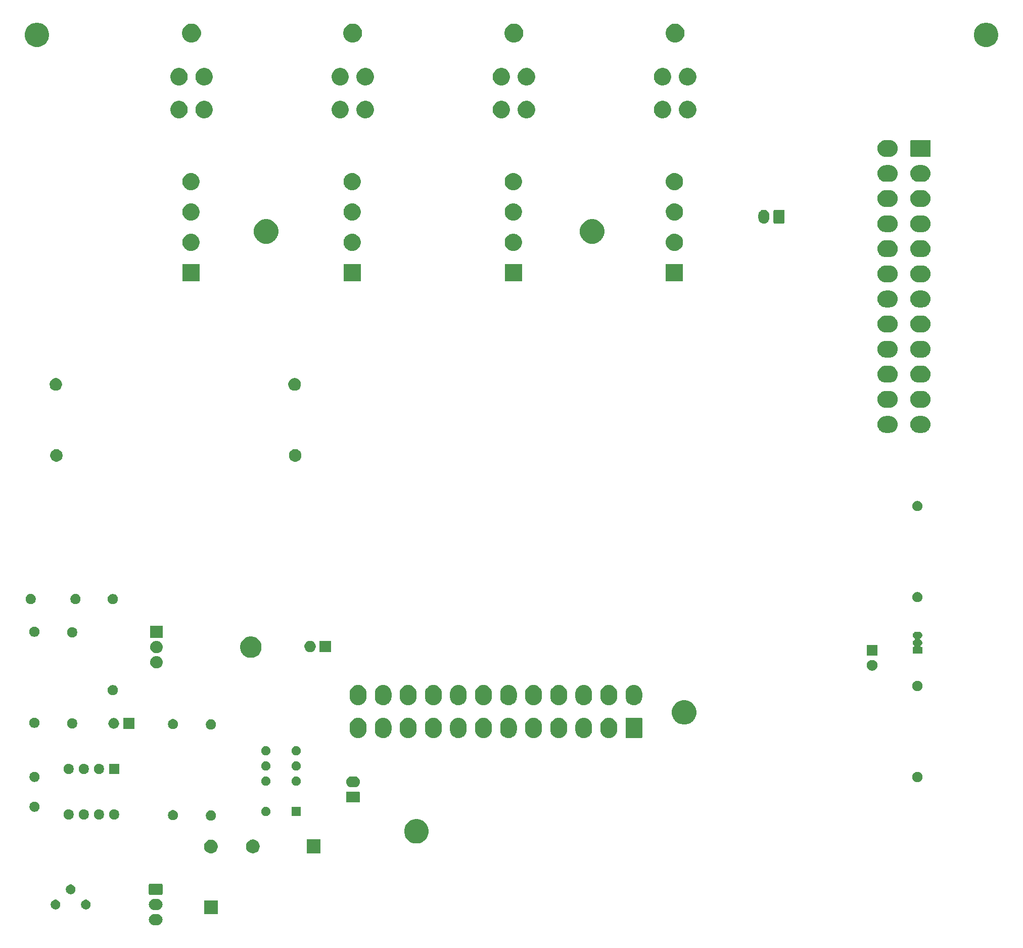
<source format=gts>
G04 #@! TF.GenerationSoftware,KiCad,Pcbnew,(5.1.5-0-10_14)*
G04 #@! TF.CreationDate,2020-08-30T11:21:39+02:00*
G04 #@! TF.ProjectId,DC_Board,44435f42-6f61-4726-942e-6b696361645f,rev?*
G04 #@! TF.SameCoordinates,Original*
G04 #@! TF.FileFunction,Soldermask,Top*
G04 #@! TF.FilePolarity,Negative*
%FSLAX46Y46*%
G04 Gerber Fmt 4.6, Leading zero omitted, Abs format (unit mm)*
G04 Created by KiCad (PCBNEW (5.1.5-0-10_14)) date 2020-08-30 11:21:39*
%MOMM*%
%LPD*%
G04 APERTURE LIST*
%ADD10C,0.100000*%
G04 APERTURE END LIST*
D10*
G36*
X186220345Y-220163442D02*
G01*
X186310548Y-220172326D01*
X186484157Y-220224990D01*
X186644156Y-220310511D01*
X186687729Y-220346271D01*
X186784397Y-220425603D01*
X186863729Y-220522271D01*
X186899489Y-220565844D01*
X186985010Y-220725843D01*
X187037674Y-220899452D01*
X187055456Y-221080000D01*
X187037674Y-221260548D01*
X186985010Y-221434157D01*
X186899489Y-221594156D01*
X186863729Y-221637729D01*
X186784397Y-221734397D01*
X186687729Y-221813729D01*
X186644156Y-221849489D01*
X186484157Y-221935010D01*
X186310548Y-221987674D01*
X186220345Y-221996558D01*
X186175245Y-222001000D01*
X185624755Y-222001000D01*
X185579655Y-221996558D01*
X185489452Y-221987674D01*
X185315843Y-221935010D01*
X185155844Y-221849489D01*
X185112271Y-221813729D01*
X185015603Y-221734397D01*
X184936271Y-221637729D01*
X184900511Y-221594156D01*
X184814990Y-221434157D01*
X184762326Y-221260548D01*
X184744544Y-221080000D01*
X184762326Y-220899452D01*
X184814990Y-220725843D01*
X184900511Y-220565844D01*
X184936271Y-220522271D01*
X185015603Y-220425603D01*
X185112271Y-220346271D01*
X185155844Y-220310511D01*
X185315843Y-220224990D01*
X185489452Y-220172326D01*
X185579655Y-220163442D01*
X185624755Y-220159000D01*
X186175245Y-220159000D01*
X186220345Y-220163442D01*
G37*
G36*
X196291000Y-220141000D02*
G01*
X193989000Y-220141000D01*
X193989000Y-217839000D01*
X196291000Y-217839000D01*
X196291000Y-220141000D01*
G37*
G36*
X186220345Y-217623442D02*
G01*
X186310548Y-217632326D01*
X186484157Y-217684990D01*
X186644156Y-217770511D01*
X186687729Y-217806271D01*
X186784397Y-217885603D01*
X186863729Y-217982271D01*
X186899489Y-218025844D01*
X186985010Y-218185843D01*
X187037674Y-218359452D01*
X187055456Y-218540000D01*
X187037674Y-218720548D01*
X186985010Y-218894157D01*
X186899489Y-219054156D01*
X186863729Y-219097729D01*
X186784397Y-219194397D01*
X186691699Y-219270471D01*
X186644156Y-219309489D01*
X186484157Y-219395010D01*
X186310548Y-219447674D01*
X186220345Y-219456558D01*
X186175245Y-219461000D01*
X185624755Y-219461000D01*
X185579655Y-219456558D01*
X185489452Y-219447674D01*
X185315843Y-219395010D01*
X185155844Y-219309489D01*
X185108301Y-219270471D01*
X185015603Y-219194397D01*
X184936271Y-219097729D01*
X184900511Y-219054156D01*
X184814990Y-218894157D01*
X184762326Y-218720548D01*
X184744544Y-218540000D01*
X184762326Y-218359452D01*
X184814990Y-218185843D01*
X184900511Y-218025844D01*
X184936271Y-217982271D01*
X185015603Y-217885603D01*
X185112271Y-217806271D01*
X185155844Y-217770511D01*
X185315843Y-217684990D01*
X185489452Y-217632326D01*
X185579655Y-217623442D01*
X185624755Y-217619000D01*
X186175245Y-217619000D01*
X186220345Y-217623442D01*
G37*
G36*
X174437142Y-217768242D02*
G01*
X174585101Y-217829529D01*
X174718255Y-217918499D01*
X174831501Y-218031745D01*
X174920471Y-218164899D01*
X174981758Y-218312858D01*
X175013000Y-218469925D01*
X175013000Y-218630075D01*
X174981758Y-218787142D01*
X174920471Y-218935101D01*
X174831501Y-219068255D01*
X174718255Y-219181501D01*
X174585101Y-219270471D01*
X174437142Y-219331758D01*
X174280075Y-219363000D01*
X174119925Y-219363000D01*
X173962858Y-219331758D01*
X173814899Y-219270471D01*
X173681745Y-219181501D01*
X173568499Y-219068255D01*
X173479529Y-218935101D01*
X173418242Y-218787142D01*
X173387000Y-218630075D01*
X173387000Y-218469925D01*
X173418242Y-218312858D01*
X173479529Y-218164899D01*
X173568499Y-218031745D01*
X173681745Y-217918499D01*
X173814899Y-217829529D01*
X173962858Y-217768242D01*
X174119925Y-217737000D01*
X174280075Y-217737000D01*
X174437142Y-217768242D01*
G37*
G36*
X169357142Y-217768242D02*
G01*
X169505101Y-217829529D01*
X169638255Y-217918499D01*
X169751501Y-218031745D01*
X169840471Y-218164899D01*
X169901758Y-218312858D01*
X169933000Y-218469925D01*
X169933000Y-218630075D01*
X169901758Y-218787142D01*
X169840471Y-218935101D01*
X169751501Y-219068255D01*
X169638255Y-219181501D01*
X169505101Y-219270471D01*
X169357142Y-219331758D01*
X169200075Y-219363000D01*
X169039925Y-219363000D01*
X168882858Y-219331758D01*
X168734899Y-219270471D01*
X168601745Y-219181501D01*
X168488499Y-219068255D01*
X168399529Y-218935101D01*
X168338242Y-218787142D01*
X168307000Y-218630075D01*
X168307000Y-218469925D01*
X168338242Y-218312858D01*
X168399529Y-218164899D01*
X168488499Y-218031745D01*
X168601745Y-217918499D01*
X168734899Y-217829529D01*
X168882858Y-217768242D01*
X169039925Y-217737000D01*
X169200075Y-217737000D01*
X169357142Y-217768242D01*
G37*
G36*
X186909561Y-215082966D02*
G01*
X186942383Y-215092923D01*
X186972632Y-215109092D01*
X186999148Y-215130852D01*
X187020908Y-215157368D01*
X187037077Y-215187617D01*
X187047034Y-215220439D01*
X187051000Y-215260713D01*
X187051000Y-216739287D01*
X187047034Y-216779561D01*
X187037077Y-216812383D01*
X187020908Y-216842632D01*
X186999148Y-216869148D01*
X186972632Y-216890908D01*
X186942383Y-216907077D01*
X186909561Y-216917034D01*
X186869287Y-216921000D01*
X184930713Y-216921000D01*
X184890439Y-216917034D01*
X184857617Y-216907077D01*
X184827368Y-216890908D01*
X184800852Y-216869148D01*
X184779092Y-216842632D01*
X184762923Y-216812383D01*
X184752966Y-216779561D01*
X184749000Y-216739287D01*
X184749000Y-215260713D01*
X184752966Y-215220439D01*
X184762923Y-215187617D01*
X184779092Y-215157368D01*
X184800852Y-215130852D01*
X184827368Y-215109092D01*
X184857617Y-215092923D01*
X184890439Y-215082966D01*
X184930713Y-215079000D01*
X186869287Y-215079000D01*
X186909561Y-215082966D01*
G37*
G36*
X171897142Y-215228242D02*
G01*
X172045101Y-215289529D01*
X172178255Y-215378499D01*
X172291501Y-215491745D01*
X172380471Y-215624899D01*
X172441758Y-215772858D01*
X172473000Y-215929925D01*
X172473000Y-216090075D01*
X172441758Y-216247142D01*
X172380471Y-216395101D01*
X172291501Y-216528255D01*
X172178255Y-216641501D01*
X172045101Y-216730471D01*
X171897142Y-216791758D01*
X171740075Y-216823000D01*
X171579925Y-216823000D01*
X171422858Y-216791758D01*
X171274899Y-216730471D01*
X171141745Y-216641501D01*
X171028499Y-216528255D01*
X170939529Y-216395101D01*
X170878242Y-216247142D01*
X170847000Y-216090075D01*
X170847000Y-215929925D01*
X170878242Y-215772858D01*
X170939529Y-215624899D01*
X171028499Y-215491745D01*
X171141745Y-215378499D01*
X171274899Y-215289529D01*
X171422858Y-215228242D01*
X171579925Y-215197000D01*
X171740075Y-215197000D01*
X171897142Y-215228242D01*
G37*
G36*
X195364549Y-207701116D02*
G01*
X195475734Y-207723232D01*
X195623850Y-207784584D01*
X195661059Y-207799996D01*
X195685203Y-207809997D01*
X195873720Y-207935960D01*
X196034040Y-208096280D01*
X196160003Y-208284797D01*
X196246768Y-208494266D01*
X196291000Y-208716636D01*
X196291000Y-208943364D01*
X196246768Y-209165734D01*
X196160003Y-209375203D01*
X196034040Y-209563720D01*
X195873720Y-209724040D01*
X195685203Y-209850003D01*
X195475734Y-209936768D01*
X195364549Y-209958884D01*
X195253365Y-209981000D01*
X195026635Y-209981000D01*
X194915451Y-209958884D01*
X194804266Y-209936768D01*
X194594797Y-209850003D01*
X194406280Y-209724040D01*
X194245960Y-209563720D01*
X194119997Y-209375203D01*
X194033232Y-209165734D01*
X193989000Y-208943364D01*
X193989000Y-208716636D01*
X194033232Y-208494266D01*
X194119997Y-208284797D01*
X194245960Y-208096280D01*
X194406280Y-207935960D01*
X194594797Y-207809997D01*
X194618942Y-207799996D01*
X194656150Y-207784584D01*
X194804266Y-207723232D01*
X194915451Y-207701116D01*
X195026635Y-207679000D01*
X195253365Y-207679000D01*
X195364549Y-207701116D01*
G37*
G36*
X213491000Y-209971000D02*
G01*
X211189000Y-209971000D01*
X211189000Y-207669000D01*
X213491000Y-207669000D01*
X213491000Y-209971000D01*
G37*
G36*
X202343638Y-207679000D02*
G01*
X202515734Y-207713232D01*
X202725203Y-207799997D01*
X202913720Y-207925960D01*
X203074040Y-208086280D01*
X203200003Y-208274797D01*
X203286768Y-208484266D01*
X203331000Y-208706636D01*
X203331000Y-208933364D01*
X203286768Y-209155734D01*
X203200003Y-209365203D01*
X203074040Y-209553720D01*
X202913720Y-209714040D01*
X202725203Y-209840003D01*
X202725202Y-209840004D01*
X202725201Y-209840004D01*
X202663850Y-209865416D01*
X202515734Y-209926768D01*
X202465460Y-209936768D01*
X202293365Y-209971000D01*
X202066635Y-209971000D01*
X201894540Y-209936768D01*
X201844266Y-209926768D01*
X201696150Y-209865416D01*
X201634799Y-209840004D01*
X201634798Y-209840004D01*
X201634797Y-209840003D01*
X201446280Y-209714040D01*
X201285960Y-209553720D01*
X201159997Y-209365203D01*
X201073232Y-209155734D01*
X201029000Y-208933364D01*
X201029000Y-208706636D01*
X201073232Y-208484266D01*
X201159997Y-208274797D01*
X201285960Y-208086280D01*
X201446280Y-207925960D01*
X201634797Y-207799997D01*
X201844266Y-207713232D01*
X202016362Y-207679000D01*
X202066635Y-207669000D01*
X202293365Y-207669000D01*
X202343638Y-207679000D01*
G37*
G36*
X230178254Y-204317818D02*
G01*
X230551511Y-204472426D01*
X230551513Y-204472427D01*
X230560295Y-204478295D01*
X230887436Y-204696884D01*
X231173116Y-204982564D01*
X231397574Y-205318489D01*
X231552182Y-205691746D01*
X231631000Y-206087993D01*
X231631000Y-206492007D01*
X231552182Y-206888254D01*
X231397574Y-207261511D01*
X231397573Y-207261513D01*
X231173116Y-207597436D01*
X230887436Y-207883116D01*
X230551513Y-208107573D01*
X230551512Y-208107574D01*
X230551511Y-208107574D01*
X230178254Y-208262182D01*
X229782007Y-208341000D01*
X229377993Y-208341000D01*
X228981746Y-208262182D01*
X228608489Y-208107574D01*
X228608488Y-208107574D01*
X228608487Y-208107573D01*
X228272564Y-207883116D01*
X227986884Y-207597436D01*
X227762427Y-207261513D01*
X227762426Y-207261511D01*
X227607818Y-206888254D01*
X227529000Y-206492007D01*
X227529000Y-206087993D01*
X227607818Y-205691746D01*
X227762426Y-205318489D01*
X227986884Y-204982564D01*
X228272564Y-204696884D01*
X228599705Y-204478295D01*
X228608487Y-204472427D01*
X228608489Y-204472426D01*
X228981746Y-204317818D01*
X229377993Y-204239000D01*
X229782007Y-204239000D01*
X230178254Y-204317818D01*
G37*
G36*
X195388228Y-202841703D02*
G01*
X195543100Y-202905853D01*
X195682481Y-202998985D01*
X195801015Y-203117519D01*
X195894147Y-203256900D01*
X195958297Y-203411772D01*
X195991000Y-203576184D01*
X195991000Y-203743816D01*
X195958297Y-203908228D01*
X195894147Y-204063100D01*
X195801015Y-204202481D01*
X195682481Y-204321015D01*
X195543100Y-204414147D01*
X195388228Y-204478297D01*
X195223816Y-204511000D01*
X195056184Y-204511000D01*
X194891772Y-204478297D01*
X194736900Y-204414147D01*
X194597519Y-204321015D01*
X194478985Y-204202481D01*
X194385853Y-204063100D01*
X194321703Y-203908228D01*
X194289000Y-203743816D01*
X194289000Y-203576184D01*
X194321703Y-203411772D01*
X194385853Y-203256900D01*
X194478985Y-203117519D01*
X194597519Y-202998985D01*
X194736900Y-202905853D01*
X194891772Y-202841703D01*
X195056184Y-202809000D01*
X195223816Y-202809000D01*
X195388228Y-202841703D01*
G37*
G36*
X189038228Y-202781703D02*
G01*
X189193100Y-202845853D01*
X189332481Y-202938985D01*
X189451015Y-203057519D01*
X189544147Y-203196900D01*
X189608297Y-203351772D01*
X189641000Y-203516184D01*
X189641000Y-203683816D01*
X189608297Y-203848228D01*
X189544147Y-204003100D01*
X189451015Y-204142481D01*
X189332481Y-204261015D01*
X189193100Y-204354147D01*
X189038228Y-204418297D01*
X188873816Y-204451000D01*
X188706184Y-204451000D01*
X188541772Y-204418297D01*
X188386900Y-204354147D01*
X188247519Y-204261015D01*
X188128985Y-204142481D01*
X188035853Y-204003100D01*
X187971703Y-203848228D01*
X187939000Y-203683816D01*
X187939000Y-203516184D01*
X187971703Y-203351772D01*
X188035853Y-203196900D01*
X188128985Y-203057519D01*
X188247519Y-202938985D01*
X188386900Y-202845853D01*
X188541772Y-202781703D01*
X188706184Y-202749000D01*
X188873816Y-202749000D01*
X189038228Y-202781703D01*
G37*
G36*
X176638228Y-202651703D02*
G01*
X176793100Y-202715853D01*
X176932481Y-202808985D01*
X177051015Y-202927519D01*
X177144147Y-203066900D01*
X177208297Y-203221772D01*
X177241000Y-203386184D01*
X177241000Y-203553816D01*
X177208297Y-203718228D01*
X177144147Y-203873100D01*
X177051015Y-204012481D01*
X176932481Y-204131015D01*
X176793100Y-204224147D01*
X176638228Y-204288297D01*
X176473816Y-204321000D01*
X176306184Y-204321000D01*
X176141772Y-204288297D01*
X175986900Y-204224147D01*
X175847519Y-204131015D01*
X175728985Y-204012481D01*
X175635853Y-203873100D01*
X175571703Y-203718228D01*
X175539000Y-203553816D01*
X175539000Y-203386184D01*
X175571703Y-203221772D01*
X175635853Y-203066900D01*
X175728985Y-202927519D01*
X175847519Y-202808985D01*
X175986900Y-202715853D01*
X176141772Y-202651703D01*
X176306184Y-202619000D01*
X176473816Y-202619000D01*
X176638228Y-202651703D01*
G37*
G36*
X174098228Y-202651703D02*
G01*
X174253100Y-202715853D01*
X174392481Y-202808985D01*
X174511015Y-202927519D01*
X174604147Y-203066900D01*
X174668297Y-203221772D01*
X174701000Y-203386184D01*
X174701000Y-203553816D01*
X174668297Y-203718228D01*
X174604147Y-203873100D01*
X174511015Y-204012481D01*
X174392481Y-204131015D01*
X174253100Y-204224147D01*
X174098228Y-204288297D01*
X173933816Y-204321000D01*
X173766184Y-204321000D01*
X173601772Y-204288297D01*
X173446900Y-204224147D01*
X173307519Y-204131015D01*
X173188985Y-204012481D01*
X173095853Y-203873100D01*
X173031703Y-203718228D01*
X172999000Y-203553816D01*
X172999000Y-203386184D01*
X173031703Y-203221772D01*
X173095853Y-203066900D01*
X173188985Y-202927519D01*
X173307519Y-202808985D01*
X173446900Y-202715853D01*
X173601772Y-202651703D01*
X173766184Y-202619000D01*
X173933816Y-202619000D01*
X174098228Y-202651703D01*
G37*
G36*
X179178228Y-202651703D02*
G01*
X179333100Y-202715853D01*
X179472481Y-202808985D01*
X179591015Y-202927519D01*
X179684147Y-203066900D01*
X179748297Y-203221772D01*
X179781000Y-203386184D01*
X179781000Y-203553816D01*
X179748297Y-203718228D01*
X179684147Y-203873100D01*
X179591015Y-204012481D01*
X179472481Y-204131015D01*
X179333100Y-204224147D01*
X179178228Y-204288297D01*
X179013816Y-204321000D01*
X178846184Y-204321000D01*
X178681772Y-204288297D01*
X178526900Y-204224147D01*
X178387519Y-204131015D01*
X178268985Y-204012481D01*
X178175853Y-203873100D01*
X178111703Y-203718228D01*
X178079000Y-203553816D01*
X178079000Y-203386184D01*
X178111703Y-203221772D01*
X178175853Y-203066900D01*
X178268985Y-202927519D01*
X178387519Y-202808985D01*
X178526900Y-202715853D01*
X178681772Y-202651703D01*
X178846184Y-202619000D01*
X179013816Y-202619000D01*
X179178228Y-202651703D01*
G37*
G36*
X171558228Y-202651703D02*
G01*
X171713100Y-202715853D01*
X171852481Y-202808985D01*
X171971015Y-202927519D01*
X172064147Y-203066900D01*
X172128297Y-203221772D01*
X172161000Y-203386184D01*
X172161000Y-203553816D01*
X172128297Y-203718228D01*
X172064147Y-203873100D01*
X171971015Y-204012481D01*
X171852481Y-204131015D01*
X171713100Y-204224147D01*
X171558228Y-204288297D01*
X171393816Y-204321000D01*
X171226184Y-204321000D01*
X171061772Y-204288297D01*
X170906900Y-204224147D01*
X170767519Y-204131015D01*
X170648985Y-204012481D01*
X170555853Y-203873100D01*
X170491703Y-203718228D01*
X170459000Y-203553816D01*
X170459000Y-203386184D01*
X170491703Y-203221772D01*
X170555853Y-203066900D01*
X170648985Y-202927519D01*
X170767519Y-202808985D01*
X170906900Y-202715853D01*
X171061772Y-202651703D01*
X171226184Y-202619000D01*
X171393816Y-202619000D01*
X171558228Y-202651703D01*
G37*
G36*
X210231000Y-203771000D02*
G01*
X208629000Y-203771000D01*
X208629000Y-202169000D01*
X210231000Y-202169000D01*
X210231000Y-203771000D01*
G37*
G36*
X204583642Y-202199781D02*
G01*
X204729414Y-202260162D01*
X204729416Y-202260163D01*
X204860608Y-202347822D01*
X204972178Y-202459392D01*
X205054834Y-202583097D01*
X205059838Y-202590586D01*
X205120219Y-202736358D01*
X205151000Y-202891107D01*
X205151000Y-203048893D01*
X205120219Y-203203642D01*
X205098157Y-203256903D01*
X205059837Y-203349416D01*
X204972178Y-203480608D01*
X204860608Y-203592178D01*
X204729416Y-203679837D01*
X204729415Y-203679838D01*
X204729414Y-203679838D01*
X204583642Y-203740219D01*
X204428893Y-203771000D01*
X204271107Y-203771000D01*
X204116358Y-203740219D01*
X203970586Y-203679838D01*
X203970585Y-203679838D01*
X203970584Y-203679837D01*
X203839392Y-203592178D01*
X203727822Y-203480608D01*
X203640163Y-203349416D01*
X203601843Y-203256903D01*
X203579781Y-203203642D01*
X203549000Y-203048893D01*
X203549000Y-202891107D01*
X203579781Y-202736358D01*
X203640162Y-202590586D01*
X203645166Y-202583097D01*
X203727822Y-202459392D01*
X203839392Y-202347822D01*
X203970584Y-202260163D01*
X203970586Y-202260162D01*
X204116358Y-202199781D01*
X204271107Y-202169000D01*
X204428893Y-202169000D01*
X204583642Y-202199781D01*
G37*
G36*
X165838228Y-201361703D02*
G01*
X165993100Y-201425853D01*
X166132481Y-201518985D01*
X166251015Y-201637519D01*
X166344147Y-201776900D01*
X166408297Y-201931772D01*
X166441000Y-202096184D01*
X166441000Y-202263816D01*
X166408297Y-202428228D01*
X166344147Y-202583100D01*
X166251015Y-202722481D01*
X166132481Y-202841015D01*
X165993100Y-202934147D01*
X165838228Y-202998297D01*
X165673816Y-203031000D01*
X165506184Y-203031000D01*
X165341772Y-202998297D01*
X165186900Y-202934147D01*
X165047519Y-202841015D01*
X164928985Y-202722481D01*
X164835853Y-202583100D01*
X164771703Y-202428228D01*
X164739000Y-202263816D01*
X164739000Y-202096184D01*
X164771703Y-201931772D01*
X164835853Y-201776900D01*
X164928985Y-201637519D01*
X165047519Y-201518985D01*
X165186900Y-201425853D01*
X165341772Y-201361703D01*
X165506184Y-201329000D01*
X165673816Y-201329000D01*
X165838228Y-201361703D01*
G37*
G36*
X219959561Y-199642966D02*
G01*
X219992383Y-199652923D01*
X220022632Y-199669092D01*
X220049148Y-199690852D01*
X220070908Y-199717368D01*
X220087077Y-199747617D01*
X220097034Y-199780439D01*
X220101000Y-199820713D01*
X220101000Y-201299287D01*
X220097034Y-201339561D01*
X220087077Y-201372383D01*
X220070908Y-201402632D01*
X220049148Y-201429148D01*
X220022632Y-201450908D01*
X219992383Y-201467077D01*
X219959561Y-201477034D01*
X219919287Y-201481000D01*
X217980713Y-201481000D01*
X217940439Y-201477034D01*
X217907617Y-201467077D01*
X217877368Y-201450908D01*
X217850852Y-201429148D01*
X217829092Y-201402632D01*
X217812923Y-201372383D01*
X217802966Y-201339561D01*
X217799000Y-201299287D01*
X217799000Y-199820713D01*
X217802966Y-199780439D01*
X217812923Y-199747617D01*
X217829092Y-199717368D01*
X217850852Y-199690852D01*
X217877368Y-199669092D01*
X217907617Y-199652923D01*
X217940439Y-199642966D01*
X217980713Y-199639000D01*
X219919287Y-199639000D01*
X219959561Y-199642966D01*
G37*
G36*
X219270345Y-197103442D02*
G01*
X219360548Y-197112326D01*
X219534157Y-197164990D01*
X219694156Y-197250511D01*
X219715249Y-197267822D01*
X219834397Y-197365603D01*
X219902205Y-197448229D01*
X219949489Y-197505844D01*
X220035010Y-197665843D01*
X220087674Y-197839452D01*
X220105456Y-198020000D01*
X220087674Y-198200548D01*
X220035010Y-198374157D01*
X219949489Y-198534156D01*
X219913729Y-198577729D01*
X219834397Y-198674397D01*
X219737729Y-198753729D01*
X219694156Y-198789489D01*
X219534157Y-198875010D01*
X219360548Y-198927674D01*
X219270345Y-198936558D01*
X219225245Y-198941000D01*
X218674755Y-198941000D01*
X218629655Y-198936558D01*
X218539452Y-198927674D01*
X218365843Y-198875010D01*
X218205844Y-198789489D01*
X218162271Y-198753729D01*
X218065603Y-198674397D01*
X217986271Y-198577729D01*
X217950511Y-198534156D01*
X217864990Y-198374157D01*
X217812326Y-198200548D01*
X217794544Y-198020000D01*
X217812326Y-197839452D01*
X217864990Y-197665843D01*
X217950511Y-197505844D01*
X217997795Y-197448229D01*
X218065603Y-197365603D01*
X218184751Y-197267822D01*
X218205844Y-197250511D01*
X218365843Y-197164990D01*
X218539452Y-197112326D01*
X218629655Y-197103442D01*
X218674755Y-197099000D01*
X219225245Y-197099000D01*
X219270345Y-197103442D01*
G37*
G36*
X204583642Y-197119781D02*
G01*
X204729414Y-197180162D01*
X204729416Y-197180163D01*
X204860608Y-197267822D01*
X204972178Y-197379392D01*
X205059837Y-197510584D01*
X205059838Y-197510586D01*
X205120219Y-197656358D01*
X205151000Y-197811107D01*
X205151000Y-197968893D01*
X205120219Y-198123642D01*
X205088364Y-198200546D01*
X205059837Y-198269416D01*
X204972178Y-198400608D01*
X204860608Y-198512178D01*
X204729416Y-198599837D01*
X204729415Y-198599838D01*
X204729414Y-198599838D01*
X204583642Y-198660219D01*
X204428893Y-198691000D01*
X204271107Y-198691000D01*
X204116358Y-198660219D01*
X203970586Y-198599838D01*
X203970585Y-198599838D01*
X203970584Y-198599837D01*
X203839392Y-198512178D01*
X203727822Y-198400608D01*
X203640163Y-198269416D01*
X203611636Y-198200546D01*
X203579781Y-198123642D01*
X203549000Y-197968893D01*
X203549000Y-197811107D01*
X203579781Y-197656358D01*
X203640162Y-197510586D01*
X203640163Y-197510584D01*
X203727822Y-197379392D01*
X203839392Y-197267822D01*
X203970584Y-197180163D01*
X203970586Y-197180162D01*
X204116358Y-197119781D01*
X204271107Y-197089000D01*
X204428893Y-197089000D01*
X204583642Y-197119781D01*
G37*
G36*
X209663642Y-197119781D02*
G01*
X209809414Y-197180162D01*
X209809416Y-197180163D01*
X209940608Y-197267822D01*
X210052178Y-197379392D01*
X210139837Y-197510584D01*
X210139838Y-197510586D01*
X210200219Y-197656358D01*
X210231000Y-197811107D01*
X210231000Y-197968893D01*
X210200219Y-198123642D01*
X210168364Y-198200546D01*
X210139837Y-198269416D01*
X210052178Y-198400608D01*
X209940608Y-198512178D01*
X209809416Y-198599837D01*
X209809415Y-198599838D01*
X209809414Y-198599838D01*
X209663642Y-198660219D01*
X209508893Y-198691000D01*
X209351107Y-198691000D01*
X209196358Y-198660219D01*
X209050586Y-198599838D01*
X209050585Y-198599838D01*
X209050584Y-198599837D01*
X208919392Y-198512178D01*
X208807822Y-198400608D01*
X208720163Y-198269416D01*
X208691636Y-198200546D01*
X208659781Y-198123642D01*
X208629000Y-197968893D01*
X208629000Y-197811107D01*
X208659781Y-197656358D01*
X208720162Y-197510586D01*
X208720163Y-197510584D01*
X208807822Y-197379392D01*
X208919392Y-197267822D01*
X209050584Y-197180163D01*
X209050586Y-197180162D01*
X209196358Y-197119781D01*
X209351107Y-197089000D01*
X209508893Y-197089000D01*
X209663642Y-197119781D01*
G37*
G36*
X313748228Y-196381703D02*
G01*
X313903100Y-196445853D01*
X314042481Y-196538985D01*
X314161015Y-196657519D01*
X314254147Y-196796900D01*
X314318297Y-196951772D01*
X314351000Y-197116184D01*
X314351000Y-197283816D01*
X314318297Y-197448228D01*
X314254147Y-197603100D01*
X314161015Y-197742481D01*
X314042481Y-197861015D01*
X313903100Y-197954147D01*
X313748228Y-198018297D01*
X313583816Y-198051000D01*
X313416184Y-198051000D01*
X313251772Y-198018297D01*
X313096900Y-197954147D01*
X312957519Y-197861015D01*
X312838985Y-197742481D01*
X312745853Y-197603100D01*
X312681703Y-197448228D01*
X312649000Y-197283816D01*
X312649000Y-197116184D01*
X312681703Y-196951772D01*
X312745853Y-196796900D01*
X312838985Y-196657519D01*
X312957519Y-196538985D01*
X313096900Y-196445853D01*
X313251772Y-196381703D01*
X313416184Y-196349000D01*
X313583816Y-196349000D01*
X313748228Y-196381703D01*
G37*
G36*
X165838228Y-196361703D02*
G01*
X165993100Y-196425853D01*
X166132481Y-196518985D01*
X166251015Y-196637519D01*
X166344147Y-196776900D01*
X166408297Y-196931772D01*
X166441000Y-197096184D01*
X166441000Y-197263816D01*
X166408297Y-197428228D01*
X166344147Y-197583100D01*
X166251015Y-197722481D01*
X166132481Y-197841015D01*
X165993100Y-197934147D01*
X165838228Y-197998297D01*
X165673816Y-198031000D01*
X165506184Y-198031000D01*
X165341772Y-197998297D01*
X165186900Y-197934147D01*
X165047519Y-197841015D01*
X164928985Y-197722481D01*
X164835853Y-197583100D01*
X164771703Y-197428228D01*
X164739000Y-197263816D01*
X164739000Y-197096184D01*
X164771703Y-196931772D01*
X164835853Y-196776900D01*
X164928985Y-196637519D01*
X165047519Y-196518985D01*
X165186900Y-196425853D01*
X165341772Y-196361703D01*
X165506184Y-196329000D01*
X165673816Y-196329000D01*
X165838228Y-196361703D01*
G37*
G36*
X171558228Y-195031703D02*
G01*
X171713100Y-195095853D01*
X171852481Y-195188985D01*
X171971015Y-195307519D01*
X172064147Y-195446900D01*
X172128297Y-195601772D01*
X172161000Y-195766184D01*
X172161000Y-195933816D01*
X172128297Y-196098228D01*
X172064147Y-196253100D01*
X171971015Y-196392481D01*
X171852481Y-196511015D01*
X171713100Y-196604147D01*
X171558228Y-196668297D01*
X171393816Y-196701000D01*
X171226184Y-196701000D01*
X171061772Y-196668297D01*
X170906900Y-196604147D01*
X170767519Y-196511015D01*
X170648985Y-196392481D01*
X170555853Y-196253100D01*
X170491703Y-196098228D01*
X170459000Y-195933816D01*
X170459000Y-195766184D01*
X170491703Y-195601772D01*
X170555853Y-195446900D01*
X170648985Y-195307519D01*
X170767519Y-195188985D01*
X170906900Y-195095853D01*
X171061772Y-195031703D01*
X171226184Y-194999000D01*
X171393816Y-194999000D01*
X171558228Y-195031703D01*
G37*
G36*
X179781000Y-196701000D02*
G01*
X178079000Y-196701000D01*
X178079000Y-194999000D01*
X179781000Y-194999000D01*
X179781000Y-196701000D01*
G37*
G36*
X174098228Y-195031703D02*
G01*
X174253100Y-195095853D01*
X174392481Y-195188985D01*
X174511015Y-195307519D01*
X174604147Y-195446900D01*
X174668297Y-195601772D01*
X174701000Y-195766184D01*
X174701000Y-195933816D01*
X174668297Y-196098228D01*
X174604147Y-196253100D01*
X174511015Y-196392481D01*
X174392481Y-196511015D01*
X174253100Y-196604147D01*
X174098228Y-196668297D01*
X173933816Y-196701000D01*
X173766184Y-196701000D01*
X173601772Y-196668297D01*
X173446900Y-196604147D01*
X173307519Y-196511015D01*
X173188985Y-196392481D01*
X173095853Y-196253100D01*
X173031703Y-196098228D01*
X172999000Y-195933816D01*
X172999000Y-195766184D01*
X173031703Y-195601772D01*
X173095853Y-195446900D01*
X173188985Y-195307519D01*
X173307519Y-195188985D01*
X173446900Y-195095853D01*
X173601772Y-195031703D01*
X173766184Y-194999000D01*
X173933816Y-194999000D01*
X174098228Y-195031703D01*
G37*
G36*
X176638228Y-195031703D02*
G01*
X176793100Y-195095853D01*
X176932481Y-195188985D01*
X177051015Y-195307519D01*
X177144147Y-195446900D01*
X177208297Y-195601772D01*
X177241000Y-195766184D01*
X177241000Y-195933816D01*
X177208297Y-196098228D01*
X177144147Y-196253100D01*
X177051015Y-196392481D01*
X176932481Y-196511015D01*
X176793100Y-196604147D01*
X176638228Y-196668297D01*
X176473816Y-196701000D01*
X176306184Y-196701000D01*
X176141772Y-196668297D01*
X175986900Y-196604147D01*
X175847519Y-196511015D01*
X175728985Y-196392481D01*
X175635853Y-196253100D01*
X175571703Y-196098228D01*
X175539000Y-195933816D01*
X175539000Y-195766184D01*
X175571703Y-195601772D01*
X175635853Y-195446900D01*
X175728985Y-195307519D01*
X175847519Y-195188985D01*
X175986900Y-195095853D01*
X176141772Y-195031703D01*
X176306184Y-194999000D01*
X176473816Y-194999000D01*
X176638228Y-195031703D01*
G37*
G36*
X204583642Y-194579781D02*
G01*
X204729414Y-194640162D01*
X204729416Y-194640163D01*
X204860608Y-194727822D01*
X204972178Y-194839392D01*
X205059837Y-194970584D01*
X205059838Y-194970586D01*
X205120219Y-195116358D01*
X205151000Y-195271107D01*
X205151000Y-195428893D01*
X205120219Y-195583642D01*
X205112709Y-195601772D01*
X205059837Y-195729416D01*
X204972178Y-195860608D01*
X204860608Y-195972178D01*
X204729416Y-196059837D01*
X204729415Y-196059838D01*
X204729414Y-196059838D01*
X204583642Y-196120219D01*
X204428893Y-196151000D01*
X204271107Y-196151000D01*
X204116358Y-196120219D01*
X203970586Y-196059838D01*
X203970585Y-196059838D01*
X203970584Y-196059837D01*
X203839392Y-195972178D01*
X203727822Y-195860608D01*
X203640163Y-195729416D01*
X203587291Y-195601772D01*
X203579781Y-195583642D01*
X203549000Y-195428893D01*
X203549000Y-195271107D01*
X203579781Y-195116358D01*
X203640162Y-194970586D01*
X203640163Y-194970584D01*
X203727822Y-194839392D01*
X203839392Y-194727822D01*
X203970584Y-194640163D01*
X203970586Y-194640162D01*
X204116358Y-194579781D01*
X204271107Y-194549000D01*
X204428893Y-194549000D01*
X204583642Y-194579781D01*
G37*
G36*
X209663642Y-194579781D02*
G01*
X209809414Y-194640162D01*
X209809416Y-194640163D01*
X209940608Y-194727822D01*
X210052178Y-194839392D01*
X210139837Y-194970584D01*
X210139838Y-194970586D01*
X210200219Y-195116358D01*
X210231000Y-195271107D01*
X210231000Y-195428893D01*
X210200219Y-195583642D01*
X210192709Y-195601772D01*
X210139837Y-195729416D01*
X210052178Y-195860608D01*
X209940608Y-195972178D01*
X209809416Y-196059837D01*
X209809415Y-196059838D01*
X209809414Y-196059838D01*
X209663642Y-196120219D01*
X209508893Y-196151000D01*
X209351107Y-196151000D01*
X209196358Y-196120219D01*
X209050586Y-196059838D01*
X209050585Y-196059838D01*
X209050584Y-196059837D01*
X208919392Y-195972178D01*
X208807822Y-195860608D01*
X208720163Y-195729416D01*
X208667291Y-195601772D01*
X208659781Y-195583642D01*
X208629000Y-195428893D01*
X208629000Y-195271107D01*
X208659781Y-195116358D01*
X208720162Y-194970586D01*
X208720163Y-194970584D01*
X208807822Y-194839392D01*
X208919392Y-194727822D01*
X209050584Y-194640163D01*
X209050586Y-194640162D01*
X209196358Y-194579781D01*
X209351107Y-194549000D01*
X209508893Y-194549000D01*
X209663642Y-194579781D01*
G37*
G36*
X209663642Y-192039781D02*
G01*
X209809414Y-192100162D01*
X209809416Y-192100163D01*
X209940608Y-192187822D01*
X210052178Y-192299392D01*
X210139837Y-192430584D01*
X210139838Y-192430586D01*
X210200219Y-192576358D01*
X210231000Y-192731107D01*
X210231000Y-192888893D01*
X210200219Y-193043642D01*
X210139838Y-193189414D01*
X210139837Y-193189416D01*
X210052178Y-193320608D01*
X209940608Y-193432178D01*
X209809416Y-193519837D01*
X209809415Y-193519838D01*
X209809414Y-193519838D01*
X209663642Y-193580219D01*
X209508893Y-193611000D01*
X209351107Y-193611000D01*
X209196358Y-193580219D01*
X209050586Y-193519838D01*
X209050585Y-193519838D01*
X209050584Y-193519837D01*
X208919392Y-193432178D01*
X208807822Y-193320608D01*
X208720163Y-193189416D01*
X208720162Y-193189414D01*
X208659781Y-193043642D01*
X208629000Y-192888893D01*
X208629000Y-192731107D01*
X208659781Y-192576358D01*
X208720162Y-192430586D01*
X208720163Y-192430584D01*
X208807822Y-192299392D01*
X208919392Y-192187822D01*
X209050584Y-192100163D01*
X209050586Y-192100162D01*
X209196358Y-192039781D01*
X209351107Y-192009000D01*
X209508893Y-192009000D01*
X209663642Y-192039781D01*
G37*
G36*
X204583642Y-192039781D02*
G01*
X204729414Y-192100162D01*
X204729416Y-192100163D01*
X204860608Y-192187822D01*
X204972178Y-192299392D01*
X205059837Y-192430584D01*
X205059838Y-192430586D01*
X205120219Y-192576358D01*
X205151000Y-192731107D01*
X205151000Y-192888893D01*
X205120219Y-193043642D01*
X205059838Y-193189414D01*
X205059837Y-193189416D01*
X204972178Y-193320608D01*
X204860608Y-193432178D01*
X204729416Y-193519837D01*
X204729415Y-193519838D01*
X204729414Y-193519838D01*
X204583642Y-193580219D01*
X204428893Y-193611000D01*
X204271107Y-193611000D01*
X204116358Y-193580219D01*
X203970586Y-193519838D01*
X203970585Y-193519838D01*
X203970584Y-193519837D01*
X203839392Y-193432178D01*
X203727822Y-193320608D01*
X203640163Y-193189416D01*
X203640162Y-193189414D01*
X203579781Y-193043642D01*
X203549000Y-192888893D01*
X203549000Y-192731107D01*
X203579781Y-192576358D01*
X203640162Y-192430586D01*
X203640163Y-192430584D01*
X203727822Y-192299392D01*
X203839392Y-192187822D01*
X203970584Y-192100163D01*
X203970586Y-192100162D01*
X204116358Y-192039781D01*
X204271107Y-192009000D01*
X204428893Y-192009000D01*
X204583642Y-192039781D01*
G37*
G36*
X220074644Y-187319272D02*
G01*
X220261162Y-187375852D01*
X220338737Y-187399384D01*
X220541625Y-187507830D01*
X220582120Y-187529475D01*
X220630263Y-187568985D01*
X220795450Y-187704550D01*
X220895859Y-187826900D01*
X220970525Y-187917880D01*
X220970526Y-187917882D01*
X221100616Y-188161263D01*
X221103804Y-188171772D01*
X221180728Y-188425357D01*
X221201000Y-188631183D01*
X221201000Y-189368818D01*
X221180728Y-189574644D01*
X221121462Y-189770017D01*
X221100616Y-189838737D01*
X220977964Y-190068202D01*
X220970525Y-190082120D01*
X220938092Y-190121640D01*
X220795450Y-190295450D01*
X220623797Y-190436320D01*
X220582119Y-190470525D01*
X220582117Y-190470526D01*
X220338736Y-190600616D01*
X220270016Y-190621462D01*
X220074643Y-190680728D01*
X219800000Y-190707778D01*
X219525356Y-190680728D01*
X219329983Y-190621462D01*
X219261263Y-190600616D01*
X219017882Y-190470526D01*
X219017880Y-190470525D01*
X218978360Y-190438092D01*
X218804550Y-190295450D01*
X218629476Y-190082120D01*
X218629475Y-190082119D01*
X218622036Y-190068201D01*
X218499384Y-189838736D01*
X218478538Y-189770016D01*
X218419272Y-189574643D01*
X218399000Y-189368817D01*
X218399000Y-188631182D01*
X218419272Y-188425356D01*
X218496196Y-188171772D01*
X218499384Y-188161263D01*
X218629474Y-187917882D01*
X218629475Y-187917880D01*
X218662599Y-187877519D01*
X218804550Y-187704550D01*
X219002979Y-187541705D01*
X219017881Y-187529475D01*
X219058376Y-187507830D01*
X219261264Y-187399384D01*
X219338839Y-187375852D01*
X219525357Y-187319272D01*
X219800000Y-187292222D01*
X220074644Y-187319272D01*
G37*
G36*
X224274644Y-187319272D02*
G01*
X224461162Y-187375852D01*
X224538737Y-187399384D01*
X224741625Y-187507830D01*
X224782120Y-187529475D01*
X224830263Y-187568985D01*
X224995450Y-187704550D01*
X225095859Y-187826900D01*
X225170525Y-187917880D01*
X225170526Y-187917882D01*
X225300616Y-188161263D01*
X225303804Y-188171772D01*
X225380728Y-188425357D01*
X225401000Y-188631183D01*
X225401000Y-189368818D01*
X225380728Y-189574644D01*
X225321462Y-189770017D01*
X225300616Y-189838737D01*
X225177964Y-190068202D01*
X225170525Y-190082120D01*
X225138092Y-190121640D01*
X224995450Y-190295450D01*
X224823797Y-190436320D01*
X224782119Y-190470525D01*
X224782117Y-190470526D01*
X224538736Y-190600616D01*
X224470016Y-190621462D01*
X224274643Y-190680728D01*
X224000000Y-190707778D01*
X223725356Y-190680728D01*
X223529983Y-190621462D01*
X223461263Y-190600616D01*
X223217882Y-190470526D01*
X223217880Y-190470525D01*
X223178360Y-190438092D01*
X223004550Y-190295450D01*
X222829476Y-190082120D01*
X222829475Y-190082119D01*
X222822036Y-190068201D01*
X222699384Y-189838736D01*
X222678538Y-189770016D01*
X222619272Y-189574643D01*
X222599000Y-189368817D01*
X222599000Y-188631182D01*
X222619272Y-188425356D01*
X222696196Y-188171772D01*
X222699384Y-188161263D01*
X222829474Y-187917882D01*
X222829475Y-187917880D01*
X222862599Y-187877519D01*
X223004550Y-187704550D01*
X223202979Y-187541705D01*
X223217881Y-187529475D01*
X223258376Y-187507830D01*
X223461264Y-187399384D01*
X223538839Y-187375852D01*
X223725357Y-187319272D01*
X224000000Y-187292222D01*
X224274644Y-187319272D01*
G37*
G36*
X228474644Y-187319272D02*
G01*
X228661162Y-187375852D01*
X228738737Y-187399384D01*
X228941625Y-187507830D01*
X228982120Y-187529475D01*
X229030263Y-187568985D01*
X229195450Y-187704550D01*
X229295859Y-187826900D01*
X229370525Y-187917880D01*
X229370526Y-187917882D01*
X229500616Y-188161263D01*
X229503804Y-188171772D01*
X229580728Y-188425357D01*
X229601000Y-188631183D01*
X229601000Y-189368818D01*
X229580728Y-189574644D01*
X229521462Y-189770017D01*
X229500616Y-189838737D01*
X229377964Y-190068202D01*
X229370525Y-190082120D01*
X229338092Y-190121640D01*
X229195450Y-190295450D01*
X229023797Y-190436320D01*
X228982119Y-190470525D01*
X228982117Y-190470526D01*
X228738736Y-190600616D01*
X228670016Y-190621462D01*
X228474643Y-190680728D01*
X228200000Y-190707778D01*
X227925356Y-190680728D01*
X227729983Y-190621462D01*
X227661263Y-190600616D01*
X227417882Y-190470526D01*
X227417880Y-190470525D01*
X227378360Y-190438092D01*
X227204550Y-190295450D01*
X227029476Y-190082120D01*
X227029475Y-190082119D01*
X227022036Y-190068201D01*
X226899384Y-189838736D01*
X226878538Y-189770016D01*
X226819272Y-189574643D01*
X226799000Y-189368817D01*
X226799000Y-188631182D01*
X226819272Y-188425356D01*
X226896196Y-188171772D01*
X226899384Y-188161263D01*
X227029474Y-187917882D01*
X227029475Y-187917880D01*
X227062599Y-187877519D01*
X227204550Y-187704550D01*
X227402979Y-187541705D01*
X227417881Y-187529475D01*
X227458376Y-187507830D01*
X227661264Y-187399384D01*
X227738839Y-187375852D01*
X227925357Y-187319272D01*
X228200000Y-187292222D01*
X228474644Y-187319272D01*
G37*
G36*
X232674644Y-187319272D02*
G01*
X232861162Y-187375852D01*
X232938737Y-187399384D01*
X233141625Y-187507830D01*
X233182120Y-187529475D01*
X233230263Y-187568985D01*
X233395450Y-187704550D01*
X233495859Y-187826900D01*
X233570525Y-187917880D01*
X233570526Y-187917882D01*
X233700616Y-188161263D01*
X233703804Y-188171772D01*
X233780728Y-188425357D01*
X233801000Y-188631183D01*
X233801000Y-189368818D01*
X233780728Y-189574644D01*
X233721462Y-189770017D01*
X233700616Y-189838737D01*
X233577964Y-190068202D01*
X233570525Y-190082120D01*
X233538092Y-190121640D01*
X233395450Y-190295450D01*
X233223797Y-190436320D01*
X233182119Y-190470525D01*
X233182117Y-190470526D01*
X232938736Y-190600616D01*
X232870016Y-190621462D01*
X232674643Y-190680728D01*
X232400000Y-190707778D01*
X232125356Y-190680728D01*
X231929983Y-190621462D01*
X231861263Y-190600616D01*
X231617882Y-190470526D01*
X231617880Y-190470525D01*
X231578360Y-190438092D01*
X231404550Y-190295450D01*
X231229476Y-190082120D01*
X231229475Y-190082119D01*
X231222036Y-190068201D01*
X231099384Y-189838736D01*
X231078538Y-189770016D01*
X231019272Y-189574643D01*
X230999000Y-189368817D01*
X230999000Y-188631182D01*
X231019272Y-188425356D01*
X231096196Y-188171772D01*
X231099384Y-188161263D01*
X231229474Y-187917882D01*
X231229475Y-187917880D01*
X231262599Y-187877519D01*
X231404550Y-187704550D01*
X231602979Y-187541705D01*
X231617881Y-187529475D01*
X231658376Y-187507830D01*
X231861264Y-187399384D01*
X231938839Y-187375852D01*
X232125357Y-187319272D01*
X232400000Y-187292222D01*
X232674644Y-187319272D01*
G37*
G36*
X236874644Y-187319272D02*
G01*
X237061162Y-187375852D01*
X237138737Y-187399384D01*
X237341625Y-187507830D01*
X237382120Y-187529475D01*
X237430263Y-187568985D01*
X237595450Y-187704550D01*
X237695859Y-187826900D01*
X237770525Y-187917880D01*
X237770526Y-187917882D01*
X237900616Y-188161263D01*
X237903804Y-188171772D01*
X237980728Y-188425357D01*
X238001000Y-188631183D01*
X238001000Y-189368818D01*
X237980728Y-189574644D01*
X237921462Y-189770017D01*
X237900616Y-189838737D01*
X237777964Y-190068202D01*
X237770525Y-190082120D01*
X237738092Y-190121640D01*
X237595450Y-190295450D01*
X237423797Y-190436320D01*
X237382119Y-190470525D01*
X237382117Y-190470526D01*
X237138736Y-190600616D01*
X237070016Y-190621462D01*
X236874643Y-190680728D01*
X236600000Y-190707778D01*
X236325356Y-190680728D01*
X236129983Y-190621462D01*
X236061263Y-190600616D01*
X235817882Y-190470526D01*
X235817880Y-190470525D01*
X235778360Y-190438092D01*
X235604550Y-190295450D01*
X235429476Y-190082120D01*
X235429475Y-190082119D01*
X235422036Y-190068201D01*
X235299384Y-189838736D01*
X235278538Y-189770016D01*
X235219272Y-189574643D01*
X235199000Y-189368817D01*
X235199000Y-188631182D01*
X235219272Y-188425356D01*
X235296196Y-188171772D01*
X235299384Y-188161263D01*
X235429474Y-187917882D01*
X235429475Y-187917880D01*
X235462599Y-187877519D01*
X235604550Y-187704550D01*
X235802979Y-187541705D01*
X235817881Y-187529475D01*
X235858376Y-187507830D01*
X236061264Y-187399384D01*
X236138839Y-187375852D01*
X236325357Y-187319272D01*
X236600000Y-187292222D01*
X236874644Y-187319272D01*
G37*
G36*
X241074644Y-187319272D02*
G01*
X241261162Y-187375852D01*
X241338737Y-187399384D01*
X241541625Y-187507830D01*
X241582120Y-187529475D01*
X241630263Y-187568985D01*
X241795450Y-187704550D01*
X241895859Y-187826900D01*
X241970525Y-187917880D01*
X241970526Y-187917882D01*
X242100616Y-188161263D01*
X242103804Y-188171772D01*
X242180728Y-188425357D01*
X242201000Y-188631183D01*
X242201000Y-189368818D01*
X242180728Y-189574644D01*
X242121462Y-189770017D01*
X242100616Y-189838737D01*
X241977964Y-190068202D01*
X241970525Y-190082120D01*
X241938092Y-190121640D01*
X241795450Y-190295450D01*
X241623797Y-190436320D01*
X241582119Y-190470525D01*
X241582117Y-190470526D01*
X241338736Y-190600616D01*
X241270016Y-190621462D01*
X241074643Y-190680728D01*
X240800000Y-190707778D01*
X240525356Y-190680728D01*
X240329983Y-190621462D01*
X240261263Y-190600616D01*
X240017882Y-190470526D01*
X240017880Y-190470525D01*
X239978360Y-190438092D01*
X239804550Y-190295450D01*
X239629476Y-190082120D01*
X239629475Y-190082119D01*
X239622036Y-190068201D01*
X239499384Y-189838736D01*
X239478538Y-189770016D01*
X239419272Y-189574643D01*
X239399000Y-189368817D01*
X239399000Y-188631182D01*
X239419272Y-188425356D01*
X239496196Y-188171772D01*
X239499384Y-188161263D01*
X239629474Y-187917882D01*
X239629475Y-187917880D01*
X239662599Y-187877519D01*
X239804550Y-187704550D01*
X240002979Y-187541705D01*
X240017881Y-187529475D01*
X240058376Y-187507830D01*
X240261264Y-187399384D01*
X240338839Y-187375852D01*
X240525357Y-187319272D01*
X240800000Y-187292222D01*
X241074644Y-187319272D01*
G37*
G36*
X245274644Y-187319272D02*
G01*
X245461162Y-187375852D01*
X245538737Y-187399384D01*
X245741625Y-187507830D01*
X245782120Y-187529475D01*
X245830263Y-187568985D01*
X245995450Y-187704550D01*
X246095859Y-187826900D01*
X246170525Y-187917880D01*
X246170526Y-187917882D01*
X246300616Y-188161263D01*
X246303804Y-188171772D01*
X246380728Y-188425357D01*
X246401000Y-188631183D01*
X246401000Y-189368818D01*
X246380728Y-189574644D01*
X246321462Y-189770017D01*
X246300616Y-189838737D01*
X246177964Y-190068202D01*
X246170525Y-190082120D01*
X246138092Y-190121640D01*
X245995450Y-190295450D01*
X245823797Y-190436320D01*
X245782119Y-190470525D01*
X245782117Y-190470526D01*
X245538736Y-190600616D01*
X245470016Y-190621462D01*
X245274643Y-190680728D01*
X245000000Y-190707778D01*
X244725356Y-190680728D01*
X244529983Y-190621462D01*
X244461263Y-190600616D01*
X244217882Y-190470526D01*
X244217880Y-190470525D01*
X244178360Y-190438092D01*
X244004550Y-190295450D01*
X243829476Y-190082120D01*
X243829475Y-190082119D01*
X243822036Y-190068201D01*
X243699384Y-189838736D01*
X243678538Y-189770016D01*
X243619272Y-189574643D01*
X243599000Y-189368817D01*
X243599000Y-188631182D01*
X243619272Y-188425356D01*
X243696196Y-188171772D01*
X243699384Y-188161263D01*
X243829474Y-187917882D01*
X243829475Y-187917880D01*
X243862599Y-187877519D01*
X244004550Y-187704550D01*
X244202979Y-187541705D01*
X244217881Y-187529475D01*
X244258376Y-187507830D01*
X244461264Y-187399384D01*
X244538839Y-187375852D01*
X244725357Y-187319272D01*
X245000000Y-187292222D01*
X245274644Y-187319272D01*
G37*
G36*
X249474644Y-187319272D02*
G01*
X249661162Y-187375852D01*
X249738737Y-187399384D01*
X249941625Y-187507830D01*
X249982120Y-187529475D01*
X250030263Y-187568985D01*
X250195450Y-187704550D01*
X250295859Y-187826900D01*
X250370525Y-187917880D01*
X250370526Y-187917882D01*
X250500616Y-188161263D01*
X250503804Y-188171772D01*
X250580728Y-188425357D01*
X250601000Y-188631183D01*
X250601000Y-189368818D01*
X250580728Y-189574644D01*
X250521462Y-189770017D01*
X250500616Y-189838737D01*
X250377964Y-190068202D01*
X250370525Y-190082120D01*
X250338092Y-190121640D01*
X250195450Y-190295450D01*
X250023797Y-190436320D01*
X249982119Y-190470525D01*
X249982117Y-190470526D01*
X249738736Y-190600616D01*
X249670016Y-190621462D01*
X249474643Y-190680728D01*
X249200000Y-190707778D01*
X248925356Y-190680728D01*
X248729983Y-190621462D01*
X248661263Y-190600616D01*
X248417882Y-190470526D01*
X248417880Y-190470525D01*
X248378360Y-190438092D01*
X248204550Y-190295450D01*
X248029476Y-190082120D01*
X248029475Y-190082119D01*
X248022036Y-190068201D01*
X247899384Y-189838736D01*
X247878538Y-189770016D01*
X247819272Y-189574643D01*
X247799000Y-189368817D01*
X247799000Y-188631182D01*
X247819272Y-188425356D01*
X247896196Y-188171772D01*
X247899384Y-188161263D01*
X248029474Y-187917882D01*
X248029475Y-187917880D01*
X248062599Y-187877519D01*
X248204550Y-187704550D01*
X248402979Y-187541705D01*
X248417881Y-187529475D01*
X248458376Y-187507830D01*
X248661264Y-187399384D01*
X248738839Y-187375852D01*
X248925357Y-187319272D01*
X249200000Y-187292222D01*
X249474644Y-187319272D01*
G37*
G36*
X253674644Y-187319272D02*
G01*
X253861162Y-187375852D01*
X253938737Y-187399384D01*
X254141625Y-187507830D01*
X254182120Y-187529475D01*
X254230263Y-187568985D01*
X254395450Y-187704550D01*
X254495859Y-187826900D01*
X254570525Y-187917880D01*
X254570526Y-187917882D01*
X254700616Y-188161263D01*
X254703804Y-188171772D01*
X254780728Y-188425357D01*
X254801000Y-188631183D01*
X254801000Y-189368818D01*
X254780728Y-189574644D01*
X254721462Y-189770017D01*
X254700616Y-189838737D01*
X254577964Y-190068202D01*
X254570525Y-190082120D01*
X254538092Y-190121640D01*
X254395450Y-190295450D01*
X254223797Y-190436320D01*
X254182119Y-190470525D01*
X254182117Y-190470526D01*
X253938736Y-190600616D01*
X253870016Y-190621462D01*
X253674643Y-190680728D01*
X253400000Y-190707778D01*
X253125356Y-190680728D01*
X252929983Y-190621462D01*
X252861263Y-190600616D01*
X252617882Y-190470526D01*
X252617880Y-190470525D01*
X252578360Y-190438092D01*
X252404550Y-190295450D01*
X252229476Y-190082120D01*
X252229475Y-190082119D01*
X252222036Y-190068201D01*
X252099384Y-189838736D01*
X252078538Y-189770016D01*
X252019272Y-189574643D01*
X251999000Y-189368817D01*
X251999000Y-188631182D01*
X252019272Y-188425356D01*
X252096196Y-188171772D01*
X252099384Y-188161263D01*
X252229474Y-187917882D01*
X252229475Y-187917880D01*
X252262599Y-187877519D01*
X252404550Y-187704550D01*
X252602979Y-187541705D01*
X252617881Y-187529475D01*
X252658376Y-187507830D01*
X252861264Y-187399384D01*
X252938839Y-187375852D01*
X253125357Y-187319272D01*
X253400000Y-187292222D01*
X253674644Y-187319272D01*
G37*
G36*
X257874644Y-187319272D02*
G01*
X258061162Y-187375852D01*
X258138737Y-187399384D01*
X258341625Y-187507830D01*
X258382120Y-187529475D01*
X258430263Y-187568985D01*
X258595450Y-187704550D01*
X258695859Y-187826900D01*
X258770525Y-187917880D01*
X258770526Y-187917882D01*
X258900616Y-188161263D01*
X258903804Y-188171772D01*
X258980728Y-188425357D01*
X259001000Y-188631183D01*
X259001000Y-189368818D01*
X258980728Y-189574644D01*
X258921462Y-189770017D01*
X258900616Y-189838737D01*
X258777964Y-190068202D01*
X258770525Y-190082120D01*
X258738092Y-190121640D01*
X258595450Y-190295450D01*
X258423797Y-190436320D01*
X258382119Y-190470525D01*
X258382117Y-190470526D01*
X258138736Y-190600616D01*
X258070016Y-190621462D01*
X257874643Y-190680728D01*
X257600000Y-190707778D01*
X257325356Y-190680728D01*
X257129983Y-190621462D01*
X257061263Y-190600616D01*
X256817882Y-190470526D01*
X256817880Y-190470525D01*
X256778360Y-190438092D01*
X256604550Y-190295450D01*
X256429476Y-190082120D01*
X256429475Y-190082119D01*
X256422036Y-190068201D01*
X256299384Y-189838736D01*
X256278538Y-189770016D01*
X256219272Y-189574643D01*
X256199000Y-189368817D01*
X256199000Y-188631182D01*
X256219272Y-188425356D01*
X256296196Y-188171772D01*
X256299384Y-188161263D01*
X256429474Y-187917882D01*
X256429475Y-187917880D01*
X256462599Y-187877519D01*
X256604550Y-187704550D01*
X256802979Y-187541705D01*
X256817881Y-187529475D01*
X256858376Y-187507830D01*
X257061264Y-187399384D01*
X257138839Y-187375852D01*
X257325357Y-187319272D01*
X257600000Y-187292222D01*
X257874644Y-187319272D01*
G37*
G36*
X262074644Y-187319272D02*
G01*
X262261162Y-187375852D01*
X262338737Y-187399384D01*
X262541625Y-187507830D01*
X262582120Y-187529475D01*
X262630263Y-187568985D01*
X262795450Y-187704550D01*
X262895859Y-187826900D01*
X262970525Y-187917880D01*
X262970526Y-187917882D01*
X263100616Y-188161263D01*
X263103804Y-188171772D01*
X263180728Y-188425357D01*
X263201000Y-188631183D01*
X263201000Y-189368818D01*
X263180728Y-189574644D01*
X263121462Y-189770017D01*
X263100616Y-189838737D01*
X262977964Y-190068202D01*
X262970525Y-190082120D01*
X262938092Y-190121640D01*
X262795450Y-190295450D01*
X262623797Y-190436320D01*
X262582119Y-190470525D01*
X262582117Y-190470526D01*
X262338736Y-190600616D01*
X262270016Y-190621462D01*
X262074643Y-190680728D01*
X261800000Y-190707778D01*
X261525356Y-190680728D01*
X261329983Y-190621462D01*
X261261263Y-190600616D01*
X261017882Y-190470526D01*
X261017880Y-190470525D01*
X260978360Y-190438092D01*
X260804550Y-190295450D01*
X260629476Y-190082120D01*
X260629475Y-190082119D01*
X260622036Y-190068201D01*
X260499384Y-189838736D01*
X260478538Y-189770016D01*
X260419272Y-189574643D01*
X260399000Y-189368817D01*
X260399000Y-188631182D01*
X260419272Y-188425356D01*
X260496196Y-188171772D01*
X260499384Y-188161263D01*
X260629474Y-187917882D01*
X260629475Y-187917880D01*
X260662599Y-187877519D01*
X260804550Y-187704550D01*
X261002979Y-187541705D01*
X261017881Y-187529475D01*
X261058376Y-187507830D01*
X261261264Y-187399384D01*
X261338839Y-187375852D01*
X261525357Y-187319272D01*
X261800000Y-187292222D01*
X262074644Y-187319272D01*
G37*
G36*
X267274031Y-187302621D02*
G01*
X267303486Y-187311556D01*
X267330623Y-187326062D01*
X267354414Y-187345586D01*
X267373938Y-187369377D01*
X267388444Y-187396514D01*
X267397379Y-187425969D01*
X267401000Y-187462734D01*
X267401000Y-190537266D01*
X267397379Y-190574031D01*
X267388444Y-190603486D01*
X267373938Y-190630623D01*
X267354414Y-190654414D01*
X267330623Y-190673938D01*
X267303486Y-190688444D01*
X267274031Y-190697379D01*
X267237266Y-190701000D01*
X264762734Y-190701000D01*
X264725969Y-190697379D01*
X264696514Y-190688444D01*
X264669377Y-190673938D01*
X264645586Y-190654414D01*
X264626062Y-190630623D01*
X264611556Y-190603486D01*
X264602621Y-190574031D01*
X264599000Y-190537266D01*
X264599000Y-187462734D01*
X264602621Y-187425969D01*
X264611556Y-187396514D01*
X264626062Y-187369377D01*
X264645586Y-187345586D01*
X264669377Y-187326062D01*
X264696514Y-187311556D01*
X264725969Y-187302621D01*
X264762734Y-187299000D01*
X267237266Y-187299000D01*
X267274031Y-187302621D01*
G37*
G36*
X195388228Y-187601703D02*
G01*
X195543100Y-187665853D01*
X195682481Y-187758985D01*
X195801015Y-187877519D01*
X195894147Y-188016900D01*
X195958297Y-188171772D01*
X195991000Y-188336184D01*
X195991000Y-188503816D01*
X195958297Y-188668228D01*
X195894147Y-188823100D01*
X195801015Y-188962481D01*
X195682481Y-189081015D01*
X195543100Y-189174147D01*
X195388228Y-189238297D01*
X195223816Y-189271000D01*
X195056184Y-189271000D01*
X194891772Y-189238297D01*
X194736900Y-189174147D01*
X194597519Y-189081015D01*
X194478985Y-188962481D01*
X194385853Y-188823100D01*
X194321703Y-188668228D01*
X194289000Y-188503816D01*
X194289000Y-188336184D01*
X194321703Y-188171772D01*
X194385853Y-188016900D01*
X194478985Y-187877519D01*
X194597519Y-187758985D01*
X194736900Y-187665853D01*
X194891772Y-187601703D01*
X195056184Y-187569000D01*
X195223816Y-187569000D01*
X195388228Y-187601703D01*
G37*
G36*
X189038228Y-187541703D02*
G01*
X189193100Y-187605853D01*
X189332481Y-187698985D01*
X189451015Y-187817519D01*
X189544147Y-187956900D01*
X189608297Y-188111772D01*
X189641000Y-188276184D01*
X189641000Y-188443816D01*
X189608297Y-188608228D01*
X189544147Y-188763100D01*
X189451015Y-188902481D01*
X189332481Y-189021015D01*
X189193100Y-189114147D01*
X189038228Y-189178297D01*
X188873816Y-189211000D01*
X188706184Y-189211000D01*
X188541772Y-189178297D01*
X188386900Y-189114147D01*
X188247519Y-189021015D01*
X188128985Y-188902481D01*
X188035853Y-188763100D01*
X187971703Y-188608228D01*
X187939000Y-188443816D01*
X187939000Y-188276184D01*
X187971703Y-188111772D01*
X188035853Y-187956900D01*
X188128985Y-187817519D01*
X188247519Y-187698985D01*
X188386900Y-187605853D01*
X188541772Y-187541703D01*
X188706184Y-187509000D01*
X188873816Y-187509000D01*
X189038228Y-187541703D01*
G37*
G36*
X178983512Y-187333927D02*
G01*
X179132812Y-187363624D01*
X179296784Y-187431544D01*
X179444354Y-187530147D01*
X179569853Y-187655646D01*
X179668456Y-187803216D01*
X179736376Y-187967188D01*
X179752089Y-188046185D01*
X179771000Y-188141258D01*
X179771000Y-188318742D01*
X179767530Y-188336185D01*
X179736376Y-188492812D01*
X179668456Y-188656784D01*
X179569853Y-188804354D01*
X179444354Y-188929853D01*
X179296784Y-189028456D01*
X179132812Y-189096376D01*
X178983512Y-189126073D01*
X178958742Y-189131000D01*
X178781258Y-189131000D01*
X178756488Y-189126073D01*
X178607188Y-189096376D01*
X178443216Y-189028456D01*
X178295646Y-188929853D01*
X178170147Y-188804354D01*
X178071544Y-188656784D01*
X178003624Y-188492812D01*
X177972470Y-188336185D01*
X177969000Y-188318742D01*
X177969000Y-188141258D01*
X177987911Y-188046185D01*
X178003624Y-187967188D01*
X178071544Y-187803216D01*
X178170147Y-187655646D01*
X178295646Y-187530147D01*
X178443216Y-187431544D01*
X178607188Y-187363624D01*
X178756488Y-187333927D01*
X178781258Y-187329000D01*
X178958742Y-187329000D01*
X178983512Y-187333927D01*
G37*
G36*
X182311000Y-189131000D02*
G01*
X180509000Y-189131000D01*
X180509000Y-187329000D01*
X182311000Y-187329000D01*
X182311000Y-189131000D01*
G37*
G36*
X172148228Y-187411703D02*
G01*
X172303100Y-187475853D01*
X172442481Y-187568985D01*
X172561015Y-187687519D01*
X172654147Y-187826900D01*
X172718297Y-187981772D01*
X172751000Y-188146184D01*
X172751000Y-188313816D01*
X172718297Y-188478228D01*
X172654147Y-188633100D01*
X172561015Y-188772481D01*
X172442481Y-188891015D01*
X172303100Y-188984147D01*
X172148228Y-189048297D01*
X171983816Y-189081000D01*
X171816184Y-189081000D01*
X171651772Y-189048297D01*
X171496900Y-188984147D01*
X171357519Y-188891015D01*
X171238985Y-188772481D01*
X171145853Y-188633100D01*
X171081703Y-188478228D01*
X171049000Y-188313816D01*
X171049000Y-188146184D01*
X171081703Y-187981772D01*
X171145853Y-187826900D01*
X171238985Y-187687519D01*
X171357519Y-187568985D01*
X171496900Y-187475853D01*
X171651772Y-187411703D01*
X171816184Y-187379000D01*
X171983816Y-187379000D01*
X172148228Y-187411703D01*
G37*
G36*
X165828228Y-187311703D02*
G01*
X165983100Y-187375853D01*
X166122481Y-187468985D01*
X166241015Y-187587519D01*
X166334147Y-187726900D01*
X166398297Y-187881772D01*
X166431000Y-188046184D01*
X166431000Y-188213816D01*
X166398297Y-188378228D01*
X166334147Y-188533100D01*
X166241015Y-188672481D01*
X166122481Y-188791015D01*
X165983100Y-188884147D01*
X165828228Y-188948297D01*
X165663816Y-188981000D01*
X165496184Y-188981000D01*
X165331772Y-188948297D01*
X165176900Y-188884147D01*
X165037519Y-188791015D01*
X164918985Y-188672481D01*
X164825853Y-188533100D01*
X164761703Y-188378228D01*
X164729000Y-188213816D01*
X164729000Y-188046184D01*
X164761703Y-187881772D01*
X164825853Y-187726900D01*
X164918985Y-187587519D01*
X165037519Y-187468985D01*
X165176900Y-187375853D01*
X165331772Y-187311703D01*
X165496184Y-187279000D01*
X165663816Y-187279000D01*
X165828228Y-187311703D01*
G37*
G36*
X275028254Y-184417818D02*
G01*
X275401511Y-184572426D01*
X275401513Y-184572427D01*
X275735287Y-184795448D01*
X275737436Y-184796884D01*
X276023116Y-185082564D01*
X276247574Y-185418489D01*
X276402182Y-185791746D01*
X276481000Y-186187993D01*
X276481000Y-186592007D01*
X276402182Y-186988254D01*
X276265070Y-187319272D01*
X276247573Y-187361513D01*
X276023116Y-187697436D01*
X275737436Y-187983116D01*
X275401513Y-188207573D01*
X275401512Y-188207574D01*
X275401511Y-188207574D01*
X275028254Y-188362182D01*
X274632007Y-188441000D01*
X274227993Y-188441000D01*
X273831746Y-188362182D01*
X273458489Y-188207574D01*
X273458488Y-188207574D01*
X273458487Y-188207573D01*
X273122564Y-187983116D01*
X272836884Y-187697436D01*
X272612427Y-187361513D01*
X272594930Y-187319272D01*
X272457818Y-186988254D01*
X272379000Y-186592007D01*
X272379000Y-186187993D01*
X272457818Y-185791746D01*
X272612426Y-185418489D01*
X272836884Y-185082564D01*
X273122564Y-184796884D01*
X273124713Y-184795448D01*
X273458487Y-184572427D01*
X273458489Y-184572426D01*
X273831746Y-184417818D01*
X274227993Y-184339000D01*
X274632007Y-184339000D01*
X275028254Y-184417818D01*
G37*
G36*
X253674644Y-181819272D02*
G01*
X253862257Y-181876184D01*
X253938737Y-181899384D01*
X254143786Y-182008985D01*
X254182120Y-182029475D01*
X254199593Y-182043815D01*
X254395450Y-182204550D01*
X254524918Y-182362309D01*
X254570525Y-182417880D01*
X254570526Y-182417882D01*
X254700616Y-182661263D01*
X254700617Y-182661267D01*
X254780728Y-182925357D01*
X254801000Y-183131183D01*
X254801000Y-183868818D01*
X254780728Y-184074644D01*
X254721462Y-184270017D01*
X254700616Y-184338737D01*
X254577964Y-184568202D01*
X254570525Y-184582120D01*
X254538092Y-184621640D01*
X254395450Y-184795450D01*
X254223797Y-184936320D01*
X254182119Y-184970525D01*
X254182117Y-184970526D01*
X253938736Y-185100616D01*
X253870016Y-185121462D01*
X253674643Y-185180728D01*
X253400000Y-185207778D01*
X253125356Y-185180728D01*
X252929983Y-185121462D01*
X252861263Y-185100616D01*
X252617882Y-184970526D01*
X252617880Y-184970525D01*
X252578360Y-184938092D01*
X252404550Y-184795450D01*
X252229476Y-184582120D01*
X252229475Y-184582119D01*
X252222036Y-184568201D01*
X252099384Y-184338736D01*
X252078538Y-184270016D01*
X252019272Y-184074643D01*
X251999000Y-183868817D01*
X251999000Y-183131182D01*
X252004721Y-183073100D01*
X252019272Y-182925358D01*
X252019272Y-182925356D01*
X252099383Y-182661267D01*
X252099384Y-182661263D01*
X252229474Y-182417882D01*
X252229475Y-182417880D01*
X252274435Y-182363097D01*
X252404550Y-182204550D01*
X252600408Y-182043815D01*
X252617881Y-182029475D01*
X252656215Y-182008985D01*
X252861264Y-181899384D01*
X252937744Y-181876184D01*
X253125357Y-181819272D01*
X253400000Y-181792222D01*
X253674644Y-181819272D01*
G37*
G36*
X249474644Y-181819272D02*
G01*
X249662257Y-181876184D01*
X249738737Y-181899384D01*
X249943786Y-182008985D01*
X249982120Y-182029475D01*
X249999593Y-182043815D01*
X250195450Y-182204550D01*
X250324918Y-182362309D01*
X250370525Y-182417880D01*
X250370526Y-182417882D01*
X250500616Y-182661263D01*
X250500617Y-182661267D01*
X250580728Y-182925357D01*
X250601000Y-183131183D01*
X250601000Y-183868818D01*
X250580728Y-184074644D01*
X250521462Y-184270017D01*
X250500616Y-184338737D01*
X250377964Y-184568202D01*
X250370525Y-184582120D01*
X250338092Y-184621640D01*
X250195450Y-184795450D01*
X250023797Y-184936320D01*
X249982119Y-184970525D01*
X249982117Y-184970526D01*
X249738736Y-185100616D01*
X249670016Y-185121462D01*
X249474643Y-185180728D01*
X249200000Y-185207778D01*
X248925356Y-185180728D01*
X248729983Y-185121462D01*
X248661263Y-185100616D01*
X248417882Y-184970526D01*
X248417880Y-184970525D01*
X248378360Y-184938092D01*
X248204550Y-184795450D01*
X248029476Y-184582120D01*
X248029475Y-184582119D01*
X248022036Y-184568201D01*
X247899384Y-184338736D01*
X247878538Y-184270016D01*
X247819272Y-184074643D01*
X247799000Y-183868817D01*
X247799000Y-183131182D01*
X247804721Y-183073100D01*
X247819272Y-182925358D01*
X247819272Y-182925356D01*
X247899383Y-182661267D01*
X247899384Y-182661263D01*
X248029474Y-182417882D01*
X248029475Y-182417880D01*
X248074435Y-182363097D01*
X248204550Y-182204550D01*
X248400408Y-182043815D01*
X248417881Y-182029475D01*
X248456215Y-182008985D01*
X248661264Y-181899384D01*
X248737744Y-181876184D01*
X248925357Y-181819272D01*
X249200000Y-181792222D01*
X249474644Y-181819272D01*
G37*
G36*
X245274644Y-181819272D02*
G01*
X245462257Y-181876184D01*
X245538737Y-181899384D01*
X245743786Y-182008985D01*
X245782120Y-182029475D01*
X245799593Y-182043815D01*
X245995450Y-182204550D01*
X246124918Y-182362309D01*
X246170525Y-182417880D01*
X246170526Y-182417882D01*
X246300616Y-182661263D01*
X246300617Y-182661267D01*
X246380728Y-182925357D01*
X246401000Y-183131183D01*
X246401000Y-183868818D01*
X246380728Y-184074644D01*
X246321462Y-184270017D01*
X246300616Y-184338737D01*
X246177964Y-184568202D01*
X246170525Y-184582120D01*
X246138092Y-184621640D01*
X245995450Y-184795450D01*
X245823797Y-184936320D01*
X245782119Y-184970525D01*
X245782117Y-184970526D01*
X245538736Y-185100616D01*
X245470016Y-185121462D01*
X245274643Y-185180728D01*
X245000000Y-185207778D01*
X244725356Y-185180728D01*
X244529983Y-185121462D01*
X244461263Y-185100616D01*
X244217882Y-184970526D01*
X244217880Y-184970525D01*
X244178360Y-184938092D01*
X244004550Y-184795450D01*
X243829476Y-184582120D01*
X243829475Y-184582119D01*
X243822036Y-184568201D01*
X243699384Y-184338736D01*
X243678538Y-184270016D01*
X243619272Y-184074643D01*
X243599000Y-183868817D01*
X243599000Y-183131182D01*
X243604721Y-183073100D01*
X243619272Y-182925358D01*
X243619272Y-182925356D01*
X243699383Y-182661267D01*
X243699384Y-182661263D01*
X243829474Y-182417882D01*
X243829475Y-182417880D01*
X243874435Y-182363097D01*
X244004550Y-182204550D01*
X244200408Y-182043815D01*
X244217881Y-182029475D01*
X244256215Y-182008985D01*
X244461264Y-181899384D01*
X244537744Y-181876184D01*
X244725357Y-181819272D01*
X245000000Y-181792222D01*
X245274644Y-181819272D01*
G37*
G36*
X241074644Y-181819272D02*
G01*
X241262257Y-181876184D01*
X241338737Y-181899384D01*
X241543786Y-182008985D01*
X241582120Y-182029475D01*
X241599593Y-182043815D01*
X241795450Y-182204550D01*
X241924918Y-182362309D01*
X241970525Y-182417880D01*
X241970526Y-182417882D01*
X242100616Y-182661263D01*
X242100617Y-182661267D01*
X242180728Y-182925357D01*
X242201000Y-183131183D01*
X242201000Y-183868818D01*
X242180728Y-184074644D01*
X242121462Y-184270017D01*
X242100616Y-184338737D01*
X241977964Y-184568202D01*
X241970525Y-184582120D01*
X241938092Y-184621640D01*
X241795450Y-184795450D01*
X241623797Y-184936320D01*
X241582119Y-184970525D01*
X241582117Y-184970526D01*
X241338736Y-185100616D01*
X241270016Y-185121462D01*
X241074643Y-185180728D01*
X240800000Y-185207778D01*
X240525356Y-185180728D01*
X240329983Y-185121462D01*
X240261263Y-185100616D01*
X240017882Y-184970526D01*
X240017880Y-184970525D01*
X239978360Y-184938092D01*
X239804550Y-184795450D01*
X239629476Y-184582120D01*
X239629475Y-184582119D01*
X239622036Y-184568201D01*
X239499384Y-184338736D01*
X239478538Y-184270016D01*
X239419272Y-184074643D01*
X239399000Y-183868817D01*
X239399000Y-183131182D01*
X239404721Y-183073100D01*
X239419272Y-182925358D01*
X239419272Y-182925356D01*
X239499383Y-182661267D01*
X239499384Y-182661263D01*
X239629474Y-182417882D01*
X239629475Y-182417880D01*
X239674435Y-182363097D01*
X239804550Y-182204550D01*
X240000408Y-182043815D01*
X240017881Y-182029475D01*
X240056215Y-182008985D01*
X240261264Y-181899384D01*
X240337744Y-181876184D01*
X240525357Y-181819272D01*
X240800000Y-181792222D01*
X241074644Y-181819272D01*
G37*
G36*
X236874644Y-181819272D02*
G01*
X237062257Y-181876184D01*
X237138737Y-181899384D01*
X237343786Y-182008985D01*
X237382120Y-182029475D01*
X237399593Y-182043815D01*
X237595450Y-182204550D01*
X237724918Y-182362309D01*
X237770525Y-182417880D01*
X237770526Y-182417882D01*
X237900616Y-182661263D01*
X237900617Y-182661267D01*
X237980728Y-182925357D01*
X238001000Y-183131183D01*
X238001000Y-183868818D01*
X237980728Y-184074644D01*
X237921462Y-184270017D01*
X237900616Y-184338737D01*
X237777964Y-184568202D01*
X237770525Y-184582120D01*
X237738092Y-184621640D01*
X237595450Y-184795450D01*
X237423797Y-184936320D01*
X237382119Y-184970525D01*
X237382117Y-184970526D01*
X237138736Y-185100616D01*
X237070016Y-185121462D01*
X236874643Y-185180728D01*
X236600000Y-185207778D01*
X236325356Y-185180728D01*
X236129983Y-185121462D01*
X236061263Y-185100616D01*
X235817882Y-184970526D01*
X235817880Y-184970525D01*
X235778360Y-184938092D01*
X235604550Y-184795450D01*
X235429476Y-184582120D01*
X235429475Y-184582119D01*
X235422036Y-184568201D01*
X235299384Y-184338736D01*
X235278538Y-184270016D01*
X235219272Y-184074643D01*
X235199000Y-183868817D01*
X235199000Y-183131182D01*
X235204721Y-183073100D01*
X235219272Y-182925358D01*
X235219272Y-182925356D01*
X235299383Y-182661267D01*
X235299384Y-182661263D01*
X235429474Y-182417882D01*
X235429475Y-182417880D01*
X235474435Y-182363097D01*
X235604550Y-182204550D01*
X235800408Y-182043815D01*
X235817881Y-182029475D01*
X235856215Y-182008985D01*
X236061264Y-181899384D01*
X236137744Y-181876184D01*
X236325357Y-181819272D01*
X236600000Y-181792222D01*
X236874644Y-181819272D01*
G37*
G36*
X232674644Y-181819272D02*
G01*
X232862257Y-181876184D01*
X232938737Y-181899384D01*
X233143786Y-182008985D01*
X233182120Y-182029475D01*
X233199593Y-182043815D01*
X233395450Y-182204550D01*
X233524918Y-182362309D01*
X233570525Y-182417880D01*
X233570526Y-182417882D01*
X233700616Y-182661263D01*
X233700617Y-182661267D01*
X233780728Y-182925357D01*
X233801000Y-183131183D01*
X233801000Y-183868818D01*
X233780728Y-184074644D01*
X233721462Y-184270017D01*
X233700616Y-184338737D01*
X233577964Y-184568202D01*
X233570525Y-184582120D01*
X233538092Y-184621640D01*
X233395450Y-184795450D01*
X233223797Y-184936320D01*
X233182119Y-184970525D01*
X233182117Y-184970526D01*
X232938736Y-185100616D01*
X232870016Y-185121462D01*
X232674643Y-185180728D01*
X232400000Y-185207778D01*
X232125356Y-185180728D01*
X231929983Y-185121462D01*
X231861263Y-185100616D01*
X231617882Y-184970526D01*
X231617880Y-184970525D01*
X231578360Y-184938092D01*
X231404550Y-184795450D01*
X231229476Y-184582120D01*
X231229475Y-184582119D01*
X231222036Y-184568201D01*
X231099384Y-184338736D01*
X231078538Y-184270016D01*
X231019272Y-184074643D01*
X230999000Y-183868817D01*
X230999000Y-183131182D01*
X231004721Y-183073100D01*
X231019272Y-182925358D01*
X231019272Y-182925356D01*
X231099383Y-182661267D01*
X231099384Y-182661263D01*
X231229474Y-182417882D01*
X231229475Y-182417880D01*
X231274435Y-182363097D01*
X231404550Y-182204550D01*
X231600408Y-182043815D01*
X231617881Y-182029475D01*
X231656215Y-182008985D01*
X231861264Y-181899384D01*
X231937744Y-181876184D01*
X232125357Y-181819272D01*
X232400000Y-181792222D01*
X232674644Y-181819272D01*
G37*
G36*
X228474644Y-181819272D02*
G01*
X228662257Y-181876184D01*
X228738737Y-181899384D01*
X228943786Y-182008985D01*
X228982120Y-182029475D01*
X228999593Y-182043815D01*
X229195450Y-182204550D01*
X229324918Y-182362309D01*
X229370525Y-182417880D01*
X229370526Y-182417882D01*
X229500616Y-182661263D01*
X229500617Y-182661267D01*
X229580728Y-182925357D01*
X229601000Y-183131183D01*
X229601000Y-183868818D01*
X229580728Y-184074644D01*
X229521462Y-184270017D01*
X229500616Y-184338737D01*
X229377964Y-184568202D01*
X229370525Y-184582120D01*
X229338092Y-184621640D01*
X229195450Y-184795450D01*
X229023797Y-184936320D01*
X228982119Y-184970525D01*
X228982117Y-184970526D01*
X228738736Y-185100616D01*
X228670016Y-185121462D01*
X228474643Y-185180728D01*
X228200000Y-185207778D01*
X227925356Y-185180728D01*
X227729983Y-185121462D01*
X227661263Y-185100616D01*
X227417882Y-184970526D01*
X227417880Y-184970525D01*
X227378360Y-184938092D01*
X227204550Y-184795450D01*
X227029476Y-184582120D01*
X227029475Y-184582119D01*
X227022036Y-184568201D01*
X226899384Y-184338736D01*
X226878538Y-184270016D01*
X226819272Y-184074643D01*
X226799000Y-183868817D01*
X226799000Y-183131182D01*
X226804721Y-183073100D01*
X226819272Y-182925358D01*
X226819272Y-182925356D01*
X226899383Y-182661267D01*
X226899384Y-182661263D01*
X227029474Y-182417882D01*
X227029475Y-182417880D01*
X227074435Y-182363097D01*
X227204550Y-182204550D01*
X227400408Y-182043815D01*
X227417881Y-182029475D01*
X227456215Y-182008985D01*
X227661264Y-181899384D01*
X227737744Y-181876184D01*
X227925357Y-181819272D01*
X228200000Y-181792222D01*
X228474644Y-181819272D01*
G37*
G36*
X224274644Y-181819272D02*
G01*
X224462257Y-181876184D01*
X224538737Y-181899384D01*
X224743786Y-182008985D01*
X224782120Y-182029475D01*
X224799593Y-182043815D01*
X224995450Y-182204550D01*
X225124918Y-182362309D01*
X225170525Y-182417880D01*
X225170526Y-182417882D01*
X225300616Y-182661263D01*
X225300617Y-182661267D01*
X225380728Y-182925357D01*
X225401000Y-183131183D01*
X225401000Y-183868818D01*
X225380728Y-184074644D01*
X225321462Y-184270017D01*
X225300616Y-184338737D01*
X225177964Y-184568202D01*
X225170525Y-184582120D01*
X225138092Y-184621640D01*
X224995450Y-184795450D01*
X224823797Y-184936320D01*
X224782119Y-184970525D01*
X224782117Y-184970526D01*
X224538736Y-185100616D01*
X224470016Y-185121462D01*
X224274643Y-185180728D01*
X224000000Y-185207778D01*
X223725356Y-185180728D01*
X223529983Y-185121462D01*
X223461263Y-185100616D01*
X223217882Y-184970526D01*
X223217880Y-184970525D01*
X223178360Y-184938092D01*
X223004550Y-184795450D01*
X222829476Y-184582120D01*
X222829475Y-184582119D01*
X222822036Y-184568201D01*
X222699384Y-184338736D01*
X222678538Y-184270016D01*
X222619272Y-184074643D01*
X222599000Y-183868817D01*
X222599000Y-183131182D01*
X222604721Y-183073100D01*
X222619272Y-182925358D01*
X222619272Y-182925356D01*
X222699383Y-182661267D01*
X222699384Y-182661263D01*
X222829474Y-182417882D01*
X222829475Y-182417880D01*
X222874435Y-182363097D01*
X223004550Y-182204550D01*
X223200408Y-182043815D01*
X223217881Y-182029475D01*
X223256215Y-182008985D01*
X223461264Y-181899384D01*
X223537744Y-181876184D01*
X223725357Y-181819272D01*
X224000000Y-181792222D01*
X224274644Y-181819272D01*
G37*
G36*
X220074644Y-181819272D02*
G01*
X220262257Y-181876184D01*
X220338737Y-181899384D01*
X220543786Y-182008985D01*
X220582120Y-182029475D01*
X220599593Y-182043815D01*
X220795450Y-182204550D01*
X220924918Y-182362309D01*
X220970525Y-182417880D01*
X220970526Y-182417882D01*
X221100616Y-182661263D01*
X221100617Y-182661267D01*
X221180728Y-182925357D01*
X221201000Y-183131183D01*
X221201000Y-183868818D01*
X221180728Y-184074644D01*
X221121462Y-184270017D01*
X221100616Y-184338737D01*
X220977964Y-184568202D01*
X220970525Y-184582120D01*
X220938092Y-184621640D01*
X220795450Y-184795450D01*
X220623797Y-184936320D01*
X220582119Y-184970525D01*
X220582117Y-184970526D01*
X220338736Y-185100616D01*
X220270016Y-185121462D01*
X220074643Y-185180728D01*
X219800000Y-185207778D01*
X219525356Y-185180728D01*
X219329983Y-185121462D01*
X219261263Y-185100616D01*
X219017882Y-184970526D01*
X219017880Y-184970525D01*
X218978360Y-184938092D01*
X218804550Y-184795450D01*
X218629476Y-184582120D01*
X218629475Y-184582119D01*
X218622036Y-184568201D01*
X218499384Y-184338736D01*
X218478538Y-184270016D01*
X218419272Y-184074643D01*
X218399000Y-183868817D01*
X218399000Y-183131182D01*
X218404721Y-183073100D01*
X218419272Y-182925358D01*
X218419272Y-182925356D01*
X218499383Y-182661267D01*
X218499384Y-182661263D01*
X218629474Y-182417882D01*
X218629475Y-182417880D01*
X218674435Y-182363097D01*
X218804550Y-182204550D01*
X219000408Y-182043815D01*
X219017881Y-182029475D01*
X219056215Y-182008985D01*
X219261264Y-181899384D01*
X219337744Y-181876184D01*
X219525357Y-181819272D01*
X219800000Y-181792222D01*
X220074644Y-181819272D01*
G37*
G36*
X262074644Y-181819272D02*
G01*
X262262257Y-181876184D01*
X262338737Y-181899384D01*
X262543786Y-182008985D01*
X262582120Y-182029475D01*
X262599593Y-182043815D01*
X262795450Y-182204550D01*
X262924918Y-182362309D01*
X262970525Y-182417880D01*
X262970526Y-182417882D01*
X263100616Y-182661263D01*
X263100617Y-182661267D01*
X263180728Y-182925357D01*
X263201000Y-183131183D01*
X263201000Y-183868818D01*
X263180728Y-184074644D01*
X263121462Y-184270017D01*
X263100616Y-184338737D01*
X262977964Y-184568202D01*
X262970525Y-184582120D01*
X262938092Y-184621640D01*
X262795450Y-184795450D01*
X262623797Y-184936320D01*
X262582119Y-184970525D01*
X262582117Y-184970526D01*
X262338736Y-185100616D01*
X262270016Y-185121462D01*
X262074643Y-185180728D01*
X261800000Y-185207778D01*
X261525356Y-185180728D01*
X261329983Y-185121462D01*
X261261263Y-185100616D01*
X261017882Y-184970526D01*
X261017880Y-184970525D01*
X260978360Y-184938092D01*
X260804550Y-184795450D01*
X260629476Y-184582120D01*
X260629475Y-184582119D01*
X260622036Y-184568201D01*
X260499384Y-184338736D01*
X260478538Y-184270016D01*
X260419272Y-184074643D01*
X260399000Y-183868817D01*
X260399000Y-183131182D01*
X260404721Y-183073100D01*
X260419272Y-182925358D01*
X260419272Y-182925356D01*
X260499383Y-182661267D01*
X260499384Y-182661263D01*
X260629474Y-182417882D01*
X260629475Y-182417880D01*
X260674435Y-182363097D01*
X260804550Y-182204550D01*
X261000408Y-182043815D01*
X261017881Y-182029475D01*
X261056215Y-182008985D01*
X261261264Y-181899384D01*
X261337744Y-181876184D01*
X261525357Y-181819272D01*
X261800000Y-181792222D01*
X262074644Y-181819272D01*
G37*
G36*
X257874644Y-181819272D02*
G01*
X258062257Y-181876184D01*
X258138737Y-181899384D01*
X258343786Y-182008985D01*
X258382120Y-182029475D01*
X258399593Y-182043815D01*
X258595450Y-182204550D01*
X258724918Y-182362309D01*
X258770525Y-182417880D01*
X258770526Y-182417882D01*
X258900616Y-182661263D01*
X258900617Y-182661267D01*
X258980728Y-182925357D01*
X259001000Y-183131183D01*
X259001000Y-183868818D01*
X258980728Y-184074644D01*
X258921462Y-184270017D01*
X258900616Y-184338737D01*
X258777964Y-184568202D01*
X258770525Y-184582120D01*
X258738092Y-184621640D01*
X258595450Y-184795450D01*
X258423797Y-184936320D01*
X258382119Y-184970525D01*
X258382117Y-184970526D01*
X258138736Y-185100616D01*
X258070016Y-185121462D01*
X257874643Y-185180728D01*
X257600000Y-185207778D01*
X257325356Y-185180728D01*
X257129983Y-185121462D01*
X257061263Y-185100616D01*
X256817882Y-184970526D01*
X256817880Y-184970525D01*
X256778360Y-184938092D01*
X256604550Y-184795450D01*
X256429476Y-184582120D01*
X256429475Y-184582119D01*
X256422036Y-184568201D01*
X256299384Y-184338736D01*
X256278538Y-184270016D01*
X256219272Y-184074643D01*
X256199000Y-183868817D01*
X256199000Y-183131182D01*
X256204721Y-183073100D01*
X256219272Y-182925358D01*
X256219272Y-182925356D01*
X256299383Y-182661267D01*
X256299384Y-182661263D01*
X256429474Y-182417882D01*
X256429475Y-182417880D01*
X256474435Y-182363097D01*
X256604550Y-182204550D01*
X256800408Y-182043815D01*
X256817881Y-182029475D01*
X256856215Y-182008985D01*
X257061264Y-181899384D01*
X257137744Y-181876184D01*
X257325357Y-181819272D01*
X257600000Y-181792222D01*
X257874644Y-181819272D01*
G37*
G36*
X266274644Y-181819272D02*
G01*
X266462257Y-181876184D01*
X266538737Y-181899384D01*
X266743786Y-182008985D01*
X266782120Y-182029475D01*
X266799593Y-182043815D01*
X266995450Y-182204550D01*
X267124918Y-182362309D01*
X267170525Y-182417880D01*
X267170526Y-182417882D01*
X267300616Y-182661263D01*
X267300617Y-182661267D01*
X267380728Y-182925357D01*
X267401000Y-183131183D01*
X267401000Y-183868818D01*
X267380728Y-184074644D01*
X267321462Y-184270017D01*
X267300616Y-184338737D01*
X267177964Y-184568202D01*
X267170525Y-184582120D01*
X267138092Y-184621640D01*
X266995450Y-184795450D01*
X266823797Y-184936320D01*
X266782119Y-184970525D01*
X266782117Y-184970526D01*
X266538736Y-185100616D01*
X266470016Y-185121462D01*
X266274643Y-185180728D01*
X266000000Y-185207778D01*
X265725356Y-185180728D01*
X265529983Y-185121462D01*
X265461263Y-185100616D01*
X265217882Y-184970526D01*
X265217880Y-184970525D01*
X265178360Y-184938092D01*
X265004550Y-184795450D01*
X264829476Y-184582120D01*
X264829475Y-184582119D01*
X264822036Y-184568201D01*
X264699384Y-184338736D01*
X264678538Y-184270016D01*
X264619272Y-184074643D01*
X264599000Y-183868817D01*
X264599000Y-183131182D01*
X264604721Y-183073100D01*
X264619272Y-182925358D01*
X264619272Y-182925356D01*
X264699383Y-182661267D01*
X264699384Y-182661263D01*
X264829474Y-182417882D01*
X264829475Y-182417880D01*
X264874435Y-182363097D01*
X265004550Y-182204550D01*
X265200408Y-182043815D01*
X265217881Y-182029475D01*
X265256215Y-182008985D01*
X265461264Y-181899384D01*
X265537744Y-181876184D01*
X265725357Y-181819272D01*
X266000000Y-181792222D01*
X266274644Y-181819272D01*
G37*
G36*
X178958228Y-181851703D02*
G01*
X179113100Y-181915853D01*
X179252481Y-182008985D01*
X179371015Y-182127519D01*
X179464147Y-182266900D01*
X179528297Y-182421772D01*
X179561000Y-182586184D01*
X179561000Y-182753816D01*
X179528297Y-182918228D01*
X179464147Y-183073100D01*
X179371015Y-183212481D01*
X179252481Y-183331015D01*
X179113100Y-183424147D01*
X178958228Y-183488297D01*
X178793816Y-183521000D01*
X178626184Y-183521000D01*
X178461772Y-183488297D01*
X178306900Y-183424147D01*
X178167519Y-183331015D01*
X178048985Y-183212481D01*
X177955853Y-183073100D01*
X177891703Y-182918228D01*
X177859000Y-182753816D01*
X177859000Y-182586184D01*
X177891703Y-182421772D01*
X177955853Y-182266900D01*
X178048985Y-182127519D01*
X178167519Y-182008985D01*
X178306900Y-181915853D01*
X178461772Y-181851703D01*
X178626184Y-181819000D01*
X178793816Y-181819000D01*
X178958228Y-181851703D01*
G37*
G36*
X313748228Y-181141703D02*
G01*
X313903100Y-181205853D01*
X314042481Y-181298985D01*
X314161015Y-181417519D01*
X314254147Y-181556900D01*
X314318297Y-181711772D01*
X314351000Y-181876184D01*
X314351000Y-182043816D01*
X314318297Y-182208228D01*
X314254147Y-182363100D01*
X314161015Y-182502481D01*
X314042481Y-182621015D01*
X313903100Y-182714147D01*
X313748228Y-182778297D01*
X313583816Y-182811000D01*
X313416184Y-182811000D01*
X313251772Y-182778297D01*
X313096900Y-182714147D01*
X312957519Y-182621015D01*
X312838985Y-182502481D01*
X312745853Y-182363100D01*
X312681703Y-182208228D01*
X312649000Y-182043816D01*
X312649000Y-181876184D01*
X312681703Y-181711772D01*
X312745853Y-181556900D01*
X312838985Y-181417519D01*
X312957519Y-181298985D01*
X313096900Y-181205853D01*
X313251772Y-181141703D01*
X313416184Y-181109000D01*
X313583816Y-181109000D01*
X313748228Y-181141703D01*
G37*
G36*
X306023512Y-177623927D02*
G01*
X306172812Y-177653624D01*
X306336784Y-177721544D01*
X306484354Y-177820147D01*
X306609853Y-177945646D01*
X306708456Y-178093216D01*
X306776376Y-178257188D01*
X306811000Y-178431259D01*
X306811000Y-178608741D01*
X306776376Y-178782812D01*
X306708456Y-178946784D01*
X306609853Y-179094354D01*
X306484354Y-179219853D01*
X306336784Y-179318456D01*
X306172812Y-179386376D01*
X306023512Y-179416073D01*
X305998742Y-179421000D01*
X305821258Y-179421000D01*
X305796488Y-179416073D01*
X305647188Y-179386376D01*
X305483216Y-179318456D01*
X305335646Y-179219853D01*
X305210147Y-179094354D01*
X305111544Y-178946784D01*
X305043624Y-178782812D01*
X305009000Y-178608741D01*
X305009000Y-178431259D01*
X305043624Y-178257188D01*
X305111544Y-178093216D01*
X305210147Y-177945646D01*
X305335646Y-177820147D01*
X305483216Y-177721544D01*
X305647188Y-177653624D01*
X305796488Y-177623927D01*
X305821258Y-177619000D01*
X305998742Y-177619000D01*
X306023512Y-177623927D01*
G37*
G36*
X186175936Y-177001340D02*
G01*
X186274220Y-177011020D01*
X186463381Y-177068401D01*
X186637712Y-177161583D01*
X186790515Y-177286985D01*
X186915917Y-177439788D01*
X187009099Y-177614119D01*
X187066480Y-177803280D01*
X187085855Y-178000000D01*
X187066480Y-178196720D01*
X187009099Y-178385881D01*
X186915917Y-178560212D01*
X186790515Y-178713015D01*
X186637712Y-178838417D01*
X186463381Y-178931599D01*
X186274220Y-178988980D01*
X186175936Y-178998660D01*
X186126795Y-179003500D01*
X185933205Y-179003500D01*
X185884064Y-178998660D01*
X185785780Y-178988980D01*
X185596619Y-178931599D01*
X185422288Y-178838417D01*
X185269485Y-178713015D01*
X185144083Y-178560212D01*
X185050901Y-178385881D01*
X184993520Y-178196720D01*
X184974145Y-178000000D01*
X184993520Y-177803280D01*
X185050901Y-177614119D01*
X185144083Y-177439788D01*
X185269485Y-177286985D01*
X185422288Y-177161583D01*
X185596619Y-177068401D01*
X185785780Y-177011020D01*
X185884064Y-177001340D01*
X185933205Y-176996500D01*
X186126795Y-176996500D01*
X186175936Y-177001340D01*
G37*
G36*
X202355331Y-173728211D02*
G01*
X202683092Y-173863974D01*
X202978070Y-174061072D01*
X203228928Y-174311930D01*
X203426026Y-174606908D01*
X203561789Y-174934669D01*
X203631000Y-175282616D01*
X203631000Y-175637384D01*
X203561789Y-175985331D01*
X203426026Y-176313092D01*
X203228928Y-176608070D01*
X202978070Y-176858928D01*
X202683092Y-177056026D01*
X202355331Y-177191789D01*
X202007384Y-177261000D01*
X201652616Y-177261000D01*
X201304669Y-177191789D01*
X200976908Y-177056026D01*
X200681930Y-176858928D01*
X200431072Y-176608070D01*
X200233974Y-176313092D01*
X200098211Y-175985331D01*
X200029000Y-175637384D01*
X200029000Y-175282616D01*
X200098211Y-174934669D01*
X200233974Y-174606908D01*
X200431072Y-174311930D01*
X200681930Y-174061072D01*
X200976908Y-173863974D01*
X201304669Y-173728211D01*
X201652616Y-173659000D01*
X202007384Y-173659000D01*
X202355331Y-173728211D01*
G37*
G36*
X306811000Y-176881000D02*
G01*
X305009000Y-176881000D01*
X305009000Y-175079000D01*
X306811000Y-175079000D01*
X306811000Y-176881000D01*
G37*
G36*
X313837916Y-172892334D02*
G01*
X313946492Y-172925271D01*
X313946495Y-172925272D01*
X313982601Y-172944571D01*
X314046557Y-172978756D01*
X314134264Y-173050736D01*
X314206244Y-173138443D01*
X314240429Y-173202399D01*
X314259728Y-173238505D01*
X314259729Y-173238508D01*
X314292666Y-173347084D01*
X314303787Y-173460000D01*
X314292666Y-173572916D01*
X314271057Y-173644148D01*
X314259728Y-173681495D01*
X314245403Y-173708295D01*
X314206244Y-173781557D01*
X314134264Y-173869264D01*
X314046557Y-173941244D01*
X313965141Y-173984761D01*
X313944766Y-173998375D01*
X313927439Y-174015702D01*
X313913826Y-174036076D01*
X313904448Y-174058715D01*
X313899668Y-174082748D01*
X313899668Y-174107252D01*
X313904448Y-174131285D01*
X313913826Y-174153924D01*
X313927440Y-174174299D01*
X313944767Y-174191626D01*
X313965141Y-174205239D01*
X314046557Y-174248756D01*
X314134264Y-174320736D01*
X314206244Y-174408443D01*
X314239692Y-174471020D01*
X314259728Y-174508505D01*
X314259729Y-174508508D01*
X314292666Y-174617084D01*
X314303787Y-174730000D01*
X314292666Y-174842916D01*
X314264832Y-174934669D01*
X314259728Y-174951495D01*
X314240429Y-174987601D01*
X314206244Y-175051557D01*
X314134264Y-175139264D01*
X314057354Y-175202383D01*
X314040035Y-175219702D01*
X314026421Y-175240077D01*
X314017043Y-175262716D01*
X314012263Y-175286749D01*
X314012263Y-175311253D01*
X314017043Y-175335286D01*
X314026421Y-175357925D01*
X314040034Y-175378299D01*
X314057361Y-175395626D01*
X314077736Y-175409240D01*
X314100375Y-175418618D01*
X314124408Y-175423398D01*
X314136660Y-175424000D01*
X314301000Y-175424000D01*
X314301000Y-176576000D01*
X312699000Y-176576000D01*
X312699000Y-175424000D01*
X312863340Y-175424000D01*
X312887726Y-175421598D01*
X312911175Y-175414485D01*
X312932786Y-175402934D01*
X312951728Y-175387389D01*
X312967273Y-175368447D01*
X312978824Y-175346836D01*
X312985937Y-175323387D01*
X312988339Y-175299001D01*
X312985937Y-175274615D01*
X312978824Y-175251166D01*
X312967273Y-175229555D01*
X312951728Y-175210613D01*
X312942655Y-175202391D01*
X312865736Y-175139264D01*
X312793756Y-175051557D01*
X312759571Y-174987601D01*
X312740272Y-174951495D01*
X312735168Y-174934669D01*
X312707334Y-174842916D01*
X312696213Y-174730000D01*
X312707334Y-174617084D01*
X312740271Y-174508508D01*
X312740272Y-174508505D01*
X312760308Y-174471020D01*
X312793756Y-174408443D01*
X312865736Y-174320736D01*
X312953443Y-174248756D01*
X313034859Y-174205239D01*
X313055234Y-174191625D01*
X313072561Y-174174298D01*
X313086174Y-174153924D01*
X313095552Y-174131285D01*
X313100332Y-174107252D01*
X313100332Y-174082748D01*
X313095552Y-174058715D01*
X313086174Y-174036076D01*
X313072560Y-174015701D01*
X313055233Y-173998374D01*
X313034859Y-173984761D01*
X312953443Y-173941244D01*
X312865736Y-173869264D01*
X312793756Y-173781557D01*
X312754597Y-173708295D01*
X312740272Y-173681495D01*
X312728943Y-173644148D01*
X312707334Y-173572916D01*
X312696213Y-173460000D01*
X312707334Y-173347084D01*
X312740271Y-173238508D01*
X312740272Y-173238505D01*
X312759571Y-173202399D01*
X312793756Y-173138443D01*
X312865736Y-173050736D01*
X312953443Y-172978756D01*
X313017399Y-172944571D01*
X313053505Y-172925272D01*
X313053508Y-172925271D01*
X313162084Y-172892334D01*
X313246702Y-172884000D01*
X313753298Y-172884000D01*
X313837916Y-172892334D01*
G37*
G36*
X186175936Y-174461340D02*
G01*
X186274220Y-174471020D01*
X186463381Y-174528401D01*
X186637712Y-174621583D01*
X186790515Y-174746985D01*
X186915917Y-174899788D01*
X187009099Y-175074119D01*
X187066480Y-175263280D01*
X187085855Y-175460000D01*
X187066480Y-175656720D01*
X187009099Y-175845881D01*
X186915917Y-176020212D01*
X186790515Y-176173015D01*
X186637712Y-176298417D01*
X186463381Y-176391599D01*
X186274220Y-176448980D01*
X186175936Y-176458660D01*
X186126795Y-176463500D01*
X185933205Y-176463500D01*
X185884064Y-176458660D01*
X185785780Y-176448980D01*
X185596619Y-176391599D01*
X185422288Y-176298417D01*
X185269485Y-176173015D01*
X185144083Y-176020212D01*
X185050901Y-175845881D01*
X184993520Y-175656720D01*
X184974145Y-175460000D01*
X184993520Y-175263280D01*
X185050901Y-175074119D01*
X185144083Y-174899788D01*
X185269485Y-174746985D01*
X185422288Y-174621583D01*
X185596619Y-174528401D01*
X185785780Y-174471020D01*
X185884064Y-174461340D01*
X185933205Y-174456500D01*
X186126795Y-174456500D01*
X186175936Y-174461340D01*
G37*
G36*
X215251000Y-176301000D02*
G01*
X213349000Y-176301000D01*
X213349000Y-174399000D01*
X215251000Y-174399000D01*
X215251000Y-176301000D01*
G37*
G36*
X212037395Y-174435546D02*
G01*
X212210466Y-174507234D01*
X212242146Y-174528402D01*
X212366227Y-174611310D01*
X212498690Y-174743773D01*
X212498691Y-174743775D01*
X212602766Y-174899534D01*
X212674454Y-175072605D01*
X212711000Y-175256333D01*
X212711000Y-175443667D01*
X212674454Y-175627395D01*
X212602766Y-175800466D01*
X212572419Y-175845883D01*
X212498690Y-175956227D01*
X212366227Y-176088690D01*
X212287818Y-176141081D01*
X212210466Y-176192766D01*
X212037395Y-176264454D01*
X211853667Y-176301000D01*
X211666333Y-176301000D01*
X211482605Y-176264454D01*
X211309534Y-176192766D01*
X211232182Y-176141081D01*
X211153773Y-176088690D01*
X211021310Y-175956227D01*
X210947581Y-175845883D01*
X210917234Y-175800466D01*
X210845546Y-175627395D01*
X210809000Y-175443667D01*
X210809000Y-175256333D01*
X210845546Y-175072605D01*
X210917234Y-174899534D01*
X211021309Y-174743775D01*
X211021310Y-174743773D01*
X211153773Y-174611310D01*
X211277854Y-174528402D01*
X211309534Y-174507234D01*
X211482605Y-174435546D01*
X211666333Y-174399000D01*
X211853667Y-174399000D01*
X212037395Y-174435546D01*
G37*
G36*
X187081000Y-173923500D02*
G01*
X184979000Y-173923500D01*
X184979000Y-171916500D01*
X187081000Y-171916500D01*
X187081000Y-173923500D01*
G37*
G36*
X172148228Y-172171703D02*
G01*
X172303100Y-172235853D01*
X172442481Y-172328985D01*
X172561015Y-172447519D01*
X172654147Y-172586900D01*
X172718297Y-172741772D01*
X172751000Y-172906184D01*
X172751000Y-173073816D01*
X172718297Y-173238228D01*
X172654147Y-173393100D01*
X172561015Y-173532481D01*
X172442481Y-173651015D01*
X172303100Y-173744147D01*
X172148228Y-173808297D01*
X171983816Y-173841000D01*
X171816184Y-173841000D01*
X171651772Y-173808297D01*
X171496900Y-173744147D01*
X171357519Y-173651015D01*
X171238985Y-173532481D01*
X171145853Y-173393100D01*
X171081703Y-173238228D01*
X171049000Y-173073816D01*
X171049000Y-172906184D01*
X171081703Y-172741772D01*
X171145853Y-172586900D01*
X171238985Y-172447519D01*
X171357519Y-172328985D01*
X171496900Y-172235853D01*
X171651772Y-172171703D01*
X171816184Y-172139000D01*
X171983816Y-172139000D01*
X172148228Y-172171703D01*
G37*
G36*
X165828228Y-172071703D02*
G01*
X165983100Y-172135853D01*
X166122481Y-172228985D01*
X166241015Y-172347519D01*
X166334147Y-172486900D01*
X166398297Y-172641772D01*
X166431000Y-172806184D01*
X166431000Y-172973816D01*
X166398297Y-173138228D01*
X166334147Y-173293100D01*
X166241015Y-173432481D01*
X166122481Y-173551015D01*
X165983100Y-173644147D01*
X165828228Y-173708297D01*
X165663816Y-173741000D01*
X165496184Y-173741000D01*
X165331772Y-173708297D01*
X165176900Y-173644147D01*
X165037519Y-173551015D01*
X164918985Y-173432481D01*
X164825853Y-173293100D01*
X164761703Y-173138228D01*
X164729000Y-172973816D01*
X164729000Y-172806184D01*
X164761703Y-172641772D01*
X164825853Y-172486900D01*
X164918985Y-172347519D01*
X165037519Y-172228985D01*
X165176900Y-172135853D01*
X165331772Y-172071703D01*
X165496184Y-172039000D01*
X165663816Y-172039000D01*
X165828228Y-172071703D01*
G37*
G36*
X178958228Y-166611703D02*
G01*
X179113100Y-166675853D01*
X179252481Y-166768985D01*
X179371015Y-166887519D01*
X179464147Y-167026900D01*
X179528297Y-167181772D01*
X179561000Y-167346184D01*
X179561000Y-167513816D01*
X179528297Y-167678228D01*
X179464147Y-167833100D01*
X179371015Y-167972481D01*
X179252481Y-168091015D01*
X179113100Y-168184147D01*
X178958228Y-168248297D01*
X178793816Y-168281000D01*
X178626184Y-168281000D01*
X178461772Y-168248297D01*
X178306900Y-168184147D01*
X178167519Y-168091015D01*
X178048985Y-167972481D01*
X177955853Y-167833100D01*
X177891703Y-167678228D01*
X177859000Y-167513816D01*
X177859000Y-167346184D01*
X177891703Y-167181772D01*
X177955853Y-167026900D01*
X178048985Y-166887519D01*
X178167519Y-166768985D01*
X178306900Y-166675853D01*
X178461772Y-166611703D01*
X178626184Y-166579000D01*
X178793816Y-166579000D01*
X178958228Y-166611703D01*
G37*
G36*
X172708228Y-166601703D02*
G01*
X172863100Y-166665853D01*
X173002481Y-166758985D01*
X173121015Y-166877519D01*
X173214147Y-167016900D01*
X173278297Y-167171772D01*
X173311000Y-167336184D01*
X173311000Y-167503816D01*
X173278297Y-167668228D01*
X173214147Y-167823100D01*
X173121015Y-167962481D01*
X173002481Y-168081015D01*
X172863100Y-168174147D01*
X172708228Y-168238297D01*
X172543816Y-168271000D01*
X172376184Y-168271000D01*
X172211772Y-168238297D01*
X172056900Y-168174147D01*
X171917519Y-168081015D01*
X171798985Y-167962481D01*
X171705853Y-167823100D01*
X171641703Y-167668228D01*
X171609000Y-167503816D01*
X171609000Y-167336184D01*
X171641703Y-167171772D01*
X171705853Y-167016900D01*
X171798985Y-166877519D01*
X171917519Y-166758985D01*
X172056900Y-166665853D01*
X172211772Y-166601703D01*
X172376184Y-166569000D01*
X172543816Y-166569000D01*
X172708228Y-166601703D01*
G37*
G36*
X165208228Y-166601703D02*
G01*
X165363100Y-166665853D01*
X165502481Y-166758985D01*
X165621015Y-166877519D01*
X165714147Y-167016900D01*
X165778297Y-167171772D01*
X165811000Y-167336184D01*
X165811000Y-167503816D01*
X165778297Y-167668228D01*
X165714147Y-167823100D01*
X165621015Y-167962481D01*
X165502481Y-168081015D01*
X165363100Y-168174147D01*
X165208228Y-168238297D01*
X165043816Y-168271000D01*
X164876184Y-168271000D01*
X164711772Y-168238297D01*
X164556900Y-168174147D01*
X164417519Y-168081015D01*
X164298985Y-167962481D01*
X164205853Y-167823100D01*
X164141703Y-167668228D01*
X164109000Y-167503816D01*
X164109000Y-167336184D01*
X164141703Y-167171772D01*
X164205853Y-167016900D01*
X164298985Y-166877519D01*
X164417519Y-166758985D01*
X164556900Y-166665853D01*
X164711772Y-166601703D01*
X164876184Y-166569000D01*
X165043816Y-166569000D01*
X165208228Y-166601703D01*
G37*
G36*
X313748228Y-166281703D02*
G01*
X313903100Y-166345853D01*
X314042481Y-166438985D01*
X314161015Y-166557519D01*
X314254147Y-166696900D01*
X314318297Y-166851772D01*
X314351000Y-167016184D01*
X314351000Y-167183816D01*
X314318297Y-167348228D01*
X314254147Y-167503100D01*
X314161015Y-167642481D01*
X314042481Y-167761015D01*
X313903100Y-167854147D01*
X313748228Y-167918297D01*
X313583816Y-167951000D01*
X313416184Y-167951000D01*
X313251772Y-167918297D01*
X313096900Y-167854147D01*
X312957519Y-167761015D01*
X312838985Y-167642481D01*
X312745853Y-167503100D01*
X312681703Y-167348228D01*
X312649000Y-167183816D01*
X312649000Y-167016184D01*
X312681703Y-166851772D01*
X312745853Y-166696900D01*
X312838985Y-166557519D01*
X312957519Y-166438985D01*
X313096900Y-166345853D01*
X313251772Y-166281703D01*
X313416184Y-166249000D01*
X313583816Y-166249000D01*
X313748228Y-166281703D01*
G37*
G36*
X313748228Y-151041703D02*
G01*
X313903100Y-151105853D01*
X314042481Y-151198985D01*
X314161015Y-151317519D01*
X314254147Y-151456900D01*
X314318297Y-151611772D01*
X314351000Y-151776184D01*
X314351000Y-151943816D01*
X314318297Y-152108228D01*
X314254147Y-152263100D01*
X314161015Y-152402481D01*
X314042481Y-152521015D01*
X313903100Y-152614147D01*
X313748228Y-152678297D01*
X313583816Y-152711000D01*
X313416184Y-152711000D01*
X313251772Y-152678297D01*
X313096900Y-152614147D01*
X312957519Y-152521015D01*
X312838985Y-152402481D01*
X312745853Y-152263100D01*
X312681703Y-152108228D01*
X312649000Y-151943816D01*
X312649000Y-151776184D01*
X312681703Y-151611772D01*
X312745853Y-151456900D01*
X312838985Y-151317519D01*
X312957519Y-151198985D01*
X313096900Y-151105853D01*
X313251772Y-151041703D01*
X313416184Y-151009000D01*
X313583816Y-151009000D01*
X313748228Y-151041703D01*
G37*
G36*
X209566564Y-142379389D02*
G01*
X209757833Y-142458615D01*
X209757835Y-142458616D01*
X209929973Y-142573635D01*
X210076365Y-142720027D01*
X210191385Y-142892167D01*
X210270611Y-143083436D01*
X210311000Y-143286484D01*
X210311000Y-143493516D01*
X210270611Y-143696564D01*
X210191385Y-143887833D01*
X210191384Y-143887835D01*
X210076365Y-144059973D01*
X209929973Y-144206365D01*
X209757835Y-144321384D01*
X209757834Y-144321385D01*
X209757833Y-144321385D01*
X209566564Y-144400611D01*
X209363516Y-144441000D01*
X209156484Y-144441000D01*
X208953436Y-144400611D01*
X208762167Y-144321385D01*
X208762166Y-144321385D01*
X208762165Y-144321384D01*
X208590027Y-144206365D01*
X208443635Y-144059973D01*
X208328616Y-143887835D01*
X208328615Y-143887833D01*
X208249389Y-143696564D01*
X208209000Y-143493516D01*
X208209000Y-143286484D01*
X208249389Y-143083436D01*
X208328615Y-142892167D01*
X208443635Y-142720027D01*
X208590027Y-142573635D01*
X208762165Y-142458616D01*
X208762167Y-142458615D01*
X208953436Y-142379389D01*
X209156484Y-142339000D01*
X209363516Y-142339000D01*
X209566564Y-142379389D01*
G37*
G36*
X169566564Y-142379389D02*
G01*
X169757833Y-142458615D01*
X169757835Y-142458616D01*
X169929973Y-142573635D01*
X170076365Y-142720027D01*
X170191385Y-142892167D01*
X170270611Y-143083436D01*
X170311000Y-143286484D01*
X170311000Y-143493516D01*
X170270611Y-143696564D01*
X170191385Y-143887833D01*
X170191384Y-143887835D01*
X170076365Y-144059973D01*
X169929973Y-144206365D01*
X169757835Y-144321384D01*
X169757834Y-144321385D01*
X169757833Y-144321385D01*
X169566564Y-144400611D01*
X169363516Y-144441000D01*
X169156484Y-144441000D01*
X168953436Y-144400611D01*
X168762167Y-144321385D01*
X168762166Y-144321385D01*
X168762165Y-144321384D01*
X168590027Y-144206365D01*
X168443635Y-144059973D01*
X168328616Y-143887835D01*
X168328615Y-143887833D01*
X168249389Y-143696564D01*
X168209000Y-143493516D01*
X168209000Y-143286484D01*
X168249389Y-143083436D01*
X168328615Y-142892167D01*
X168443635Y-142720027D01*
X168590027Y-142573635D01*
X168762165Y-142458616D01*
X168762167Y-142458615D01*
X168953436Y-142379389D01*
X169156484Y-142339000D01*
X169363516Y-142339000D01*
X169566564Y-142379389D01*
G37*
G36*
X314471731Y-136809136D02*
G01*
X314574644Y-136819272D01*
X314770017Y-136878538D01*
X314838737Y-136899384D01*
X315068202Y-137022036D01*
X315082120Y-137029475D01*
X315137691Y-137075082D01*
X315295450Y-137204550D01*
X315424918Y-137362309D01*
X315470525Y-137417880D01*
X315470526Y-137417882D01*
X315600616Y-137661263D01*
X315600617Y-137661267D01*
X315680728Y-137925356D01*
X315707778Y-138200000D01*
X315680728Y-138474644D01*
X315621462Y-138670017D01*
X315600616Y-138738737D01*
X315477964Y-138968202D01*
X315470525Y-138982120D01*
X315424918Y-139037691D01*
X315295450Y-139195450D01*
X315137691Y-139324918D01*
X315082120Y-139370525D01*
X315082118Y-139370526D01*
X314838737Y-139500616D01*
X314770017Y-139521462D01*
X314574644Y-139580728D01*
X314471731Y-139590864D01*
X314368820Y-139601000D01*
X313631180Y-139601000D01*
X313528269Y-139590864D01*
X313425356Y-139580728D01*
X313229983Y-139521462D01*
X313161263Y-139500616D01*
X312917882Y-139370526D01*
X312917880Y-139370525D01*
X312862309Y-139324918D01*
X312704550Y-139195450D01*
X312575082Y-139037691D01*
X312529475Y-138982120D01*
X312522036Y-138968202D01*
X312399384Y-138738737D01*
X312378538Y-138670017D01*
X312319272Y-138474644D01*
X312292222Y-138200000D01*
X312319272Y-137925356D01*
X312399383Y-137661267D01*
X312399384Y-137661263D01*
X312529474Y-137417882D01*
X312529475Y-137417880D01*
X312575082Y-137362309D01*
X312704550Y-137204550D01*
X312862309Y-137075082D01*
X312917880Y-137029475D01*
X312931798Y-137022036D01*
X313161263Y-136899384D01*
X313229983Y-136878538D01*
X313425356Y-136819272D01*
X313528269Y-136809136D01*
X313631180Y-136799000D01*
X314368820Y-136799000D01*
X314471731Y-136809136D01*
G37*
G36*
X308971731Y-136809136D02*
G01*
X309074644Y-136819272D01*
X309270017Y-136878538D01*
X309338737Y-136899384D01*
X309568202Y-137022036D01*
X309582120Y-137029475D01*
X309637691Y-137075082D01*
X309795450Y-137204550D01*
X309924918Y-137362309D01*
X309970525Y-137417880D01*
X309970526Y-137417882D01*
X310100616Y-137661263D01*
X310100617Y-137661267D01*
X310180728Y-137925356D01*
X310207778Y-138200000D01*
X310180728Y-138474644D01*
X310121462Y-138670017D01*
X310100616Y-138738737D01*
X309977964Y-138968202D01*
X309970525Y-138982120D01*
X309924918Y-139037691D01*
X309795450Y-139195450D01*
X309637691Y-139324918D01*
X309582120Y-139370525D01*
X309582118Y-139370526D01*
X309338737Y-139500616D01*
X309270017Y-139521462D01*
X309074644Y-139580728D01*
X308971731Y-139590864D01*
X308868820Y-139601000D01*
X308131180Y-139601000D01*
X308028269Y-139590864D01*
X307925356Y-139580728D01*
X307729983Y-139521462D01*
X307661263Y-139500616D01*
X307417882Y-139370526D01*
X307417880Y-139370525D01*
X307362309Y-139324918D01*
X307204550Y-139195450D01*
X307075082Y-139037691D01*
X307029475Y-138982120D01*
X307022036Y-138968202D01*
X306899384Y-138738737D01*
X306878538Y-138670017D01*
X306819272Y-138474644D01*
X306792222Y-138200000D01*
X306819272Y-137925356D01*
X306899383Y-137661267D01*
X306899384Y-137661263D01*
X307029474Y-137417882D01*
X307029475Y-137417880D01*
X307075082Y-137362309D01*
X307204550Y-137204550D01*
X307362309Y-137075082D01*
X307417880Y-137029475D01*
X307431798Y-137022036D01*
X307661263Y-136899384D01*
X307729983Y-136878538D01*
X307925356Y-136819272D01*
X308028269Y-136809136D01*
X308131180Y-136799000D01*
X308868820Y-136799000D01*
X308971731Y-136809136D01*
G37*
G36*
X314471731Y-132609136D02*
G01*
X314574644Y-132619272D01*
X314770017Y-132678538D01*
X314838737Y-132699384D01*
X315068202Y-132822036D01*
X315082120Y-132829475D01*
X315137691Y-132875082D01*
X315295450Y-133004550D01*
X315424918Y-133162309D01*
X315470525Y-133217880D01*
X315470526Y-133217882D01*
X315600616Y-133461263D01*
X315600617Y-133461267D01*
X315680728Y-133725356D01*
X315707778Y-134000000D01*
X315680728Y-134274644D01*
X315621462Y-134470017D01*
X315600616Y-134538737D01*
X315477964Y-134768202D01*
X315470525Y-134782120D01*
X315424918Y-134837691D01*
X315295450Y-134995450D01*
X315137691Y-135124918D01*
X315082120Y-135170525D01*
X315082118Y-135170526D01*
X314838737Y-135300616D01*
X314770017Y-135321462D01*
X314574644Y-135380728D01*
X314471731Y-135390864D01*
X314368820Y-135401000D01*
X313631180Y-135401000D01*
X313528269Y-135390864D01*
X313425356Y-135380728D01*
X313229983Y-135321462D01*
X313161263Y-135300616D01*
X312917882Y-135170526D01*
X312917880Y-135170525D01*
X312862309Y-135124918D01*
X312704550Y-134995450D01*
X312575082Y-134837691D01*
X312529475Y-134782120D01*
X312522036Y-134768202D01*
X312399384Y-134538737D01*
X312378538Y-134470017D01*
X312319272Y-134274644D01*
X312292222Y-134000000D01*
X312319272Y-133725356D01*
X312399383Y-133461267D01*
X312399384Y-133461263D01*
X312529474Y-133217882D01*
X312529475Y-133217880D01*
X312575082Y-133162309D01*
X312704550Y-133004550D01*
X312862309Y-132875082D01*
X312917880Y-132829475D01*
X312931798Y-132822036D01*
X313161263Y-132699384D01*
X313229983Y-132678538D01*
X313425356Y-132619272D01*
X313528269Y-132609136D01*
X313631180Y-132599000D01*
X314368820Y-132599000D01*
X314471731Y-132609136D01*
G37*
G36*
X308971731Y-132609136D02*
G01*
X309074644Y-132619272D01*
X309270017Y-132678538D01*
X309338737Y-132699384D01*
X309568202Y-132822036D01*
X309582120Y-132829475D01*
X309637691Y-132875082D01*
X309795450Y-133004550D01*
X309924918Y-133162309D01*
X309970525Y-133217880D01*
X309970526Y-133217882D01*
X310100616Y-133461263D01*
X310100617Y-133461267D01*
X310180728Y-133725356D01*
X310207778Y-134000000D01*
X310180728Y-134274644D01*
X310121462Y-134470017D01*
X310100616Y-134538737D01*
X309977964Y-134768202D01*
X309970525Y-134782120D01*
X309924918Y-134837691D01*
X309795450Y-134995450D01*
X309637691Y-135124918D01*
X309582120Y-135170525D01*
X309582118Y-135170526D01*
X309338737Y-135300616D01*
X309270017Y-135321462D01*
X309074644Y-135380728D01*
X308971731Y-135390864D01*
X308868820Y-135401000D01*
X308131180Y-135401000D01*
X308028269Y-135390864D01*
X307925356Y-135380728D01*
X307729983Y-135321462D01*
X307661263Y-135300616D01*
X307417882Y-135170526D01*
X307417880Y-135170525D01*
X307362309Y-135124918D01*
X307204550Y-134995450D01*
X307075082Y-134837691D01*
X307029475Y-134782120D01*
X307022036Y-134768202D01*
X306899384Y-134538737D01*
X306878538Y-134470017D01*
X306819272Y-134274644D01*
X306792222Y-134000000D01*
X306819272Y-133725356D01*
X306899383Y-133461267D01*
X306899384Y-133461263D01*
X307029474Y-133217882D01*
X307029475Y-133217880D01*
X307075082Y-133162309D01*
X307204550Y-133004550D01*
X307362309Y-132875082D01*
X307417880Y-132829475D01*
X307431798Y-132822036D01*
X307661263Y-132699384D01*
X307729983Y-132678538D01*
X307925356Y-132619272D01*
X308028269Y-132609136D01*
X308131180Y-132599000D01*
X308868820Y-132599000D01*
X308971731Y-132609136D01*
G37*
G36*
X209476564Y-130489389D02*
G01*
X209667833Y-130568615D01*
X209667835Y-130568616D01*
X209688042Y-130582118D01*
X209839973Y-130683635D01*
X209986365Y-130830027D01*
X210101385Y-131002167D01*
X210180611Y-131193436D01*
X210221000Y-131396484D01*
X210221000Y-131603516D01*
X210180611Y-131806564D01*
X210101385Y-131997833D01*
X210101384Y-131997835D01*
X209986365Y-132169973D01*
X209839973Y-132316365D01*
X209667835Y-132431384D01*
X209667834Y-132431385D01*
X209667833Y-132431385D01*
X209476564Y-132510611D01*
X209273516Y-132551000D01*
X209066484Y-132551000D01*
X208863436Y-132510611D01*
X208672167Y-132431385D01*
X208672166Y-132431385D01*
X208672165Y-132431384D01*
X208500027Y-132316365D01*
X208353635Y-132169973D01*
X208238616Y-131997835D01*
X208238615Y-131997833D01*
X208159389Y-131806564D01*
X208119000Y-131603516D01*
X208119000Y-131396484D01*
X208159389Y-131193436D01*
X208238615Y-131002167D01*
X208353635Y-130830027D01*
X208500027Y-130683635D01*
X208651958Y-130582118D01*
X208672165Y-130568616D01*
X208672167Y-130568615D01*
X208863436Y-130489389D01*
X209066484Y-130449000D01*
X209273516Y-130449000D01*
X209476564Y-130489389D01*
G37*
G36*
X169476564Y-130489389D02*
G01*
X169667833Y-130568615D01*
X169667835Y-130568616D01*
X169688042Y-130582118D01*
X169839973Y-130683635D01*
X169986365Y-130830027D01*
X170101385Y-131002167D01*
X170180611Y-131193436D01*
X170221000Y-131396484D01*
X170221000Y-131603516D01*
X170180611Y-131806564D01*
X170101385Y-131997833D01*
X170101384Y-131997835D01*
X169986365Y-132169973D01*
X169839973Y-132316365D01*
X169667835Y-132431384D01*
X169667834Y-132431385D01*
X169667833Y-132431385D01*
X169476564Y-132510611D01*
X169273516Y-132551000D01*
X169066484Y-132551000D01*
X168863436Y-132510611D01*
X168672167Y-132431385D01*
X168672166Y-132431385D01*
X168672165Y-132431384D01*
X168500027Y-132316365D01*
X168353635Y-132169973D01*
X168238616Y-131997835D01*
X168238615Y-131997833D01*
X168159389Y-131806564D01*
X168119000Y-131603516D01*
X168119000Y-131396484D01*
X168159389Y-131193436D01*
X168238615Y-131002167D01*
X168353635Y-130830027D01*
X168500027Y-130683635D01*
X168651958Y-130582118D01*
X168672165Y-130568616D01*
X168672167Y-130568615D01*
X168863436Y-130489389D01*
X169066484Y-130449000D01*
X169273516Y-130449000D01*
X169476564Y-130489389D01*
G37*
G36*
X314471731Y-128409136D02*
G01*
X314574644Y-128419272D01*
X314770017Y-128478538D01*
X314838737Y-128499384D01*
X315068202Y-128622036D01*
X315082120Y-128629475D01*
X315137691Y-128675082D01*
X315295450Y-128804550D01*
X315424918Y-128962309D01*
X315470525Y-129017880D01*
X315470526Y-129017882D01*
X315600616Y-129261263D01*
X315600617Y-129261267D01*
X315680728Y-129525356D01*
X315707778Y-129800000D01*
X315680728Y-130074644D01*
X315621462Y-130270017D01*
X315600616Y-130338737D01*
X315520090Y-130489390D01*
X315470525Y-130582120D01*
X315424918Y-130637691D01*
X315295450Y-130795450D01*
X315137691Y-130924918D01*
X315082120Y-130970525D01*
X315082118Y-130970526D01*
X314838737Y-131100616D01*
X314770017Y-131121462D01*
X314574644Y-131180728D01*
X314471731Y-131190864D01*
X314368820Y-131201000D01*
X313631180Y-131201000D01*
X313528269Y-131190864D01*
X313425356Y-131180728D01*
X313229983Y-131121462D01*
X313161263Y-131100616D01*
X312917882Y-130970526D01*
X312917880Y-130970525D01*
X312862309Y-130924918D01*
X312704550Y-130795450D01*
X312575082Y-130637691D01*
X312529475Y-130582120D01*
X312479910Y-130489390D01*
X312399384Y-130338737D01*
X312378538Y-130270017D01*
X312319272Y-130074644D01*
X312292222Y-129800000D01*
X312319272Y-129525356D01*
X312399383Y-129261267D01*
X312399384Y-129261263D01*
X312529474Y-129017882D01*
X312529475Y-129017880D01*
X312575082Y-128962309D01*
X312704550Y-128804550D01*
X312862309Y-128675082D01*
X312917880Y-128629475D01*
X312931798Y-128622036D01*
X313161263Y-128499384D01*
X313229983Y-128478538D01*
X313425356Y-128419272D01*
X313528269Y-128409136D01*
X313631180Y-128399000D01*
X314368820Y-128399000D01*
X314471731Y-128409136D01*
G37*
G36*
X308971731Y-128409136D02*
G01*
X309074644Y-128419272D01*
X309270017Y-128478538D01*
X309338737Y-128499384D01*
X309568202Y-128622036D01*
X309582120Y-128629475D01*
X309637691Y-128675082D01*
X309795450Y-128804550D01*
X309924918Y-128962309D01*
X309970525Y-129017880D01*
X309970526Y-129017882D01*
X310100616Y-129261263D01*
X310100617Y-129261267D01*
X310180728Y-129525356D01*
X310207778Y-129800000D01*
X310180728Y-130074644D01*
X310121462Y-130270017D01*
X310100616Y-130338737D01*
X310020090Y-130489390D01*
X309970525Y-130582120D01*
X309924918Y-130637691D01*
X309795450Y-130795450D01*
X309637691Y-130924918D01*
X309582120Y-130970525D01*
X309582118Y-130970526D01*
X309338737Y-131100616D01*
X309270017Y-131121462D01*
X309074644Y-131180728D01*
X308971731Y-131190864D01*
X308868820Y-131201000D01*
X308131180Y-131201000D01*
X308028269Y-131190864D01*
X307925356Y-131180728D01*
X307729983Y-131121462D01*
X307661263Y-131100616D01*
X307417882Y-130970526D01*
X307417880Y-130970525D01*
X307362309Y-130924918D01*
X307204550Y-130795450D01*
X307075082Y-130637691D01*
X307029475Y-130582120D01*
X306979910Y-130489390D01*
X306899384Y-130338737D01*
X306878538Y-130270017D01*
X306819272Y-130074644D01*
X306792222Y-129800000D01*
X306819272Y-129525356D01*
X306899383Y-129261267D01*
X306899384Y-129261263D01*
X307029474Y-129017882D01*
X307029475Y-129017880D01*
X307075082Y-128962309D01*
X307204550Y-128804550D01*
X307362309Y-128675082D01*
X307417880Y-128629475D01*
X307431798Y-128622036D01*
X307661263Y-128499384D01*
X307729983Y-128478538D01*
X307925356Y-128419272D01*
X308028269Y-128409136D01*
X308131180Y-128399000D01*
X308868820Y-128399000D01*
X308971731Y-128409136D01*
G37*
G36*
X314471731Y-124209136D02*
G01*
X314574644Y-124219272D01*
X314770017Y-124278538D01*
X314838737Y-124299384D01*
X315068202Y-124422036D01*
X315082120Y-124429475D01*
X315137691Y-124475082D01*
X315295450Y-124604550D01*
X315424918Y-124762309D01*
X315470525Y-124817880D01*
X315470526Y-124817882D01*
X315600616Y-125061263D01*
X315600617Y-125061267D01*
X315680728Y-125325356D01*
X315707778Y-125600000D01*
X315680728Y-125874644D01*
X315621462Y-126070017D01*
X315600616Y-126138737D01*
X315477964Y-126368202D01*
X315470525Y-126382120D01*
X315424918Y-126437691D01*
X315295450Y-126595450D01*
X315137691Y-126724918D01*
X315082120Y-126770525D01*
X315082118Y-126770526D01*
X314838737Y-126900616D01*
X314770017Y-126921462D01*
X314574644Y-126980728D01*
X314471731Y-126990864D01*
X314368820Y-127001000D01*
X313631180Y-127001000D01*
X313528269Y-126990864D01*
X313425356Y-126980728D01*
X313229983Y-126921462D01*
X313161263Y-126900616D01*
X312917882Y-126770526D01*
X312917880Y-126770525D01*
X312862309Y-126724918D01*
X312704550Y-126595450D01*
X312575082Y-126437691D01*
X312529475Y-126382120D01*
X312522036Y-126368202D01*
X312399384Y-126138737D01*
X312378538Y-126070017D01*
X312319272Y-125874644D01*
X312292222Y-125600000D01*
X312319272Y-125325356D01*
X312399383Y-125061267D01*
X312399384Y-125061263D01*
X312529474Y-124817882D01*
X312529475Y-124817880D01*
X312575082Y-124762309D01*
X312704550Y-124604550D01*
X312862309Y-124475082D01*
X312917880Y-124429475D01*
X312931798Y-124422036D01*
X313161263Y-124299384D01*
X313229983Y-124278538D01*
X313425356Y-124219272D01*
X313528269Y-124209136D01*
X313631180Y-124199000D01*
X314368820Y-124199000D01*
X314471731Y-124209136D01*
G37*
G36*
X308971731Y-124209136D02*
G01*
X309074644Y-124219272D01*
X309270017Y-124278538D01*
X309338737Y-124299384D01*
X309568202Y-124422036D01*
X309582120Y-124429475D01*
X309637691Y-124475082D01*
X309795450Y-124604550D01*
X309924918Y-124762309D01*
X309970525Y-124817880D01*
X309970526Y-124817882D01*
X310100616Y-125061263D01*
X310100617Y-125061267D01*
X310180728Y-125325356D01*
X310207778Y-125600000D01*
X310180728Y-125874644D01*
X310121462Y-126070017D01*
X310100616Y-126138737D01*
X309977964Y-126368202D01*
X309970525Y-126382120D01*
X309924918Y-126437691D01*
X309795450Y-126595450D01*
X309637691Y-126724918D01*
X309582120Y-126770525D01*
X309582118Y-126770526D01*
X309338737Y-126900616D01*
X309270017Y-126921462D01*
X309074644Y-126980728D01*
X308971731Y-126990864D01*
X308868820Y-127001000D01*
X308131180Y-127001000D01*
X308028269Y-126990864D01*
X307925356Y-126980728D01*
X307729983Y-126921462D01*
X307661263Y-126900616D01*
X307417882Y-126770526D01*
X307417880Y-126770525D01*
X307362309Y-126724918D01*
X307204550Y-126595450D01*
X307075082Y-126437691D01*
X307029475Y-126382120D01*
X307022036Y-126368202D01*
X306899384Y-126138737D01*
X306878538Y-126070017D01*
X306819272Y-125874644D01*
X306792222Y-125600000D01*
X306819272Y-125325356D01*
X306899383Y-125061267D01*
X306899384Y-125061263D01*
X307029474Y-124817882D01*
X307029475Y-124817880D01*
X307075082Y-124762309D01*
X307204550Y-124604550D01*
X307362309Y-124475082D01*
X307417880Y-124429475D01*
X307431798Y-124422036D01*
X307661263Y-124299384D01*
X307729983Y-124278538D01*
X307925356Y-124219272D01*
X308028269Y-124209136D01*
X308131180Y-124199000D01*
X308868820Y-124199000D01*
X308971731Y-124209136D01*
G37*
G36*
X314471731Y-120009136D02*
G01*
X314574644Y-120019272D01*
X314770017Y-120078538D01*
X314838737Y-120099384D01*
X315068202Y-120222036D01*
X315082120Y-120229475D01*
X315137691Y-120275082D01*
X315295450Y-120404550D01*
X315424918Y-120562309D01*
X315470525Y-120617880D01*
X315470526Y-120617882D01*
X315600616Y-120861263D01*
X315600617Y-120861267D01*
X315680728Y-121125356D01*
X315707778Y-121400000D01*
X315680728Y-121674644D01*
X315621462Y-121870017D01*
X315600616Y-121938737D01*
X315477964Y-122168202D01*
X315470525Y-122182120D01*
X315424918Y-122237691D01*
X315295450Y-122395450D01*
X315137691Y-122524918D01*
X315082120Y-122570525D01*
X315082118Y-122570526D01*
X314838737Y-122700616D01*
X314770017Y-122721462D01*
X314574644Y-122780728D01*
X314471731Y-122790864D01*
X314368820Y-122801000D01*
X313631180Y-122801000D01*
X313528269Y-122790864D01*
X313425356Y-122780728D01*
X313229983Y-122721462D01*
X313161263Y-122700616D01*
X312917882Y-122570526D01*
X312917880Y-122570525D01*
X312862309Y-122524918D01*
X312704550Y-122395450D01*
X312575082Y-122237691D01*
X312529475Y-122182120D01*
X312522036Y-122168202D01*
X312399384Y-121938737D01*
X312378538Y-121870017D01*
X312319272Y-121674644D01*
X312292222Y-121400000D01*
X312319272Y-121125356D01*
X312399383Y-120861267D01*
X312399384Y-120861263D01*
X312529474Y-120617882D01*
X312529475Y-120617880D01*
X312575082Y-120562309D01*
X312704550Y-120404550D01*
X312862309Y-120275082D01*
X312917880Y-120229475D01*
X312931798Y-120222036D01*
X313161263Y-120099384D01*
X313229983Y-120078538D01*
X313425356Y-120019272D01*
X313528269Y-120009136D01*
X313631180Y-119999000D01*
X314368820Y-119999000D01*
X314471731Y-120009136D01*
G37*
G36*
X308971731Y-120009136D02*
G01*
X309074644Y-120019272D01*
X309270017Y-120078538D01*
X309338737Y-120099384D01*
X309568202Y-120222036D01*
X309582120Y-120229475D01*
X309637691Y-120275082D01*
X309795450Y-120404550D01*
X309924918Y-120562309D01*
X309970525Y-120617880D01*
X309970526Y-120617882D01*
X310100616Y-120861263D01*
X310100617Y-120861267D01*
X310180728Y-121125356D01*
X310207778Y-121400000D01*
X310180728Y-121674644D01*
X310121462Y-121870017D01*
X310100616Y-121938737D01*
X309977964Y-122168202D01*
X309970525Y-122182120D01*
X309924918Y-122237691D01*
X309795450Y-122395450D01*
X309637691Y-122524918D01*
X309582120Y-122570525D01*
X309582118Y-122570526D01*
X309338737Y-122700616D01*
X309270017Y-122721462D01*
X309074644Y-122780728D01*
X308971731Y-122790864D01*
X308868820Y-122801000D01*
X308131180Y-122801000D01*
X308028269Y-122790864D01*
X307925356Y-122780728D01*
X307729983Y-122721462D01*
X307661263Y-122700616D01*
X307417882Y-122570526D01*
X307417880Y-122570525D01*
X307362309Y-122524918D01*
X307204550Y-122395450D01*
X307075082Y-122237691D01*
X307029475Y-122182120D01*
X307022036Y-122168202D01*
X306899384Y-121938737D01*
X306878538Y-121870017D01*
X306819272Y-121674644D01*
X306792222Y-121400000D01*
X306819272Y-121125356D01*
X306899383Y-120861267D01*
X306899384Y-120861263D01*
X307029474Y-120617882D01*
X307029475Y-120617880D01*
X307075082Y-120562309D01*
X307204550Y-120404550D01*
X307362309Y-120275082D01*
X307417880Y-120229475D01*
X307431798Y-120222036D01*
X307661263Y-120099384D01*
X307729983Y-120078538D01*
X307925356Y-120019272D01*
X308028269Y-120009136D01*
X308131180Y-119999000D01*
X308868820Y-119999000D01*
X308971731Y-120009136D01*
G37*
G36*
X314471731Y-115809136D02*
G01*
X314574644Y-115819272D01*
X314770017Y-115878538D01*
X314838737Y-115899384D01*
X315068202Y-116022036D01*
X315082120Y-116029475D01*
X315137691Y-116075082D01*
X315295450Y-116204550D01*
X315424918Y-116362309D01*
X315470525Y-116417880D01*
X315470526Y-116417882D01*
X315600616Y-116661263D01*
X315600617Y-116661267D01*
X315680728Y-116925356D01*
X315707778Y-117200000D01*
X315680728Y-117474644D01*
X315621462Y-117670017D01*
X315600616Y-117738737D01*
X315477964Y-117968202D01*
X315470525Y-117982120D01*
X315424918Y-118037691D01*
X315295450Y-118195450D01*
X315137691Y-118324918D01*
X315082120Y-118370525D01*
X315082118Y-118370526D01*
X314838737Y-118500616D01*
X314770017Y-118521462D01*
X314574644Y-118580728D01*
X314471731Y-118590864D01*
X314368820Y-118601000D01*
X313631180Y-118601000D01*
X313528269Y-118590864D01*
X313425356Y-118580728D01*
X313229983Y-118521462D01*
X313161263Y-118500616D01*
X312917882Y-118370526D01*
X312917880Y-118370525D01*
X312862309Y-118324918D01*
X312704550Y-118195450D01*
X312575082Y-118037691D01*
X312529475Y-117982120D01*
X312522036Y-117968202D01*
X312399384Y-117738737D01*
X312378538Y-117670017D01*
X312319272Y-117474644D01*
X312292222Y-117200000D01*
X312319272Y-116925356D01*
X312399383Y-116661267D01*
X312399384Y-116661263D01*
X312529474Y-116417882D01*
X312529475Y-116417880D01*
X312575082Y-116362309D01*
X312704550Y-116204550D01*
X312862309Y-116075082D01*
X312917880Y-116029475D01*
X312931798Y-116022036D01*
X313161263Y-115899384D01*
X313229983Y-115878538D01*
X313425356Y-115819272D01*
X313528269Y-115809136D01*
X313631180Y-115799000D01*
X314368820Y-115799000D01*
X314471731Y-115809136D01*
G37*
G36*
X308971731Y-115809136D02*
G01*
X309074644Y-115819272D01*
X309270017Y-115878538D01*
X309338737Y-115899384D01*
X309568202Y-116022036D01*
X309582120Y-116029475D01*
X309637691Y-116075082D01*
X309795450Y-116204550D01*
X309924918Y-116362309D01*
X309970525Y-116417880D01*
X309970526Y-116417882D01*
X310100616Y-116661263D01*
X310100617Y-116661267D01*
X310180728Y-116925356D01*
X310207778Y-117200000D01*
X310180728Y-117474644D01*
X310121462Y-117670017D01*
X310100616Y-117738737D01*
X309977964Y-117968202D01*
X309970525Y-117982120D01*
X309924918Y-118037691D01*
X309795450Y-118195450D01*
X309637691Y-118324918D01*
X309582120Y-118370525D01*
X309582118Y-118370526D01*
X309338737Y-118500616D01*
X309270017Y-118521462D01*
X309074644Y-118580728D01*
X308971731Y-118590864D01*
X308868820Y-118601000D01*
X308131180Y-118601000D01*
X308028269Y-118590864D01*
X307925356Y-118580728D01*
X307729983Y-118521462D01*
X307661263Y-118500616D01*
X307417882Y-118370526D01*
X307417880Y-118370525D01*
X307362309Y-118324918D01*
X307204550Y-118195450D01*
X307075082Y-118037691D01*
X307029475Y-117982120D01*
X307022036Y-117968202D01*
X306899384Y-117738737D01*
X306878538Y-117670017D01*
X306819272Y-117474644D01*
X306792222Y-117200000D01*
X306819272Y-116925356D01*
X306899383Y-116661267D01*
X306899384Y-116661263D01*
X307029474Y-116417882D01*
X307029475Y-116417880D01*
X307075082Y-116362309D01*
X307204550Y-116204550D01*
X307362309Y-116075082D01*
X307417880Y-116029475D01*
X307431798Y-116022036D01*
X307661263Y-115899384D01*
X307729983Y-115878538D01*
X307925356Y-115819272D01*
X308028269Y-115809136D01*
X308131180Y-115799000D01*
X308868820Y-115799000D01*
X308971731Y-115809136D01*
G37*
G36*
X314471731Y-111609136D02*
G01*
X314574644Y-111619272D01*
X314770017Y-111678538D01*
X314838737Y-111699384D01*
X315068202Y-111822036D01*
X315082120Y-111829475D01*
X315137691Y-111875082D01*
X315295450Y-112004550D01*
X315424918Y-112162309D01*
X315470525Y-112217880D01*
X315470526Y-112217882D01*
X315600616Y-112461263D01*
X315600617Y-112461267D01*
X315680728Y-112725356D01*
X315707778Y-113000000D01*
X315680728Y-113274644D01*
X315621462Y-113470017D01*
X315600616Y-113538737D01*
X315477964Y-113768202D01*
X315470525Y-113782120D01*
X315424918Y-113837691D01*
X315295450Y-113995450D01*
X315137691Y-114124918D01*
X315082120Y-114170525D01*
X315082118Y-114170526D01*
X314838737Y-114300616D01*
X314770017Y-114321462D01*
X314574644Y-114380728D01*
X314471731Y-114390864D01*
X314368820Y-114401000D01*
X313631180Y-114401000D01*
X313528269Y-114390864D01*
X313425356Y-114380728D01*
X313229983Y-114321462D01*
X313161263Y-114300616D01*
X312917882Y-114170526D01*
X312917880Y-114170525D01*
X312862309Y-114124918D01*
X312704550Y-113995450D01*
X312575082Y-113837691D01*
X312529475Y-113782120D01*
X312522036Y-113768202D01*
X312399384Y-113538737D01*
X312378538Y-113470017D01*
X312319272Y-113274644D01*
X312292222Y-113000000D01*
X312319272Y-112725356D01*
X312399383Y-112461267D01*
X312399384Y-112461263D01*
X312529474Y-112217882D01*
X312529475Y-112217880D01*
X312575082Y-112162309D01*
X312704550Y-112004550D01*
X312862309Y-111875082D01*
X312917880Y-111829475D01*
X312931798Y-111822036D01*
X313161263Y-111699384D01*
X313229983Y-111678538D01*
X313425356Y-111619272D01*
X313528269Y-111609136D01*
X313631180Y-111599000D01*
X314368820Y-111599000D01*
X314471731Y-111609136D01*
G37*
G36*
X308971731Y-111609136D02*
G01*
X309074644Y-111619272D01*
X309270017Y-111678538D01*
X309338737Y-111699384D01*
X309568202Y-111822036D01*
X309582120Y-111829475D01*
X309637691Y-111875082D01*
X309795450Y-112004550D01*
X309924918Y-112162309D01*
X309970525Y-112217880D01*
X309970526Y-112217882D01*
X310100616Y-112461263D01*
X310100617Y-112461267D01*
X310180728Y-112725356D01*
X310207778Y-113000000D01*
X310180728Y-113274644D01*
X310121462Y-113470017D01*
X310100616Y-113538737D01*
X309977964Y-113768202D01*
X309970525Y-113782120D01*
X309924918Y-113837691D01*
X309795450Y-113995450D01*
X309637691Y-114124918D01*
X309582120Y-114170525D01*
X309582118Y-114170526D01*
X309338737Y-114300616D01*
X309270017Y-114321462D01*
X309074644Y-114380728D01*
X308971731Y-114390864D01*
X308868820Y-114401000D01*
X308131180Y-114401000D01*
X308028269Y-114390864D01*
X307925356Y-114380728D01*
X307729983Y-114321462D01*
X307661263Y-114300616D01*
X307417882Y-114170526D01*
X307417880Y-114170525D01*
X307362309Y-114124918D01*
X307204550Y-113995450D01*
X307075082Y-113837691D01*
X307029475Y-113782120D01*
X307022036Y-113768202D01*
X306899384Y-113538737D01*
X306878538Y-113470017D01*
X306819272Y-113274644D01*
X306792222Y-113000000D01*
X306819272Y-112725356D01*
X306899383Y-112461267D01*
X306899384Y-112461263D01*
X307029474Y-112217882D01*
X307029475Y-112217880D01*
X307075082Y-112162309D01*
X307204550Y-112004550D01*
X307362309Y-111875082D01*
X307417880Y-111829475D01*
X307431798Y-111822036D01*
X307661263Y-111699384D01*
X307729983Y-111678538D01*
X307925356Y-111619272D01*
X308028269Y-111609136D01*
X308131180Y-111599000D01*
X308868820Y-111599000D01*
X308971731Y-111609136D01*
G37*
G36*
X220241000Y-114241000D02*
G01*
X217359000Y-114241000D01*
X217359000Y-111359000D01*
X220241000Y-111359000D01*
X220241000Y-114241000D01*
G37*
G36*
X193241000Y-114241000D02*
G01*
X190359000Y-114241000D01*
X190359000Y-111359000D01*
X193241000Y-111359000D01*
X193241000Y-114241000D01*
G37*
G36*
X247241000Y-114241000D02*
G01*
X244359000Y-114241000D01*
X244359000Y-111359000D01*
X247241000Y-111359000D01*
X247241000Y-114241000D01*
G37*
G36*
X274241000Y-114241000D02*
G01*
X271359000Y-114241000D01*
X271359000Y-111359000D01*
X274241000Y-111359000D01*
X274241000Y-114241000D01*
G37*
G36*
X314471731Y-107409136D02*
G01*
X314574644Y-107419272D01*
X314770017Y-107478538D01*
X314838737Y-107499384D01*
X314985955Y-107578074D01*
X315082120Y-107629475D01*
X315137691Y-107675082D01*
X315295450Y-107804550D01*
X315415638Y-107951000D01*
X315470525Y-108017880D01*
X315470526Y-108017882D01*
X315600616Y-108261263D01*
X315600617Y-108261267D01*
X315680728Y-108525356D01*
X315707778Y-108800000D01*
X315680728Y-109074644D01*
X315654532Y-109161000D01*
X315600616Y-109338737D01*
X315477964Y-109568202D01*
X315470525Y-109582120D01*
X315424918Y-109637691D01*
X315295450Y-109795450D01*
X315137691Y-109924918D01*
X315082120Y-109970525D01*
X315082118Y-109970526D01*
X314838737Y-110100616D01*
X314770017Y-110121462D01*
X314574644Y-110180728D01*
X314471731Y-110190864D01*
X314368820Y-110201000D01*
X313631180Y-110201000D01*
X313528269Y-110190864D01*
X313425356Y-110180728D01*
X313229983Y-110121462D01*
X313161263Y-110100616D01*
X312917882Y-109970526D01*
X312917880Y-109970525D01*
X312862309Y-109924918D01*
X312704550Y-109795450D01*
X312575082Y-109637691D01*
X312529475Y-109582120D01*
X312522036Y-109568202D01*
X312399384Y-109338737D01*
X312345468Y-109161000D01*
X312319272Y-109074644D01*
X312292222Y-108800000D01*
X312319272Y-108525356D01*
X312399383Y-108261267D01*
X312399384Y-108261263D01*
X312529474Y-108017882D01*
X312529475Y-108017880D01*
X312584362Y-107951000D01*
X312704550Y-107804550D01*
X312862309Y-107675082D01*
X312917880Y-107629475D01*
X313014045Y-107578074D01*
X313161263Y-107499384D01*
X313229983Y-107478538D01*
X313425356Y-107419272D01*
X313528269Y-107409136D01*
X313631180Y-107399000D01*
X314368820Y-107399000D01*
X314471731Y-107409136D01*
G37*
G36*
X308971731Y-107409136D02*
G01*
X309074644Y-107419272D01*
X309270017Y-107478538D01*
X309338737Y-107499384D01*
X309485955Y-107578074D01*
X309582120Y-107629475D01*
X309637691Y-107675082D01*
X309795450Y-107804550D01*
X309915638Y-107951000D01*
X309970525Y-108017880D01*
X309970526Y-108017882D01*
X310100616Y-108261263D01*
X310100617Y-108261267D01*
X310180728Y-108525356D01*
X310207778Y-108800000D01*
X310180728Y-109074644D01*
X310154532Y-109161000D01*
X310100616Y-109338737D01*
X309977964Y-109568202D01*
X309970525Y-109582120D01*
X309924918Y-109637691D01*
X309795450Y-109795450D01*
X309637691Y-109924918D01*
X309582120Y-109970525D01*
X309582118Y-109970526D01*
X309338737Y-110100616D01*
X309270017Y-110121462D01*
X309074644Y-110180728D01*
X308971731Y-110190864D01*
X308868820Y-110201000D01*
X308131180Y-110201000D01*
X308028269Y-110190864D01*
X307925356Y-110180728D01*
X307729983Y-110121462D01*
X307661263Y-110100616D01*
X307417882Y-109970526D01*
X307417880Y-109970525D01*
X307362309Y-109924918D01*
X307204550Y-109795450D01*
X307075082Y-109637691D01*
X307029475Y-109582120D01*
X307022036Y-109568202D01*
X306899384Y-109338737D01*
X306845468Y-109161000D01*
X306819272Y-109074644D01*
X306792222Y-108800000D01*
X306819272Y-108525356D01*
X306899383Y-108261267D01*
X306899384Y-108261263D01*
X307029474Y-108017882D01*
X307029475Y-108017880D01*
X307084362Y-107951000D01*
X307204550Y-107804550D01*
X307362309Y-107675082D01*
X307417880Y-107629475D01*
X307514045Y-107578074D01*
X307661263Y-107499384D01*
X307729983Y-107478538D01*
X307925356Y-107419272D01*
X308028269Y-107409136D01*
X308131180Y-107399000D01*
X308868820Y-107399000D01*
X308971731Y-107409136D01*
G37*
G36*
X273081125Y-106306689D02*
G01*
X273220324Y-106334377D01*
X273328949Y-106379371D01*
X273482568Y-106443002D01*
X273718583Y-106600702D01*
X273919298Y-106801417D01*
X274076998Y-107037432D01*
X274185623Y-107299677D01*
X274241000Y-107578073D01*
X274241000Y-107861927D01*
X274185623Y-108140323D01*
X274076998Y-108402568D01*
X273919298Y-108638583D01*
X273718583Y-108839298D01*
X273482568Y-108996998D01*
X273328949Y-109060629D01*
X273220324Y-109105623D01*
X273081125Y-109133311D01*
X272941927Y-109161000D01*
X272658073Y-109161000D01*
X272518875Y-109133311D01*
X272379676Y-109105623D01*
X272271051Y-109060629D01*
X272117432Y-108996998D01*
X271881417Y-108839298D01*
X271680702Y-108638583D01*
X271523002Y-108402568D01*
X271414377Y-108140323D01*
X271359000Y-107861927D01*
X271359000Y-107578073D01*
X271414377Y-107299677D01*
X271523002Y-107037432D01*
X271680702Y-106801417D01*
X271881417Y-106600702D01*
X272117432Y-106443002D01*
X272271051Y-106379371D01*
X272379676Y-106334377D01*
X272518875Y-106306689D01*
X272658073Y-106279000D01*
X272941927Y-106279000D01*
X273081125Y-106306689D01*
G37*
G36*
X219081125Y-106306689D02*
G01*
X219220324Y-106334377D01*
X219328949Y-106379371D01*
X219482568Y-106443002D01*
X219718583Y-106600702D01*
X219919298Y-106801417D01*
X220076998Y-107037432D01*
X220185623Y-107299677D01*
X220241000Y-107578073D01*
X220241000Y-107861927D01*
X220185623Y-108140323D01*
X220076998Y-108402568D01*
X219919298Y-108638583D01*
X219718583Y-108839298D01*
X219482568Y-108996998D01*
X219328949Y-109060629D01*
X219220324Y-109105623D01*
X219081125Y-109133311D01*
X218941927Y-109161000D01*
X218658073Y-109161000D01*
X218518875Y-109133311D01*
X218379676Y-109105623D01*
X218271051Y-109060629D01*
X218117432Y-108996998D01*
X217881417Y-108839298D01*
X217680702Y-108638583D01*
X217523002Y-108402568D01*
X217414377Y-108140323D01*
X217359000Y-107861927D01*
X217359000Y-107578073D01*
X217414377Y-107299677D01*
X217523002Y-107037432D01*
X217680702Y-106801417D01*
X217881417Y-106600702D01*
X218117432Y-106443002D01*
X218271051Y-106379371D01*
X218379676Y-106334377D01*
X218518875Y-106306689D01*
X218658073Y-106279000D01*
X218941927Y-106279000D01*
X219081125Y-106306689D01*
G37*
G36*
X192081125Y-106306689D02*
G01*
X192220324Y-106334377D01*
X192328949Y-106379371D01*
X192482568Y-106443002D01*
X192718583Y-106600702D01*
X192919298Y-106801417D01*
X193076998Y-107037432D01*
X193185623Y-107299677D01*
X193241000Y-107578073D01*
X193241000Y-107861927D01*
X193185623Y-108140323D01*
X193076998Y-108402568D01*
X192919298Y-108638583D01*
X192718583Y-108839298D01*
X192482568Y-108996998D01*
X192328949Y-109060629D01*
X192220324Y-109105623D01*
X192081125Y-109133311D01*
X191941927Y-109161000D01*
X191658073Y-109161000D01*
X191518875Y-109133311D01*
X191379676Y-109105623D01*
X191271051Y-109060629D01*
X191117432Y-108996998D01*
X190881417Y-108839298D01*
X190680702Y-108638583D01*
X190523002Y-108402568D01*
X190414377Y-108140323D01*
X190359000Y-107861927D01*
X190359000Y-107578073D01*
X190414377Y-107299677D01*
X190523002Y-107037432D01*
X190680702Y-106801417D01*
X190881417Y-106600702D01*
X191117432Y-106443002D01*
X191271051Y-106379371D01*
X191379676Y-106334377D01*
X191518875Y-106306689D01*
X191658073Y-106279000D01*
X191941927Y-106279000D01*
X192081125Y-106306689D01*
G37*
G36*
X246081125Y-106306689D02*
G01*
X246220324Y-106334377D01*
X246328949Y-106379371D01*
X246482568Y-106443002D01*
X246718583Y-106600702D01*
X246919298Y-106801417D01*
X247076998Y-107037432D01*
X247185623Y-107299677D01*
X247241000Y-107578073D01*
X247241000Y-107861927D01*
X247185623Y-108140323D01*
X247076998Y-108402568D01*
X246919298Y-108638583D01*
X246718583Y-108839298D01*
X246482568Y-108996998D01*
X246328949Y-109060629D01*
X246220324Y-109105623D01*
X246081125Y-109133311D01*
X245941927Y-109161000D01*
X245658073Y-109161000D01*
X245518875Y-109133311D01*
X245379676Y-109105623D01*
X245271051Y-109060629D01*
X245117432Y-108996998D01*
X244881417Y-108839298D01*
X244680702Y-108638583D01*
X244523002Y-108402568D01*
X244414377Y-108140323D01*
X244359000Y-107861927D01*
X244359000Y-107578073D01*
X244414377Y-107299677D01*
X244523002Y-107037432D01*
X244680702Y-106801417D01*
X244881417Y-106600702D01*
X245117432Y-106443002D01*
X245271051Y-106379371D01*
X245379676Y-106334377D01*
X245518875Y-106306689D01*
X245658073Y-106279000D01*
X245941927Y-106279000D01*
X246081125Y-106306689D01*
G37*
G36*
X204998254Y-103927818D02*
G01*
X205368068Y-104081000D01*
X205371513Y-104082427D01*
X205493827Y-104164155D01*
X205707436Y-104306884D01*
X205993116Y-104592564D01*
X206217574Y-104928489D01*
X206372182Y-105301746D01*
X206451000Y-105697993D01*
X206451000Y-106102007D01*
X206372182Y-106498254D01*
X206329746Y-106600703D01*
X206217573Y-106871513D01*
X205993116Y-107207436D01*
X205707436Y-107493116D01*
X205371513Y-107717573D01*
X205371512Y-107717574D01*
X205371511Y-107717574D01*
X204998254Y-107872182D01*
X204602007Y-107951000D01*
X204197993Y-107951000D01*
X203801746Y-107872182D01*
X203428489Y-107717574D01*
X203428488Y-107717574D01*
X203428487Y-107717573D01*
X203092564Y-107493116D01*
X202806884Y-107207436D01*
X202582427Y-106871513D01*
X202470254Y-106600703D01*
X202427818Y-106498254D01*
X202349000Y-106102007D01*
X202349000Y-105697993D01*
X202427818Y-105301746D01*
X202582426Y-104928489D01*
X202806884Y-104592564D01*
X203092564Y-104306884D01*
X203306173Y-104164155D01*
X203428487Y-104082427D01*
X203431932Y-104081000D01*
X203801746Y-103927818D01*
X204197993Y-103849000D01*
X204602007Y-103849000D01*
X204998254Y-103927818D01*
G37*
G36*
X259598254Y-103927818D02*
G01*
X259968068Y-104081000D01*
X259971513Y-104082427D01*
X260093827Y-104164155D01*
X260307436Y-104306884D01*
X260593116Y-104592564D01*
X260817574Y-104928489D01*
X260972182Y-105301746D01*
X261051000Y-105697993D01*
X261051000Y-106102007D01*
X260972182Y-106498254D01*
X260929746Y-106600703D01*
X260817573Y-106871513D01*
X260593116Y-107207436D01*
X260307436Y-107493116D01*
X259971513Y-107717573D01*
X259971512Y-107717574D01*
X259971511Y-107717574D01*
X259598254Y-107872182D01*
X259202007Y-107951000D01*
X258797993Y-107951000D01*
X258401746Y-107872182D01*
X258028489Y-107717574D01*
X258028488Y-107717574D01*
X258028487Y-107717573D01*
X257692564Y-107493116D01*
X257406884Y-107207436D01*
X257182427Y-106871513D01*
X257070254Y-106600703D01*
X257027818Y-106498254D01*
X256949000Y-106102007D01*
X256949000Y-105697993D01*
X257027818Y-105301746D01*
X257182426Y-104928489D01*
X257406884Y-104592564D01*
X257692564Y-104306884D01*
X257906173Y-104164155D01*
X258028487Y-104082427D01*
X258031932Y-104081000D01*
X258401746Y-103927818D01*
X258797993Y-103849000D01*
X259202007Y-103849000D01*
X259598254Y-103927818D01*
G37*
G36*
X314471731Y-103209136D02*
G01*
X314574644Y-103219272D01*
X314770017Y-103278538D01*
X314838737Y-103299384D01*
X315068202Y-103422036D01*
X315082120Y-103429475D01*
X315137691Y-103475082D01*
X315295450Y-103604550D01*
X315422447Y-103759297D01*
X315470525Y-103817880D01*
X315470526Y-103817882D01*
X315600616Y-104061263D01*
X315600617Y-104061267D01*
X315680728Y-104325356D01*
X315707778Y-104600000D01*
X315680728Y-104874644D01*
X315664394Y-104928489D01*
X315600616Y-105138737D01*
X315477964Y-105368202D01*
X315470525Y-105382120D01*
X315424918Y-105437691D01*
X315295450Y-105595450D01*
X315170500Y-105697993D01*
X315082120Y-105770525D01*
X315082118Y-105770526D01*
X314838737Y-105900616D01*
X314770017Y-105921462D01*
X314574644Y-105980728D01*
X314471731Y-105990864D01*
X314368820Y-106001000D01*
X313631180Y-106001000D01*
X313528269Y-105990864D01*
X313425356Y-105980728D01*
X313229983Y-105921462D01*
X313161263Y-105900616D01*
X312917882Y-105770526D01*
X312917880Y-105770525D01*
X312829500Y-105697993D01*
X312704550Y-105595450D01*
X312575082Y-105437691D01*
X312529475Y-105382120D01*
X312522036Y-105368202D01*
X312399384Y-105138737D01*
X312335606Y-104928489D01*
X312319272Y-104874644D01*
X312292222Y-104600000D01*
X312319272Y-104325356D01*
X312399383Y-104061267D01*
X312399384Y-104061263D01*
X312529474Y-103817882D01*
X312529475Y-103817880D01*
X312577553Y-103759297D01*
X312704550Y-103604550D01*
X312862309Y-103475082D01*
X312917880Y-103429475D01*
X312931798Y-103422036D01*
X313161263Y-103299384D01*
X313229983Y-103278538D01*
X313425356Y-103219272D01*
X313528269Y-103209136D01*
X313631180Y-103199000D01*
X314368820Y-103199000D01*
X314471731Y-103209136D01*
G37*
G36*
X308971731Y-103209136D02*
G01*
X309074644Y-103219272D01*
X309270017Y-103278538D01*
X309338737Y-103299384D01*
X309568202Y-103422036D01*
X309582120Y-103429475D01*
X309637691Y-103475082D01*
X309795450Y-103604550D01*
X309922447Y-103759297D01*
X309970525Y-103817880D01*
X309970526Y-103817882D01*
X310100616Y-104061263D01*
X310100617Y-104061267D01*
X310180728Y-104325356D01*
X310207778Y-104600000D01*
X310180728Y-104874644D01*
X310164394Y-104928489D01*
X310100616Y-105138737D01*
X309977964Y-105368202D01*
X309970525Y-105382120D01*
X309924918Y-105437691D01*
X309795450Y-105595450D01*
X309670500Y-105697993D01*
X309582120Y-105770525D01*
X309582118Y-105770526D01*
X309338737Y-105900616D01*
X309270017Y-105921462D01*
X309074644Y-105980728D01*
X308971731Y-105990864D01*
X308868820Y-106001000D01*
X308131180Y-106001000D01*
X308028269Y-105990864D01*
X307925356Y-105980728D01*
X307729983Y-105921462D01*
X307661263Y-105900616D01*
X307417882Y-105770526D01*
X307417880Y-105770525D01*
X307329500Y-105697993D01*
X307204550Y-105595450D01*
X307075082Y-105437691D01*
X307029475Y-105382120D01*
X307022036Y-105368202D01*
X306899384Y-105138737D01*
X306835606Y-104928489D01*
X306819272Y-104874644D01*
X306792222Y-104600000D01*
X306819272Y-104325356D01*
X306899383Y-104061267D01*
X306899384Y-104061263D01*
X307029474Y-103817882D01*
X307029475Y-103817880D01*
X307077553Y-103759297D01*
X307204550Y-103604550D01*
X307362309Y-103475082D01*
X307417880Y-103429475D01*
X307431798Y-103422036D01*
X307661263Y-103299384D01*
X307729983Y-103278538D01*
X307925356Y-103219272D01*
X308028269Y-103209136D01*
X308131180Y-103199000D01*
X308868820Y-103199000D01*
X308971731Y-103209136D01*
G37*
G36*
X287960548Y-102282326D02*
G01*
X288134157Y-102334990D01*
X288294156Y-102420511D01*
X288308612Y-102432375D01*
X288434397Y-102535603D01*
X288513729Y-102632271D01*
X288549489Y-102675844D01*
X288635010Y-102835843D01*
X288687674Y-103009452D01*
X288701000Y-103144757D01*
X288701000Y-103695244D01*
X288687674Y-103830548D01*
X288635010Y-104004157D01*
X288549489Y-104164156D01*
X288513729Y-104207729D01*
X288434397Y-104304397D01*
X288294155Y-104419489D01*
X288134156Y-104505010D01*
X287960547Y-104557674D01*
X287780000Y-104575456D01*
X287599452Y-104557674D01*
X287425843Y-104505010D01*
X287265844Y-104419489D01*
X287222271Y-104383729D01*
X287125603Y-104304397D01*
X287010511Y-104164155D01*
X286924991Y-104004158D01*
X286924990Y-104004156D01*
X286872326Y-103830547D01*
X286859000Y-103695243D01*
X286859000Y-103144756D01*
X286872326Y-103009452D01*
X286924990Y-102835843D01*
X287010512Y-102675844D01*
X287020832Y-102663269D01*
X287125604Y-102535603D01*
X287251389Y-102432375D01*
X287265845Y-102420511D01*
X287425844Y-102334990D01*
X287599453Y-102282326D01*
X287780000Y-102264544D01*
X287960548Y-102282326D01*
G37*
G36*
X291099561Y-102272966D02*
G01*
X291132383Y-102282923D01*
X291162632Y-102299092D01*
X291189148Y-102320852D01*
X291210908Y-102347368D01*
X291227077Y-102377617D01*
X291237034Y-102410439D01*
X291241000Y-102450713D01*
X291241000Y-104389287D01*
X291237034Y-104429561D01*
X291227077Y-104462383D01*
X291210908Y-104492632D01*
X291189148Y-104519148D01*
X291162632Y-104540908D01*
X291132383Y-104557077D01*
X291099561Y-104567034D01*
X291059287Y-104571000D01*
X289580713Y-104571000D01*
X289540439Y-104567034D01*
X289507617Y-104557077D01*
X289477368Y-104540908D01*
X289450852Y-104519148D01*
X289429092Y-104492632D01*
X289412923Y-104462383D01*
X289402966Y-104429561D01*
X289399000Y-104389287D01*
X289399000Y-102450713D01*
X289402966Y-102410439D01*
X289412923Y-102377617D01*
X289429092Y-102347368D01*
X289450852Y-102320852D01*
X289477368Y-102299092D01*
X289507617Y-102282923D01*
X289540439Y-102272966D01*
X289580713Y-102269000D01*
X291059287Y-102269000D01*
X291099561Y-102272966D01*
G37*
G36*
X219081125Y-101226688D02*
G01*
X219220324Y-101254377D01*
X219328949Y-101299371D01*
X219482568Y-101363002D01*
X219718583Y-101520702D01*
X219919298Y-101721417D01*
X220076998Y-101957432D01*
X220185623Y-102219677D01*
X220241000Y-102498073D01*
X220241000Y-102781927D01*
X220230275Y-102835843D01*
X220185623Y-103060324D01*
X220140629Y-103168949D01*
X220076998Y-103322568D01*
X219919298Y-103558583D01*
X219718583Y-103759298D01*
X219482568Y-103916998D01*
X219328949Y-103980629D01*
X219220324Y-104025623D01*
X219081125Y-104053311D01*
X218941927Y-104081000D01*
X218658073Y-104081000D01*
X218518875Y-104053312D01*
X218379676Y-104025623D01*
X218271051Y-103980629D01*
X218117432Y-103916998D01*
X217881417Y-103759298D01*
X217680702Y-103558583D01*
X217523002Y-103322568D01*
X217459371Y-103168949D01*
X217414377Y-103060324D01*
X217369725Y-102835843D01*
X217359000Y-102781927D01*
X217359000Y-102498073D01*
X217414377Y-102219677D01*
X217523002Y-101957432D01*
X217680702Y-101721417D01*
X217881417Y-101520702D01*
X218117432Y-101363002D01*
X218271051Y-101299371D01*
X218379676Y-101254377D01*
X218518875Y-101226689D01*
X218658073Y-101199000D01*
X218941927Y-101199000D01*
X219081125Y-101226688D01*
G37*
G36*
X192081125Y-101226688D02*
G01*
X192220324Y-101254377D01*
X192328949Y-101299371D01*
X192482568Y-101363002D01*
X192718583Y-101520702D01*
X192919298Y-101721417D01*
X193076998Y-101957432D01*
X193185623Y-102219677D01*
X193241000Y-102498073D01*
X193241000Y-102781927D01*
X193230275Y-102835843D01*
X193185623Y-103060324D01*
X193140629Y-103168949D01*
X193076998Y-103322568D01*
X192919298Y-103558583D01*
X192718583Y-103759298D01*
X192482568Y-103916998D01*
X192328949Y-103980629D01*
X192220324Y-104025623D01*
X192081125Y-104053311D01*
X191941927Y-104081000D01*
X191658073Y-104081000D01*
X191518875Y-104053312D01*
X191379676Y-104025623D01*
X191271051Y-103980629D01*
X191117432Y-103916998D01*
X190881417Y-103759298D01*
X190680702Y-103558583D01*
X190523002Y-103322568D01*
X190459371Y-103168949D01*
X190414377Y-103060324D01*
X190369725Y-102835843D01*
X190359000Y-102781927D01*
X190359000Y-102498073D01*
X190414377Y-102219677D01*
X190523002Y-101957432D01*
X190680702Y-101721417D01*
X190881417Y-101520702D01*
X191117432Y-101363002D01*
X191271051Y-101299371D01*
X191379676Y-101254377D01*
X191518875Y-101226689D01*
X191658073Y-101199000D01*
X191941927Y-101199000D01*
X192081125Y-101226688D01*
G37*
G36*
X273081125Y-101226688D02*
G01*
X273220324Y-101254377D01*
X273328949Y-101299371D01*
X273482568Y-101363002D01*
X273718583Y-101520702D01*
X273919298Y-101721417D01*
X274076998Y-101957432D01*
X274185623Y-102219677D01*
X274241000Y-102498073D01*
X274241000Y-102781927D01*
X274230275Y-102835843D01*
X274185623Y-103060324D01*
X274140629Y-103168949D01*
X274076998Y-103322568D01*
X273919298Y-103558583D01*
X273718583Y-103759298D01*
X273482568Y-103916998D01*
X273328949Y-103980629D01*
X273220324Y-104025623D01*
X273081125Y-104053311D01*
X272941927Y-104081000D01*
X272658073Y-104081000D01*
X272518875Y-104053312D01*
X272379676Y-104025623D01*
X272271051Y-103980629D01*
X272117432Y-103916998D01*
X271881417Y-103759298D01*
X271680702Y-103558583D01*
X271523002Y-103322568D01*
X271459371Y-103168949D01*
X271414377Y-103060324D01*
X271369725Y-102835843D01*
X271359000Y-102781927D01*
X271359000Y-102498073D01*
X271414377Y-102219677D01*
X271523002Y-101957432D01*
X271680702Y-101721417D01*
X271881417Y-101520702D01*
X272117432Y-101363002D01*
X272271051Y-101299371D01*
X272379676Y-101254377D01*
X272518875Y-101226689D01*
X272658073Y-101199000D01*
X272941927Y-101199000D01*
X273081125Y-101226688D01*
G37*
G36*
X246081125Y-101226688D02*
G01*
X246220324Y-101254377D01*
X246328949Y-101299371D01*
X246482568Y-101363002D01*
X246718583Y-101520702D01*
X246919298Y-101721417D01*
X247076998Y-101957432D01*
X247185623Y-102219677D01*
X247241000Y-102498073D01*
X247241000Y-102781927D01*
X247230275Y-102835843D01*
X247185623Y-103060324D01*
X247140629Y-103168949D01*
X247076998Y-103322568D01*
X246919298Y-103558583D01*
X246718583Y-103759298D01*
X246482568Y-103916998D01*
X246328949Y-103980629D01*
X246220324Y-104025623D01*
X246081125Y-104053311D01*
X245941927Y-104081000D01*
X245658073Y-104081000D01*
X245518875Y-104053312D01*
X245379676Y-104025623D01*
X245271051Y-103980629D01*
X245117432Y-103916998D01*
X244881417Y-103759298D01*
X244680702Y-103558583D01*
X244523002Y-103322568D01*
X244459371Y-103168949D01*
X244414377Y-103060324D01*
X244369725Y-102835843D01*
X244359000Y-102781927D01*
X244359000Y-102498073D01*
X244414377Y-102219677D01*
X244523002Y-101957432D01*
X244680702Y-101721417D01*
X244881417Y-101520702D01*
X245117432Y-101363002D01*
X245271051Y-101299371D01*
X245379676Y-101254377D01*
X245518875Y-101226689D01*
X245658073Y-101199000D01*
X245941927Y-101199000D01*
X246081125Y-101226688D01*
G37*
G36*
X314471731Y-99009136D02*
G01*
X314574644Y-99019272D01*
X314770017Y-99078538D01*
X314838737Y-99099384D01*
X315068202Y-99222036D01*
X315082120Y-99229475D01*
X315137691Y-99275082D01*
X315295450Y-99404550D01*
X315424918Y-99562309D01*
X315470525Y-99617880D01*
X315470526Y-99617882D01*
X315600616Y-99861263D01*
X315600617Y-99861267D01*
X315680728Y-100125356D01*
X315707778Y-100400000D01*
X315680728Y-100674644D01*
X315621462Y-100870017D01*
X315600616Y-100938737D01*
X315477964Y-101168202D01*
X315470525Y-101182120D01*
X315424918Y-101237691D01*
X315295450Y-101395450D01*
X315142829Y-101520702D01*
X315082120Y-101570525D01*
X315082118Y-101570526D01*
X314838737Y-101700616D01*
X314770168Y-101721416D01*
X314574644Y-101780728D01*
X314471731Y-101790864D01*
X314368820Y-101801000D01*
X313631180Y-101801000D01*
X313528269Y-101790864D01*
X313425356Y-101780728D01*
X313229832Y-101721416D01*
X313161263Y-101700616D01*
X312917882Y-101570526D01*
X312917880Y-101570525D01*
X312857171Y-101520702D01*
X312704550Y-101395450D01*
X312575082Y-101237691D01*
X312529475Y-101182120D01*
X312522036Y-101168202D01*
X312399384Y-100938737D01*
X312378538Y-100870017D01*
X312319272Y-100674644D01*
X312292222Y-100400000D01*
X312319272Y-100125356D01*
X312399383Y-99861267D01*
X312399384Y-99861263D01*
X312529474Y-99617882D01*
X312529475Y-99617880D01*
X312575082Y-99562309D01*
X312704550Y-99404550D01*
X312862309Y-99275082D01*
X312917880Y-99229475D01*
X312931798Y-99222036D01*
X313161263Y-99099384D01*
X313229983Y-99078538D01*
X313425356Y-99019272D01*
X313528269Y-99009136D01*
X313631180Y-98999000D01*
X314368820Y-98999000D01*
X314471731Y-99009136D01*
G37*
G36*
X308971731Y-99009136D02*
G01*
X309074644Y-99019272D01*
X309270017Y-99078538D01*
X309338737Y-99099384D01*
X309568202Y-99222036D01*
X309582120Y-99229475D01*
X309637691Y-99275082D01*
X309795450Y-99404550D01*
X309924918Y-99562309D01*
X309970525Y-99617880D01*
X309970526Y-99617882D01*
X310100616Y-99861263D01*
X310100617Y-99861267D01*
X310180728Y-100125356D01*
X310207778Y-100400000D01*
X310180728Y-100674644D01*
X310121462Y-100870017D01*
X310100616Y-100938737D01*
X309977964Y-101168202D01*
X309970525Y-101182120D01*
X309924918Y-101237691D01*
X309795450Y-101395450D01*
X309642829Y-101520702D01*
X309582120Y-101570525D01*
X309582118Y-101570526D01*
X309338737Y-101700616D01*
X309270168Y-101721416D01*
X309074644Y-101780728D01*
X308971731Y-101790864D01*
X308868820Y-101801000D01*
X308131180Y-101801000D01*
X308028269Y-101790864D01*
X307925356Y-101780728D01*
X307729832Y-101721416D01*
X307661263Y-101700616D01*
X307417882Y-101570526D01*
X307417880Y-101570525D01*
X307357171Y-101520702D01*
X307204550Y-101395450D01*
X307075082Y-101237691D01*
X307029475Y-101182120D01*
X307022036Y-101168202D01*
X306899384Y-100938737D01*
X306878538Y-100870017D01*
X306819272Y-100674644D01*
X306792222Y-100400000D01*
X306819272Y-100125356D01*
X306899383Y-99861267D01*
X306899384Y-99861263D01*
X307029474Y-99617882D01*
X307029475Y-99617880D01*
X307075082Y-99562309D01*
X307204550Y-99404550D01*
X307362309Y-99275082D01*
X307417880Y-99229475D01*
X307431798Y-99222036D01*
X307661263Y-99099384D01*
X307729983Y-99078538D01*
X307925356Y-99019272D01*
X308028269Y-99009136D01*
X308131180Y-98999000D01*
X308868820Y-98999000D01*
X308971731Y-99009136D01*
G37*
G36*
X192081125Y-96146688D02*
G01*
X192220324Y-96174377D01*
X192282183Y-96200000D01*
X192482568Y-96283002D01*
X192718583Y-96440702D01*
X192919298Y-96641417D01*
X193076998Y-96877432D01*
X193185623Y-97139677D01*
X193241000Y-97418073D01*
X193241000Y-97701927D01*
X193185623Y-97980323D01*
X193076998Y-98242568D01*
X192919298Y-98478583D01*
X192718583Y-98679298D01*
X192482568Y-98836998D01*
X192328949Y-98900629D01*
X192220324Y-98945623D01*
X192081125Y-98973311D01*
X191941927Y-99001000D01*
X191658073Y-99001000D01*
X191518875Y-98973311D01*
X191379676Y-98945623D01*
X191271051Y-98900629D01*
X191117432Y-98836998D01*
X190881417Y-98679298D01*
X190680702Y-98478583D01*
X190523002Y-98242568D01*
X190414377Y-97980323D01*
X190359000Y-97701927D01*
X190359000Y-97418073D01*
X190414377Y-97139677D01*
X190523002Y-96877432D01*
X190680702Y-96641417D01*
X190881417Y-96440702D01*
X191117432Y-96283002D01*
X191317817Y-96200000D01*
X191379676Y-96174377D01*
X191518875Y-96146689D01*
X191658073Y-96119000D01*
X191941927Y-96119000D01*
X192081125Y-96146688D01*
G37*
G36*
X219081125Y-96146688D02*
G01*
X219220324Y-96174377D01*
X219282183Y-96200000D01*
X219482568Y-96283002D01*
X219718583Y-96440702D01*
X219919298Y-96641417D01*
X220076998Y-96877432D01*
X220185623Y-97139677D01*
X220241000Y-97418073D01*
X220241000Y-97701927D01*
X220185623Y-97980323D01*
X220076998Y-98242568D01*
X219919298Y-98478583D01*
X219718583Y-98679298D01*
X219482568Y-98836998D01*
X219328949Y-98900629D01*
X219220324Y-98945623D01*
X219081125Y-98973311D01*
X218941927Y-99001000D01*
X218658073Y-99001000D01*
X218518875Y-98973311D01*
X218379676Y-98945623D01*
X218271051Y-98900629D01*
X218117432Y-98836998D01*
X217881417Y-98679298D01*
X217680702Y-98478583D01*
X217523002Y-98242568D01*
X217414377Y-97980323D01*
X217359000Y-97701927D01*
X217359000Y-97418073D01*
X217414377Y-97139677D01*
X217523002Y-96877432D01*
X217680702Y-96641417D01*
X217881417Y-96440702D01*
X218117432Y-96283002D01*
X218317817Y-96200000D01*
X218379676Y-96174377D01*
X218518875Y-96146689D01*
X218658073Y-96119000D01*
X218941927Y-96119000D01*
X219081125Y-96146688D01*
G37*
G36*
X246081125Y-96146688D02*
G01*
X246220324Y-96174377D01*
X246282183Y-96200000D01*
X246482568Y-96283002D01*
X246718583Y-96440702D01*
X246919298Y-96641417D01*
X247076998Y-96877432D01*
X247185623Y-97139677D01*
X247241000Y-97418073D01*
X247241000Y-97701927D01*
X247185623Y-97980323D01*
X247076998Y-98242568D01*
X246919298Y-98478583D01*
X246718583Y-98679298D01*
X246482568Y-98836998D01*
X246328949Y-98900629D01*
X246220324Y-98945623D01*
X246081125Y-98973311D01*
X245941927Y-99001000D01*
X245658073Y-99001000D01*
X245518875Y-98973311D01*
X245379676Y-98945623D01*
X245271051Y-98900629D01*
X245117432Y-98836998D01*
X244881417Y-98679298D01*
X244680702Y-98478583D01*
X244523002Y-98242568D01*
X244414377Y-97980323D01*
X244359000Y-97701927D01*
X244359000Y-97418073D01*
X244414377Y-97139677D01*
X244523002Y-96877432D01*
X244680702Y-96641417D01*
X244881417Y-96440702D01*
X245117432Y-96283002D01*
X245317817Y-96200000D01*
X245379676Y-96174377D01*
X245518875Y-96146689D01*
X245658073Y-96119000D01*
X245941927Y-96119000D01*
X246081125Y-96146688D01*
G37*
G36*
X273081125Y-96146688D02*
G01*
X273220324Y-96174377D01*
X273282183Y-96200000D01*
X273482568Y-96283002D01*
X273718583Y-96440702D01*
X273919298Y-96641417D01*
X274076998Y-96877432D01*
X274185623Y-97139677D01*
X274241000Y-97418073D01*
X274241000Y-97701927D01*
X274185623Y-97980323D01*
X274076998Y-98242568D01*
X273919298Y-98478583D01*
X273718583Y-98679298D01*
X273482568Y-98836998D01*
X273328949Y-98900629D01*
X273220324Y-98945623D01*
X273081125Y-98973311D01*
X272941927Y-99001000D01*
X272658073Y-99001000D01*
X272518875Y-98973311D01*
X272379676Y-98945623D01*
X272271051Y-98900629D01*
X272117432Y-98836998D01*
X271881417Y-98679298D01*
X271680702Y-98478583D01*
X271523002Y-98242568D01*
X271414377Y-97980323D01*
X271359000Y-97701927D01*
X271359000Y-97418073D01*
X271414377Y-97139677D01*
X271523002Y-96877432D01*
X271680702Y-96641417D01*
X271881417Y-96440702D01*
X272117432Y-96283002D01*
X272317817Y-96200000D01*
X272379676Y-96174377D01*
X272518875Y-96146689D01*
X272658073Y-96119000D01*
X272941927Y-96119000D01*
X273081125Y-96146688D01*
G37*
G36*
X308971731Y-94809136D02*
G01*
X309074644Y-94819272D01*
X309270017Y-94878538D01*
X309338737Y-94899384D01*
X309568202Y-95022036D01*
X309582120Y-95029475D01*
X309637691Y-95075082D01*
X309795450Y-95204550D01*
X309924918Y-95362309D01*
X309970525Y-95417880D01*
X309970526Y-95417882D01*
X310100616Y-95661263D01*
X310100617Y-95661267D01*
X310180728Y-95925356D01*
X310207778Y-96200000D01*
X310180728Y-96474644D01*
X310130138Y-96641416D01*
X310100616Y-96738737D01*
X309977964Y-96968202D01*
X309970525Y-96982120D01*
X309924918Y-97037691D01*
X309795450Y-97195450D01*
X309637691Y-97324918D01*
X309582120Y-97370525D01*
X309582118Y-97370526D01*
X309338737Y-97500616D01*
X309270017Y-97521462D01*
X309074644Y-97580728D01*
X308971731Y-97590864D01*
X308868820Y-97601000D01*
X308131180Y-97601000D01*
X308028269Y-97590864D01*
X307925356Y-97580728D01*
X307729983Y-97521462D01*
X307661263Y-97500616D01*
X307417882Y-97370526D01*
X307417880Y-97370525D01*
X307362309Y-97324918D01*
X307204550Y-97195450D01*
X307075082Y-97037691D01*
X307029475Y-96982120D01*
X307022036Y-96968202D01*
X306899384Y-96738737D01*
X306869862Y-96641416D01*
X306819272Y-96474644D01*
X306792222Y-96200000D01*
X306819272Y-95925356D01*
X306899383Y-95661267D01*
X306899384Y-95661263D01*
X307029474Y-95417882D01*
X307029475Y-95417880D01*
X307075082Y-95362309D01*
X307204550Y-95204550D01*
X307362309Y-95075082D01*
X307417880Y-95029475D01*
X307431798Y-95022036D01*
X307661263Y-94899384D01*
X307729983Y-94878538D01*
X307925356Y-94819272D01*
X308028269Y-94809136D01*
X308131180Y-94799000D01*
X308868820Y-94799000D01*
X308971731Y-94809136D01*
G37*
G36*
X314471731Y-94809136D02*
G01*
X314574644Y-94819272D01*
X314770017Y-94878538D01*
X314838737Y-94899384D01*
X315068202Y-95022036D01*
X315082120Y-95029475D01*
X315137691Y-95075082D01*
X315295450Y-95204550D01*
X315424918Y-95362309D01*
X315470525Y-95417880D01*
X315470526Y-95417882D01*
X315600616Y-95661263D01*
X315600617Y-95661267D01*
X315680728Y-95925356D01*
X315707778Y-96200000D01*
X315680728Y-96474644D01*
X315630138Y-96641416D01*
X315600616Y-96738737D01*
X315477964Y-96968202D01*
X315470525Y-96982120D01*
X315424918Y-97037691D01*
X315295450Y-97195450D01*
X315137691Y-97324918D01*
X315082120Y-97370525D01*
X315082118Y-97370526D01*
X314838737Y-97500616D01*
X314770017Y-97521462D01*
X314574644Y-97580728D01*
X314471731Y-97590864D01*
X314368820Y-97601000D01*
X313631180Y-97601000D01*
X313528269Y-97590864D01*
X313425356Y-97580728D01*
X313229983Y-97521462D01*
X313161263Y-97500616D01*
X312917882Y-97370526D01*
X312917880Y-97370525D01*
X312862309Y-97324918D01*
X312704550Y-97195450D01*
X312575082Y-97037691D01*
X312529475Y-96982120D01*
X312522036Y-96968202D01*
X312399384Y-96738737D01*
X312369862Y-96641416D01*
X312319272Y-96474644D01*
X312292222Y-96200000D01*
X312319272Y-95925356D01*
X312399383Y-95661267D01*
X312399384Y-95661263D01*
X312529474Y-95417882D01*
X312529475Y-95417880D01*
X312575082Y-95362309D01*
X312704550Y-95204550D01*
X312862309Y-95075082D01*
X312917880Y-95029475D01*
X312931798Y-95022036D01*
X313161263Y-94899384D01*
X313229983Y-94878538D01*
X313425356Y-94819272D01*
X313528269Y-94809136D01*
X313631180Y-94799000D01*
X314368820Y-94799000D01*
X314471731Y-94809136D01*
G37*
G36*
X315574031Y-90602621D02*
G01*
X315603486Y-90611556D01*
X315630623Y-90626062D01*
X315654414Y-90645586D01*
X315673938Y-90669377D01*
X315688444Y-90696514D01*
X315697379Y-90725969D01*
X315701000Y-90762734D01*
X315701000Y-93237266D01*
X315697379Y-93274031D01*
X315688444Y-93303486D01*
X315673938Y-93330623D01*
X315654414Y-93354414D01*
X315630623Y-93373938D01*
X315603486Y-93388444D01*
X315574031Y-93397379D01*
X315537266Y-93401000D01*
X312462734Y-93401000D01*
X312425969Y-93397379D01*
X312396514Y-93388444D01*
X312369377Y-93373938D01*
X312345586Y-93354414D01*
X312326062Y-93330623D01*
X312311556Y-93303486D01*
X312302621Y-93274031D01*
X312299000Y-93237266D01*
X312299000Y-90762734D01*
X312302621Y-90725969D01*
X312311556Y-90696514D01*
X312326062Y-90669377D01*
X312345586Y-90645586D01*
X312369377Y-90626062D01*
X312396514Y-90611556D01*
X312425969Y-90602621D01*
X312462734Y-90599000D01*
X315537266Y-90599000D01*
X315574031Y-90602621D01*
G37*
G36*
X308971731Y-90609136D02*
G01*
X309074644Y-90619272D01*
X309270017Y-90678538D01*
X309338737Y-90699384D01*
X309541625Y-90807830D01*
X309582120Y-90829475D01*
X309637691Y-90875082D01*
X309795450Y-91004550D01*
X309924918Y-91162309D01*
X309970525Y-91217880D01*
X309970526Y-91217882D01*
X310100616Y-91461263D01*
X310100617Y-91461267D01*
X310180728Y-91725356D01*
X310207778Y-92000000D01*
X310180728Y-92274644D01*
X310121462Y-92470017D01*
X310100616Y-92538737D01*
X309977964Y-92768202D01*
X309970525Y-92782120D01*
X309924918Y-92837691D01*
X309795450Y-92995450D01*
X309637691Y-93124918D01*
X309582120Y-93170525D01*
X309582118Y-93170526D01*
X309338737Y-93300616D01*
X309270017Y-93321462D01*
X309074644Y-93380728D01*
X308971731Y-93390864D01*
X308868820Y-93401000D01*
X308131180Y-93401000D01*
X308028269Y-93390864D01*
X307925356Y-93380728D01*
X307729983Y-93321462D01*
X307661263Y-93300616D01*
X307417882Y-93170526D01*
X307417880Y-93170525D01*
X307362309Y-93124918D01*
X307204550Y-92995450D01*
X307075082Y-92837691D01*
X307029475Y-92782120D01*
X307022036Y-92768202D01*
X306899384Y-92538737D01*
X306878538Y-92470017D01*
X306819272Y-92274644D01*
X306792222Y-92000000D01*
X306819272Y-91725356D01*
X306899383Y-91461267D01*
X306899384Y-91461263D01*
X307029474Y-91217882D01*
X307029475Y-91217880D01*
X307075082Y-91162309D01*
X307204550Y-91004550D01*
X307362309Y-90875082D01*
X307417880Y-90829475D01*
X307458375Y-90807830D01*
X307661263Y-90699384D01*
X307729983Y-90678538D01*
X307925356Y-90619272D01*
X308028269Y-90609136D01*
X308131180Y-90599000D01*
X308868820Y-90599000D01*
X308971731Y-90609136D01*
G37*
G36*
X275423241Y-84104760D02*
G01*
X275687305Y-84214139D01*
X275924958Y-84372934D01*
X276127066Y-84575042D01*
X276285861Y-84812695D01*
X276395240Y-85076759D01*
X276451000Y-85357088D01*
X276451000Y-85642912D01*
X276395240Y-85923241D01*
X276285861Y-86187305D01*
X276127066Y-86424958D01*
X275924958Y-86627066D01*
X275687305Y-86785861D01*
X275423241Y-86895240D01*
X275142912Y-86951000D01*
X274857088Y-86951000D01*
X274576759Y-86895240D01*
X274312695Y-86785861D01*
X274075042Y-86627066D01*
X273872934Y-86424958D01*
X273714139Y-86187305D01*
X273604760Y-85923241D01*
X273549000Y-85642912D01*
X273549000Y-85357088D01*
X273604760Y-85076759D01*
X273714139Y-84812695D01*
X273872934Y-84575042D01*
X274075042Y-84372934D01*
X274312695Y-84214139D01*
X274576759Y-84104760D01*
X274857088Y-84049000D01*
X275142912Y-84049000D01*
X275423241Y-84104760D01*
G37*
G36*
X271223241Y-84104760D02*
G01*
X271487305Y-84214139D01*
X271724958Y-84372934D01*
X271927066Y-84575042D01*
X272085861Y-84812695D01*
X272195240Y-85076759D01*
X272251000Y-85357088D01*
X272251000Y-85642912D01*
X272195240Y-85923241D01*
X272085861Y-86187305D01*
X271927066Y-86424958D01*
X271724958Y-86627066D01*
X271487305Y-86785861D01*
X271223241Y-86895240D01*
X270942912Y-86951000D01*
X270657088Y-86951000D01*
X270376759Y-86895240D01*
X270112695Y-86785861D01*
X269875042Y-86627066D01*
X269672934Y-86424958D01*
X269514139Y-86187305D01*
X269404760Y-85923241D01*
X269349000Y-85642912D01*
X269349000Y-85357088D01*
X269404760Y-85076759D01*
X269514139Y-84812695D01*
X269672934Y-84575042D01*
X269875042Y-84372934D01*
X270112695Y-84214139D01*
X270376759Y-84104760D01*
X270657088Y-84049000D01*
X270942912Y-84049000D01*
X271223241Y-84104760D01*
G37*
G36*
X248423241Y-84104760D02*
G01*
X248687305Y-84214139D01*
X248924958Y-84372934D01*
X249127066Y-84575042D01*
X249285861Y-84812695D01*
X249395240Y-85076759D01*
X249451000Y-85357088D01*
X249451000Y-85642912D01*
X249395240Y-85923241D01*
X249285861Y-86187305D01*
X249127066Y-86424958D01*
X248924958Y-86627066D01*
X248687305Y-86785861D01*
X248423241Y-86895240D01*
X248142912Y-86951000D01*
X247857088Y-86951000D01*
X247576759Y-86895240D01*
X247312695Y-86785861D01*
X247075042Y-86627066D01*
X246872934Y-86424958D01*
X246714139Y-86187305D01*
X246604760Y-85923241D01*
X246549000Y-85642912D01*
X246549000Y-85357088D01*
X246604760Y-85076759D01*
X246714139Y-84812695D01*
X246872934Y-84575042D01*
X247075042Y-84372934D01*
X247312695Y-84214139D01*
X247576759Y-84104760D01*
X247857088Y-84049000D01*
X248142912Y-84049000D01*
X248423241Y-84104760D01*
G37*
G36*
X244223241Y-84104760D02*
G01*
X244487305Y-84214139D01*
X244724958Y-84372934D01*
X244927066Y-84575042D01*
X245085861Y-84812695D01*
X245195240Y-85076759D01*
X245251000Y-85357088D01*
X245251000Y-85642912D01*
X245195240Y-85923241D01*
X245085861Y-86187305D01*
X244927066Y-86424958D01*
X244724958Y-86627066D01*
X244487305Y-86785861D01*
X244223241Y-86895240D01*
X243942912Y-86951000D01*
X243657088Y-86951000D01*
X243376759Y-86895240D01*
X243112695Y-86785861D01*
X242875042Y-86627066D01*
X242672934Y-86424958D01*
X242514139Y-86187305D01*
X242404760Y-85923241D01*
X242349000Y-85642912D01*
X242349000Y-85357088D01*
X242404760Y-85076759D01*
X242514139Y-84812695D01*
X242672934Y-84575042D01*
X242875042Y-84372934D01*
X243112695Y-84214139D01*
X243376759Y-84104760D01*
X243657088Y-84049000D01*
X243942912Y-84049000D01*
X244223241Y-84104760D01*
G37*
G36*
X221423241Y-84104760D02*
G01*
X221687305Y-84214139D01*
X221924958Y-84372934D01*
X222127066Y-84575042D01*
X222285861Y-84812695D01*
X222395240Y-85076759D01*
X222451000Y-85357088D01*
X222451000Y-85642912D01*
X222395240Y-85923241D01*
X222285861Y-86187305D01*
X222127066Y-86424958D01*
X221924958Y-86627066D01*
X221687305Y-86785861D01*
X221423241Y-86895240D01*
X221142912Y-86951000D01*
X220857088Y-86951000D01*
X220576759Y-86895240D01*
X220312695Y-86785861D01*
X220075042Y-86627066D01*
X219872934Y-86424958D01*
X219714139Y-86187305D01*
X219604760Y-85923241D01*
X219549000Y-85642912D01*
X219549000Y-85357088D01*
X219604760Y-85076759D01*
X219714139Y-84812695D01*
X219872934Y-84575042D01*
X220075042Y-84372934D01*
X220312695Y-84214139D01*
X220576759Y-84104760D01*
X220857088Y-84049000D01*
X221142912Y-84049000D01*
X221423241Y-84104760D01*
G37*
G36*
X217223241Y-84104760D02*
G01*
X217487305Y-84214139D01*
X217724958Y-84372934D01*
X217927066Y-84575042D01*
X218085861Y-84812695D01*
X218195240Y-85076759D01*
X218251000Y-85357088D01*
X218251000Y-85642912D01*
X218195240Y-85923241D01*
X218085861Y-86187305D01*
X217927066Y-86424958D01*
X217724958Y-86627066D01*
X217487305Y-86785861D01*
X217223241Y-86895240D01*
X216942912Y-86951000D01*
X216657088Y-86951000D01*
X216376759Y-86895240D01*
X216112695Y-86785861D01*
X215875042Y-86627066D01*
X215672934Y-86424958D01*
X215514139Y-86187305D01*
X215404760Y-85923241D01*
X215349000Y-85642912D01*
X215349000Y-85357088D01*
X215404760Y-85076759D01*
X215514139Y-84812695D01*
X215672934Y-84575042D01*
X215875042Y-84372934D01*
X216112695Y-84214139D01*
X216376759Y-84104760D01*
X216657088Y-84049000D01*
X216942912Y-84049000D01*
X217223241Y-84104760D01*
G37*
G36*
X194423241Y-84104760D02*
G01*
X194687305Y-84214139D01*
X194924958Y-84372934D01*
X195127066Y-84575042D01*
X195285861Y-84812695D01*
X195395240Y-85076759D01*
X195451000Y-85357088D01*
X195451000Y-85642912D01*
X195395240Y-85923241D01*
X195285861Y-86187305D01*
X195127066Y-86424958D01*
X194924958Y-86627066D01*
X194687305Y-86785861D01*
X194423241Y-86895240D01*
X194142912Y-86951000D01*
X193857088Y-86951000D01*
X193576759Y-86895240D01*
X193312695Y-86785861D01*
X193075042Y-86627066D01*
X192872934Y-86424958D01*
X192714139Y-86187305D01*
X192604760Y-85923241D01*
X192549000Y-85642912D01*
X192549000Y-85357088D01*
X192604760Y-85076759D01*
X192714139Y-84812695D01*
X192872934Y-84575042D01*
X193075042Y-84372934D01*
X193312695Y-84214139D01*
X193576759Y-84104760D01*
X193857088Y-84049000D01*
X194142912Y-84049000D01*
X194423241Y-84104760D01*
G37*
G36*
X190223241Y-84104760D02*
G01*
X190487305Y-84214139D01*
X190724958Y-84372934D01*
X190927066Y-84575042D01*
X191085861Y-84812695D01*
X191195240Y-85076759D01*
X191251000Y-85357088D01*
X191251000Y-85642912D01*
X191195240Y-85923241D01*
X191085861Y-86187305D01*
X190927066Y-86424958D01*
X190724958Y-86627066D01*
X190487305Y-86785861D01*
X190223241Y-86895240D01*
X189942912Y-86951000D01*
X189657088Y-86951000D01*
X189376759Y-86895240D01*
X189112695Y-86785861D01*
X188875042Y-86627066D01*
X188672934Y-86424958D01*
X188514139Y-86187305D01*
X188404760Y-85923241D01*
X188349000Y-85642912D01*
X188349000Y-85357088D01*
X188404760Y-85076759D01*
X188514139Y-84812695D01*
X188672934Y-84575042D01*
X188875042Y-84372934D01*
X189112695Y-84214139D01*
X189376759Y-84104760D01*
X189657088Y-84049000D01*
X189942912Y-84049000D01*
X190223241Y-84104760D01*
G37*
G36*
X194423241Y-78604760D02*
G01*
X194687305Y-78714139D01*
X194924958Y-78872934D01*
X195127066Y-79075042D01*
X195285861Y-79312695D01*
X195395240Y-79576759D01*
X195451000Y-79857088D01*
X195451000Y-80142912D01*
X195395240Y-80423241D01*
X195285861Y-80687305D01*
X195127066Y-80924958D01*
X194924958Y-81127066D01*
X194687305Y-81285861D01*
X194423241Y-81395240D01*
X194142912Y-81451000D01*
X193857088Y-81451000D01*
X193576759Y-81395240D01*
X193312695Y-81285861D01*
X193075042Y-81127066D01*
X192872934Y-80924958D01*
X192714139Y-80687305D01*
X192604760Y-80423241D01*
X192549000Y-80142912D01*
X192549000Y-79857088D01*
X192604760Y-79576759D01*
X192714139Y-79312695D01*
X192872934Y-79075042D01*
X193075042Y-78872934D01*
X193312695Y-78714139D01*
X193576759Y-78604760D01*
X193857088Y-78549000D01*
X194142912Y-78549000D01*
X194423241Y-78604760D01*
G37*
G36*
X190223241Y-78604760D02*
G01*
X190487305Y-78714139D01*
X190724958Y-78872934D01*
X190927066Y-79075042D01*
X191085861Y-79312695D01*
X191195240Y-79576759D01*
X191251000Y-79857088D01*
X191251000Y-80142912D01*
X191195240Y-80423241D01*
X191085861Y-80687305D01*
X190927066Y-80924958D01*
X190724958Y-81127066D01*
X190487305Y-81285861D01*
X190223241Y-81395240D01*
X189942912Y-81451000D01*
X189657088Y-81451000D01*
X189376759Y-81395240D01*
X189112695Y-81285861D01*
X188875042Y-81127066D01*
X188672934Y-80924958D01*
X188514139Y-80687305D01*
X188404760Y-80423241D01*
X188349000Y-80142912D01*
X188349000Y-79857088D01*
X188404760Y-79576759D01*
X188514139Y-79312695D01*
X188672934Y-79075042D01*
X188875042Y-78872934D01*
X189112695Y-78714139D01*
X189376759Y-78604760D01*
X189657088Y-78549000D01*
X189942912Y-78549000D01*
X190223241Y-78604760D01*
G37*
G36*
X221423241Y-78604760D02*
G01*
X221687305Y-78714139D01*
X221924958Y-78872934D01*
X222127066Y-79075042D01*
X222285861Y-79312695D01*
X222395240Y-79576759D01*
X222451000Y-79857088D01*
X222451000Y-80142912D01*
X222395240Y-80423241D01*
X222285861Y-80687305D01*
X222127066Y-80924958D01*
X221924958Y-81127066D01*
X221687305Y-81285861D01*
X221423241Y-81395240D01*
X221142912Y-81451000D01*
X220857088Y-81451000D01*
X220576759Y-81395240D01*
X220312695Y-81285861D01*
X220075042Y-81127066D01*
X219872934Y-80924958D01*
X219714139Y-80687305D01*
X219604760Y-80423241D01*
X219549000Y-80142912D01*
X219549000Y-79857088D01*
X219604760Y-79576759D01*
X219714139Y-79312695D01*
X219872934Y-79075042D01*
X220075042Y-78872934D01*
X220312695Y-78714139D01*
X220576759Y-78604760D01*
X220857088Y-78549000D01*
X221142912Y-78549000D01*
X221423241Y-78604760D01*
G37*
G36*
X217223241Y-78604760D02*
G01*
X217487305Y-78714139D01*
X217724958Y-78872934D01*
X217927066Y-79075042D01*
X218085861Y-79312695D01*
X218195240Y-79576759D01*
X218251000Y-79857088D01*
X218251000Y-80142912D01*
X218195240Y-80423241D01*
X218085861Y-80687305D01*
X217927066Y-80924958D01*
X217724958Y-81127066D01*
X217487305Y-81285861D01*
X217223241Y-81395240D01*
X216942912Y-81451000D01*
X216657088Y-81451000D01*
X216376759Y-81395240D01*
X216112695Y-81285861D01*
X215875042Y-81127066D01*
X215672934Y-80924958D01*
X215514139Y-80687305D01*
X215404760Y-80423241D01*
X215349000Y-80142912D01*
X215349000Y-79857088D01*
X215404760Y-79576759D01*
X215514139Y-79312695D01*
X215672934Y-79075042D01*
X215875042Y-78872934D01*
X216112695Y-78714139D01*
X216376759Y-78604760D01*
X216657088Y-78549000D01*
X216942912Y-78549000D01*
X217223241Y-78604760D01*
G37*
G36*
X244223241Y-78604760D02*
G01*
X244487305Y-78714139D01*
X244724958Y-78872934D01*
X244927066Y-79075042D01*
X245085861Y-79312695D01*
X245195240Y-79576759D01*
X245251000Y-79857088D01*
X245251000Y-80142912D01*
X245195240Y-80423241D01*
X245085861Y-80687305D01*
X244927066Y-80924958D01*
X244724958Y-81127066D01*
X244487305Y-81285861D01*
X244223241Y-81395240D01*
X243942912Y-81451000D01*
X243657088Y-81451000D01*
X243376759Y-81395240D01*
X243112695Y-81285861D01*
X242875042Y-81127066D01*
X242672934Y-80924958D01*
X242514139Y-80687305D01*
X242404760Y-80423241D01*
X242349000Y-80142912D01*
X242349000Y-79857088D01*
X242404760Y-79576759D01*
X242514139Y-79312695D01*
X242672934Y-79075042D01*
X242875042Y-78872934D01*
X243112695Y-78714139D01*
X243376759Y-78604760D01*
X243657088Y-78549000D01*
X243942912Y-78549000D01*
X244223241Y-78604760D01*
G37*
G36*
X248423241Y-78604760D02*
G01*
X248687305Y-78714139D01*
X248924958Y-78872934D01*
X249127066Y-79075042D01*
X249285861Y-79312695D01*
X249395240Y-79576759D01*
X249451000Y-79857088D01*
X249451000Y-80142912D01*
X249395240Y-80423241D01*
X249285861Y-80687305D01*
X249127066Y-80924958D01*
X248924958Y-81127066D01*
X248687305Y-81285861D01*
X248423241Y-81395240D01*
X248142912Y-81451000D01*
X247857088Y-81451000D01*
X247576759Y-81395240D01*
X247312695Y-81285861D01*
X247075042Y-81127066D01*
X246872934Y-80924958D01*
X246714139Y-80687305D01*
X246604760Y-80423241D01*
X246549000Y-80142912D01*
X246549000Y-79857088D01*
X246604760Y-79576759D01*
X246714139Y-79312695D01*
X246872934Y-79075042D01*
X247075042Y-78872934D01*
X247312695Y-78714139D01*
X247576759Y-78604760D01*
X247857088Y-78549000D01*
X248142912Y-78549000D01*
X248423241Y-78604760D01*
G37*
G36*
X271223241Y-78604760D02*
G01*
X271487305Y-78714139D01*
X271724958Y-78872934D01*
X271927066Y-79075042D01*
X272085861Y-79312695D01*
X272195240Y-79576759D01*
X272251000Y-79857088D01*
X272251000Y-80142912D01*
X272195240Y-80423241D01*
X272085861Y-80687305D01*
X271927066Y-80924958D01*
X271724958Y-81127066D01*
X271487305Y-81285861D01*
X271223241Y-81395240D01*
X270942912Y-81451000D01*
X270657088Y-81451000D01*
X270376759Y-81395240D01*
X270112695Y-81285861D01*
X269875042Y-81127066D01*
X269672934Y-80924958D01*
X269514139Y-80687305D01*
X269404760Y-80423241D01*
X269349000Y-80142912D01*
X269349000Y-79857088D01*
X269404760Y-79576759D01*
X269514139Y-79312695D01*
X269672934Y-79075042D01*
X269875042Y-78872934D01*
X270112695Y-78714139D01*
X270376759Y-78604760D01*
X270657088Y-78549000D01*
X270942912Y-78549000D01*
X271223241Y-78604760D01*
G37*
G36*
X275423241Y-78604760D02*
G01*
X275687305Y-78714139D01*
X275924958Y-78872934D01*
X276127066Y-79075042D01*
X276285861Y-79312695D01*
X276395240Y-79576759D01*
X276451000Y-79857088D01*
X276451000Y-80142912D01*
X276395240Y-80423241D01*
X276285861Y-80687305D01*
X276127066Y-80924958D01*
X275924958Y-81127066D01*
X275687305Y-81285861D01*
X275423241Y-81395240D01*
X275142912Y-81451000D01*
X274857088Y-81451000D01*
X274576759Y-81395240D01*
X274312695Y-81285861D01*
X274075042Y-81127066D01*
X273872934Y-80924958D01*
X273714139Y-80687305D01*
X273604760Y-80423241D01*
X273549000Y-80142912D01*
X273549000Y-79857088D01*
X273604760Y-79576759D01*
X273714139Y-79312695D01*
X273872934Y-79075042D01*
X274075042Y-78872934D01*
X274312695Y-78714139D01*
X274576759Y-78604760D01*
X274857088Y-78549000D01*
X275142912Y-78549000D01*
X275423241Y-78604760D01*
G37*
G36*
X325598254Y-71027818D02*
G01*
X325971511Y-71182426D01*
X325971513Y-71182427D01*
X326307436Y-71406884D01*
X326593116Y-71692564D01*
X326767458Y-71953484D01*
X326817574Y-72028489D01*
X326972182Y-72401746D01*
X327051000Y-72797993D01*
X327051000Y-73202007D01*
X326972182Y-73598254D01*
X326837188Y-73924159D01*
X326817573Y-73971513D01*
X326593116Y-74307436D01*
X326307436Y-74593116D01*
X325971513Y-74817573D01*
X325971512Y-74817574D01*
X325971511Y-74817574D01*
X325598254Y-74972182D01*
X325202007Y-75051000D01*
X324797993Y-75051000D01*
X324401746Y-74972182D01*
X324028489Y-74817574D01*
X324028488Y-74817574D01*
X324028487Y-74817573D01*
X323692564Y-74593116D01*
X323406884Y-74307436D01*
X323182427Y-73971513D01*
X323162812Y-73924159D01*
X323027818Y-73598254D01*
X322949000Y-73202007D01*
X322949000Y-72797993D01*
X323027818Y-72401746D01*
X323182426Y-72028489D01*
X323232543Y-71953484D01*
X323406884Y-71692564D01*
X323692564Y-71406884D01*
X324028487Y-71182427D01*
X324028489Y-71182426D01*
X324401746Y-71027818D01*
X324797993Y-70949000D01*
X325202007Y-70949000D01*
X325598254Y-71027818D01*
G37*
G36*
X166598254Y-71027818D02*
G01*
X166971511Y-71182426D01*
X166971513Y-71182427D01*
X167307436Y-71406884D01*
X167593116Y-71692564D01*
X167767458Y-71953484D01*
X167817574Y-72028489D01*
X167972182Y-72401746D01*
X168051000Y-72797993D01*
X168051000Y-73202007D01*
X167972182Y-73598254D01*
X167837188Y-73924159D01*
X167817573Y-73971513D01*
X167593116Y-74307436D01*
X167307436Y-74593116D01*
X166971513Y-74817573D01*
X166971512Y-74817574D01*
X166971511Y-74817574D01*
X166598254Y-74972182D01*
X166202007Y-75051000D01*
X165797993Y-75051000D01*
X165401746Y-74972182D01*
X165028489Y-74817574D01*
X165028488Y-74817574D01*
X165028487Y-74817573D01*
X164692564Y-74593116D01*
X164406884Y-74307436D01*
X164182427Y-73971513D01*
X164162812Y-73924159D01*
X164027818Y-73598254D01*
X163949000Y-73202007D01*
X163949000Y-72797993D01*
X164027818Y-72401746D01*
X164182426Y-72028489D01*
X164232543Y-71953484D01*
X164406884Y-71692564D01*
X164692564Y-71406884D01*
X165028487Y-71182427D01*
X165028489Y-71182426D01*
X165401746Y-71027818D01*
X165797993Y-70949000D01*
X166202007Y-70949000D01*
X166598254Y-71027818D01*
G37*
G36*
X273131083Y-71139090D02*
G01*
X273359702Y-71184564D01*
X273646516Y-71303367D01*
X273904642Y-71475841D01*
X274124159Y-71695358D01*
X274296633Y-71953484D01*
X274415436Y-72240298D01*
X274476000Y-72544778D01*
X274476000Y-72855222D01*
X274415436Y-73159702D01*
X274296633Y-73446516D01*
X274124159Y-73704642D01*
X273904642Y-73924159D01*
X273646516Y-74096633D01*
X273359702Y-74215436D01*
X273131083Y-74260910D01*
X273055224Y-74276000D01*
X272744776Y-74276000D01*
X272668917Y-74260910D01*
X272440298Y-74215436D01*
X272153484Y-74096633D01*
X271895358Y-73924159D01*
X271675841Y-73704642D01*
X271503367Y-73446516D01*
X271384564Y-73159702D01*
X271324000Y-72855222D01*
X271324000Y-72544778D01*
X271384564Y-72240298D01*
X271503367Y-71953484D01*
X271675841Y-71695358D01*
X271895358Y-71475841D01*
X272153484Y-71303367D01*
X272440298Y-71184564D01*
X272668917Y-71139090D01*
X272744776Y-71124000D01*
X273055224Y-71124000D01*
X273131083Y-71139090D01*
G37*
G36*
X246131083Y-71139090D02*
G01*
X246359702Y-71184564D01*
X246646516Y-71303367D01*
X246904642Y-71475841D01*
X247124159Y-71695358D01*
X247296633Y-71953484D01*
X247415436Y-72240298D01*
X247476000Y-72544778D01*
X247476000Y-72855222D01*
X247415436Y-73159702D01*
X247296633Y-73446516D01*
X247124159Y-73704642D01*
X246904642Y-73924159D01*
X246646516Y-74096633D01*
X246359702Y-74215436D01*
X246131083Y-74260910D01*
X246055224Y-74276000D01*
X245744776Y-74276000D01*
X245668917Y-74260910D01*
X245440298Y-74215436D01*
X245153484Y-74096633D01*
X244895358Y-73924159D01*
X244675841Y-73704642D01*
X244503367Y-73446516D01*
X244384564Y-73159702D01*
X244324000Y-72855222D01*
X244324000Y-72544778D01*
X244384564Y-72240298D01*
X244503367Y-71953484D01*
X244675841Y-71695358D01*
X244895358Y-71475841D01*
X245153484Y-71303367D01*
X245440298Y-71184564D01*
X245668917Y-71139090D01*
X245744776Y-71124000D01*
X246055224Y-71124000D01*
X246131083Y-71139090D01*
G37*
G36*
X192131083Y-71139090D02*
G01*
X192359702Y-71184564D01*
X192646516Y-71303367D01*
X192904642Y-71475841D01*
X193124159Y-71695358D01*
X193296633Y-71953484D01*
X193415436Y-72240298D01*
X193476000Y-72544778D01*
X193476000Y-72855222D01*
X193415436Y-73159702D01*
X193296633Y-73446516D01*
X193124159Y-73704642D01*
X192904642Y-73924159D01*
X192646516Y-74096633D01*
X192359702Y-74215436D01*
X192131083Y-74260910D01*
X192055224Y-74276000D01*
X191744776Y-74276000D01*
X191668917Y-74260910D01*
X191440298Y-74215436D01*
X191153484Y-74096633D01*
X190895358Y-73924159D01*
X190675841Y-73704642D01*
X190503367Y-73446516D01*
X190384564Y-73159702D01*
X190324000Y-72855222D01*
X190324000Y-72544778D01*
X190384564Y-72240298D01*
X190503367Y-71953484D01*
X190675841Y-71695358D01*
X190895358Y-71475841D01*
X191153484Y-71303367D01*
X191440298Y-71184564D01*
X191668917Y-71139090D01*
X191744776Y-71124000D01*
X192055224Y-71124000D01*
X192131083Y-71139090D01*
G37*
G36*
X219131083Y-71139090D02*
G01*
X219359702Y-71184564D01*
X219646516Y-71303367D01*
X219904642Y-71475841D01*
X220124159Y-71695358D01*
X220296633Y-71953484D01*
X220415436Y-72240298D01*
X220476000Y-72544778D01*
X220476000Y-72855222D01*
X220415436Y-73159702D01*
X220296633Y-73446516D01*
X220124159Y-73704642D01*
X219904642Y-73924159D01*
X219646516Y-74096633D01*
X219359702Y-74215436D01*
X219131083Y-74260910D01*
X219055224Y-74276000D01*
X218744776Y-74276000D01*
X218668917Y-74260910D01*
X218440298Y-74215436D01*
X218153484Y-74096633D01*
X217895358Y-73924159D01*
X217675841Y-73704642D01*
X217503367Y-73446516D01*
X217384564Y-73159702D01*
X217324000Y-72855222D01*
X217324000Y-72544778D01*
X217384564Y-72240298D01*
X217503367Y-71953484D01*
X217675841Y-71695358D01*
X217895358Y-71475841D01*
X218153484Y-71303367D01*
X218440298Y-71184564D01*
X218668917Y-71139090D01*
X218744776Y-71124000D01*
X219055224Y-71124000D01*
X219131083Y-71139090D01*
G37*
M02*

</source>
